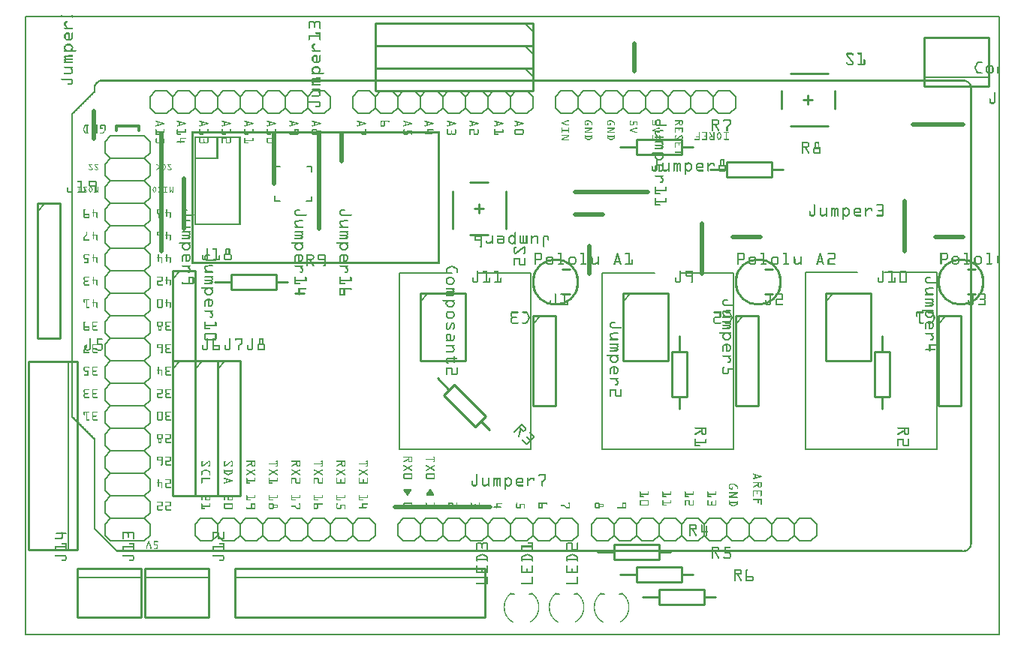
<source format=gto>
G04 MADE WITH FRITZING*
G04 WWW.FRITZING.ORG*
G04 SINGLE SIDED*
G04 HOLES NOT PLATED*
G04 CONTOUR ON CENTER OF CONTOUR VECTOR*
%ASAXBY*%
%FSLAX23Y23*%
%MOIN*%
%OFA0B0*%
%SFA1.0B1.0*%
%ADD10C,0.210000X0.19*%
%ADD11R,4.330720X2.755910X4.314720X2.739910*%
%ADD12C,0.008000*%
%ADD13C,0.006000*%
%ADD14C,0.012000*%
%ADD15C,0.010000*%
%ADD16C,0.005000*%
%ADD17C,0.021000*%
%ADD18C,0.005556*%
%ADD19C,0.005120*%
%ADD20R,0.001000X0.001000*%
%LNSILK1*%
G90*
G70*
G54D10*
X4158Y1570D03*
X3258Y1570D03*
X2358Y1570D03*
G54D12*
X4Y2752D02*
X4327Y2752D01*
X4327Y4D01*
X4Y4D01*
X4Y2752D01*
D02*
G54D13*
X733Y2320D02*
X683Y2320D01*
D02*
X683Y2320D02*
X658Y2345D01*
D02*
X658Y2345D02*
X658Y2395D01*
D02*
X658Y2395D02*
X683Y2420D01*
D02*
X858Y2345D02*
X833Y2320D01*
D02*
X833Y2320D02*
X783Y2320D01*
D02*
X783Y2320D02*
X758Y2345D01*
D02*
X758Y2345D02*
X758Y2395D01*
D02*
X758Y2395D02*
X783Y2420D01*
D02*
X783Y2420D02*
X833Y2420D01*
D02*
X833Y2420D02*
X858Y2395D01*
D02*
X733Y2320D02*
X758Y2345D01*
D02*
X758Y2395D02*
X733Y2420D01*
D02*
X683Y2420D02*
X733Y2420D01*
D02*
X1033Y2320D02*
X983Y2320D01*
D02*
X983Y2320D02*
X958Y2345D01*
D02*
X958Y2345D02*
X958Y2395D01*
D02*
X958Y2395D02*
X983Y2420D01*
D02*
X958Y2345D02*
X933Y2320D01*
D02*
X933Y2320D02*
X883Y2320D01*
D02*
X883Y2320D02*
X858Y2345D01*
D02*
X858Y2345D02*
X858Y2395D01*
D02*
X858Y2395D02*
X883Y2420D01*
D02*
X883Y2420D02*
X933Y2420D01*
D02*
X933Y2420D02*
X958Y2395D01*
D02*
X1158Y2345D02*
X1133Y2320D01*
D02*
X1133Y2320D02*
X1083Y2320D01*
D02*
X1083Y2320D02*
X1058Y2345D01*
D02*
X1058Y2345D02*
X1058Y2395D01*
D02*
X1058Y2395D02*
X1083Y2420D01*
D02*
X1083Y2420D02*
X1133Y2420D01*
D02*
X1133Y2420D02*
X1158Y2395D01*
D02*
X1033Y2320D02*
X1058Y2345D01*
D02*
X1058Y2395D02*
X1033Y2420D01*
D02*
X983Y2420D02*
X1033Y2420D01*
D02*
X1333Y2320D02*
X1283Y2320D01*
D02*
X1283Y2320D02*
X1258Y2345D01*
D02*
X1258Y2345D02*
X1258Y2395D01*
D02*
X1258Y2395D02*
X1283Y2420D01*
D02*
X1258Y2345D02*
X1233Y2320D01*
D02*
X1233Y2320D02*
X1183Y2320D01*
D02*
X1183Y2320D02*
X1158Y2345D01*
D02*
X1158Y2345D02*
X1158Y2395D01*
D02*
X1158Y2395D02*
X1183Y2420D01*
D02*
X1183Y2420D02*
X1233Y2420D01*
D02*
X1233Y2420D02*
X1258Y2395D01*
D02*
X1358Y2345D02*
X1358Y2395D01*
D02*
X1333Y2320D02*
X1358Y2345D01*
D02*
X1358Y2395D02*
X1333Y2420D01*
D02*
X1283Y2420D02*
X1333Y2420D01*
D02*
X633Y2320D02*
X583Y2320D01*
D02*
X583Y2320D02*
X558Y2345D01*
D02*
X558Y2345D02*
X558Y2395D01*
D02*
X558Y2395D02*
X583Y2420D01*
D02*
X633Y2320D02*
X658Y2345D01*
D02*
X658Y2395D02*
X633Y2420D01*
D02*
X583Y2420D02*
X633Y2420D01*
D02*
X1633Y2320D02*
X1583Y2320D01*
D02*
X1583Y2320D02*
X1558Y2345D01*
D02*
X1558Y2345D02*
X1558Y2395D01*
D02*
X1558Y2395D02*
X1583Y2420D01*
D02*
X1758Y2345D02*
X1733Y2320D01*
D02*
X1733Y2320D02*
X1683Y2320D01*
D02*
X1683Y2320D02*
X1658Y2345D01*
D02*
X1658Y2345D02*
X1658Y2395D01*
D02*
X1658Y2395D02*
X1683Y2420D01*
D02*
X1683Y2420D02*
X1733Y2420D01*
D02*
X1733Y2420D02*
X1758Y2395D01*
D02*
X1633Y2320D02*
X1658Y2345D01*
D02*
X1658Y2395D02*
X1633Y2420D01*
D02*
X1583Y2420D02*
X1633Y2420D01*
D02*
X1933Y2320D02*
X1883Y2320D01*
D02*
X1883Y2320D02*
X1858Y2345D01*
D02*
X1858Y2345D02*
X1858Y2395D01*
D02*
X1858Y2395D02*
X1883Y2420D01*
D02*
X1858Y2345D02*
X1833Y2320D01*
D02*
X1833Y2320D02*
X1783Y2320D01*
D02*
X1783Y2320D02*
X1758Y2345D01*
D02*
X1758Y2345D02*
X1758Y2395D01*
D02*
X1758Y2395D02*
X1783Y2420D01*
D02*
X1783Y2420D02*
X1833Y2420D01*
D02*
X1833Y2420D02*
X1858Y2395D01*
D02*
X2058Y2345D02*
X2033Y2320D01*
D02*
X2033Y2320D02*
X1983Y2320D01*
D02*
X1983Y2320D02*
X1958Y2345D01*
D02*
X1958Y2345D02*
X1958Y2395D01*
D02*
X1958Y2395D02*
X1983Y2420D01*
D02*
X1983Y2420D02*
X2033Y2420D01*
D02*
X2033Y2420D02*
X2058Y2395D01*
D02*
X1933Y2320D02*
X1958Y2345D01*
D02*
X1958Y2395D02*
X1933Y2420D01*
D02*
X1883Y2420D02*
X1933Y2420D01*
D02*
X2233Y2320D02*
X2183Y2320D01*
D02*
X2183Y2320D02*
X2158Y2345D01*
D02*
X2158Y2345D02*
X2158Y2395D01*
D02*
X2158Y2395D02*
X2183Y2420D01*
D02*
X2158Y2345D02*
X2133Y2320D01*
D02*
X2133Y2320D02*
X2083Y2320D01*
D02*
X2083Y2320D02*
X2058Y2345D01*
D02*
X2058Y2345D02*
X2058Y2395D01*
D02*
X2058Y2395D02*
X2083Y2420D01*
D02*
X2083Y2420D02*
X2133Y2420D01*
D02*
X2133Y2420D02*
X2158Y2395D01*
D02*
X2258Y2345D02*
X2258Y2395D01*
D02*
X2233Y2320D02*
X2258Y2345D01*
D02*
X2258Y2395D02*
X2233Y2420D01*
D02*
X2183Y2420D02*
X2233Y2420D01*
D02*
X1533Y2320D02*
X1483Y2320D01*
D02*
X1483Y2320D02*
X1458Y2345D01*
D02*
X1458Y2345D02*
X1458Y2395D01*
D02*
X1458Y2395D02*
X1483Y2420D01*
D02*
X1533Y2320D02*
X1558Y2345D01*
D02*
X1558Y2395D02*
X1533Y2420D01*
D02*
X1483Y2420D02*
X1533Y2420D01*
D02*
X1383Y520D02*
X1433Y520D01*
D02*
X1433Y520D02*
X1458Y495D01*
D02*
X1458Y495D02*
X1458Y445D01*
D02*
X1458Y445D02*
X1433Y420D01*
D02*
X1258Y495D02*
X1283Y520D01*
D02*
X1283Y520D02*
X1333Y520D01*
D02*
X1333Y520D02*
X1358Y495D01*
D02*
X1358Y495D02*
X1358Y445D01*
D02*
X1358Y445D02*
X1333Y420D01*
D02*
X1333Y420D02*
X1283Y420D01*
D02*
X1283Y420D02*
X1258Y445D01*
D02*
X1383Y520D02*
X1358Y495D01*
D02*
X1358Y445D02*
X1383Y420D01*
D02*
X1433Y420D02*
X1383Y420D01*
D02*
X1083Y520D02*
X1133Y520D01*
D02*
X1133Y520D02*
X1158Y495D01*
D02*
X1158Y495D02*
X1158Y445D01*
D02*
X1158Y445D02*
X1133Y420D01*
D02*
X1158Y495D02*
X1183Y520D01*
D02*
X1183Y520D02*
X1233Y520D01*
D02*
X1233Y520D02*
X1258Y495D01*
D02*
X1258Y495D02*
X1258Y445D01*
D02*
X1258Y445D02*
X1233Y420D01*
D02*
X1233Y420D02*
X1183Y420D01*
D02*
X1183Y420D02*
X1158Y445D01*
D02*
X958Y495D02*
X983Y520D01*
D02*
X983Y520D02*
X1033Y520D01*
D02*
X1033Y520D02*
X1058Y495D01*
D02*
X1058Y495D02*
X1058Y445D01*
D02*
X1058Y445D02*
X1033Y420D01*
D02*
X1033Y420D02*
X983Y420D01*
D02*
X983Y420D02*
X958Y445D01*
D02*
X1083Y520D02*
X1058Y495D01*
D02*
X1058Y445D02*
X1083Y420D01*
D02*
X1133Y420D02*
X1083Y420D01*
D02*
X783Y520D02*
X833Y520D01*
D02*
X833Y520D02*
X858Y495D01*
D02*
X858Y495D02*
X858Y445D01*
D02*
X858Y445D02*
X833Y420D01*
D02*
X858Y495D02*
X883Y520D01*
D02*
X883Y520D02*
X933Y520D01*
D02*
X933Y520D02*
X958Y495D01*
D02*
X958Y495D02*
X958Y445D01*
D02*
X958Y445D02*
X933Y420D01*
D02*
X933Y420D02*
X883Y420D01*
D02*
X883Y420D02*
X858Y445D01*
D02*
X758Y495D02*
X758Y445D01*
D02*
X783Y520D02*
X758Y495D01*
D02*
X758Y445D02*
X783Y420D01*
D02*
X833Y420D02*
X783Y420D01*
D02*
X1483Y520D02*
X1533Y520D01*
D02*
X1533Y520D02*
X1558Y495D01*
D02*
X1558Y495D02*
X1558Y445D01*
D02*
X1558Y445D02*
X1533Y420D01*
D02*
X1483Y520D02*
X1458Y495D01*
D02*
X1458Y445D02*
X1483Y420D01*
D02*
X1533Y420D02*
X1483Y420D01*
D02*
X2718Y445D02*
X2693Y420D01*
D02*
X2693Y420D02*
X2643Y420D01*
D02*
X2643Y420D02*
X2618Y445D01*
D02*
X2618Y445D02*
X2618Y495D01*
D02*
X2618Y495D02*
X2643Y520D01*
D02*
X2643Y520D02*
X2693Y520D01*
D02*
X2693Y520D02*
X2718Y495D01*
D02*
X2893Y420D02*
X2843Y420D01*
D02*
X2843Y420D02*
X2818Y445D01*
D02*
X2818Y445D02*
X2818Y495D01*
D02*
X2818Y495D02*
X2843Y520D01*
D02*
X2818Y445D02*
X2793Y420D01*
D02*
X2793Y420D02*
X2743Y420D01*
D02*
X2743Y420D02*
X2718Y445D01*
D02*
X2718Y445D02*
X2718Y495D01*
D02*
X2718Y495D02*
X2743Y520D01*
D02*
X2743Y520D02*
X2793Y520D01*
D02*
X2793Y520D02*
X2818Y495D01*
D02*
X3018Y445D02*
X2993Y420D01*
D02*
X2993Y420D02*
X2943Y420D01*
D02*
X2943Y420D02*
X2918Y445D01*
D02*
X2918Y445D02*
X2918Y495D01*
D02*
X2918Y495D02*
X2943Y520D01*
D02*
X2943Y520D02*
X2993Y520D01*
D02*
X2993Y520D02*
X3018Y495D01*
D02*
X2893Y420D02*
X2918Y445D01*
D02*
X2918Y495D02*
X2893Y520D01*
D02*
X2843Y520D02*
X2893Y520D01*
D02*
X3193Y420D02*
X3143Y420D01*
D02*
X3143Y420D02*
X3118Y445D01*
D02*
X3118Y445D02*
X3118Y495D01*
D02*
X3118Y495D02*
X3143Y520D01*
D02*
X3118Y445D02*
X3093Y420D01*
D02*
X3093Y420D02*
X3043Y420D01*
D02*
X3043Y420D02*
X3018Y445D01*
D02*
X3018Y445D02*
X3018Y495D01*
D02*
X3018Y495D02*
X3043Y520D01*
D02*
X3043Y520D02*
X3093Y520D01*
D02*
X3093Y520D02*
X3118Y495D01*
D02*
X3318Y445D02*
X3293Y420D01*
D02*
X3293Y420D02*
X3243Y420D01*
D02*
X3243Y420D02*
X3218Y445D01*
D02*
X3218Y445D02*
X3218Y495D01*
D02*
X3218Y495D02*
X3243Y520D01*
D02*
X3243Y520D02*
X3293Y520D01*
D02*
X3293Y520D02*
X3318Y495D01*
D02*
X3193Y420D02*
X3218Y445D01*
D02*
X3218Y495D02*
X3193Y520D01*
D02*
X3143Y520D02*
X3193Y520D01*
D02*
X3493Y420D02*
X3443Y420D01*
D02*
X3443Y420D02*
X3418Y445D01*
D02*
X3418Y445D02*
X3418Y495D01*
D02*
X3418Y495D02*
X3443Y520D01*
D02*
X3418Y445D02*
X3393Y420D01*
D02*
X3393Y420D02*
X3343Y420D01*
D02*
X3343Y420D02*
X3318Y445D01*
D02*
X3318Y445D02*
X3318Y495D01*
D02*
X3318Y495D02*
X3343Y520D01*
D02*
X3343Y520D02*
X3393Y520D01*
D02*
X3393Y520D02*
X3418Y495D01*
D02*
X3518Y445D02*
X3518Y495D01*
D02*
X3493Y420D02*
X3518Y445D01*
D02*
X3518Y495D02*
X3493Y520D01*
D02*
X3443Y520D02*
X3493Y520D01*
D02*
X2593Y420D02*
X2543Y420D01*
D02*
X2543Y420D02*
X2518Y445D01*
D02*
X2518Y445D02*
X2518Y495D01*
D02*
X2518Y495D02*
X2543Y520D01*
D02*
X2593Y420D02*
X2618Y445D01*
D02*
X2618Y495D02*
X2593Y520D01*
D02*
X2543Y520D02*
X2593Y520D01*
D02*
X2533Y2320D02*
X2483Y2320D01*
D02*
X2483Y2320D02*
X2458Y2345D01*
D02*
X2458Y2345D02*
X2458Y2395D01*
D02*
X2458Y2395D02*
X2483Y2420D01*
D02*
X2658Y2345D02*
X2633Y2320D01*
D02*
X2633Y2320D02*
X2583Y2320D01*
D02*
X2583Y2320D02*
X2558Y2345D01*
D02*
X2558Y2345D02*
X2558Y2395D01*
D02*
X2558Y2395D02*
X2583Y2420D01*
D02*
X2583Y2420D02*
X2633Y2420D01*
D02*
X2633Y2420D02*
X2658Y2395D01*
D02*
X2533Y2320D02*
X2558Y2345D01*
D02*
X2558Y2395D02*
X2533Y2420D01*
D02*
X2483Y2420D02*
X2533Y2420D01*
D02*
X2833Y2320D02*
X2783Y2320D01*
D02*
X2783Y2320D02*
X2758Y2345D01*
D02*
X2758Y2345D02*
X2758Y2395D01*
D02*
X2758Y2395D02*
X2783Y2420D01*
D02*
X2758Y2345D02*
X2733Y2320D01*
D02*
X2733Y2320D02*
X2683Y2320D01*
D02*
X2683Y2320D02*
X2658Y2345D01*
D02*
X2658Y2345D02*
X2658Y2395D01*
D02*
X2658Y2395D02*
X2683Y2420D01*
D02*
X2683Y2420D02*
X2733Y2420D01*
D02*
X2733Y2420D02*
X2758Y2395D01*
D02*
X2958Y2345D02*
X2933Y2320D01*
D02*
X2933Y2320D02*
X2883Y2320D01*
D02*
X2883Y2320D02*
X2858Y2345D01*
D02*
X2858Y2345D02*
X2858Y2395D01*
D02*
X2858Y2395D02*
X2883Y2420D01*
D02*
X2883Y2420D02*
X2933Y2420D01*
D02*
X2933Y2420D02*
X2958Y2395D01*
D02*
X2833Y2320D02*
X2858Y2345D01*
D02*
X2858Y2395D02*
X2833Y2420D01*
D02*
X2783Y2420D02*
X2833Y2420D01*
D02*
X3133Y2320D02*
X3083Y2320D01*
D02*
X3083Y2320D02*
X3058Y2345D01*
D02*
X3058Y2345D02*
X3058Y2395D01*
D02*
X3058Y2395D02*
X3083Y2420D01*
D02*
X3058Y2345D02*
X3033Y2320D01*
D02*
X3033Y2320D02*
X2983Y2320D01*
D02*
X2983Y2320D02*
X2958Y2345D01*
D02*
X2958Y2345D02*
X2958Y2395D01*
D02*
X2958Y2395D02*
X2983Y2420D01*
D02*
X2983Y2420D02*
X3033Y2420D01*
D02*
X3033Y2420D02*
X3058Y2395D01*
D02*
X3158Y2345D02*
X3158Y2395D01*
D02*
X3133Y2320D02*
X3158Y2345D01*
D02*
X3158Y2395D02*
X3133Y2420D01*
D02*
X3083Y2420D02*
X3133Y2420D01*
D02*
X2433Y2320D02*
X2383Y2320D01*
D02*
X2383Y2320D02*
X2358Y2345D01*
D02*
X2358Y2345D02*
X2358Y2395D01*
D02*
X2358Y2395D02*
X2383Y2420D01*
D02*
X2433Y2320D02*
X2458Y2345D01*
D02*
X2458Y2395D02*
X2433Y2420D01*
D02*
X2383Y2420D02*
X2433Y2420D01*
D02*
X2283Y520D02*
X2333Y520D01*
D02*
X2333Y520D02*
X2358Y495D01*
D02*
X2358Y495D02*
X2358Y445D01*
D02*
X2358Y445D02*
X2333Y420D01*
D02*
X2158Y495D02*
X2183Y520D01*
D02*
X2183Y520D02*
X2233Y520D01*
D02*
X2233Y520D02*
X2258Y495D01*
D02*
X2258Y495D02*
X2258Y445D01*
D02*
X2258Y445D02*
X2233Y420D01*
D02*
X2233Y420D02*
X2183Y420D01*
D02*
X2183Y420D02*
X2158Y445D01*
D02*
X2283Y520D02*
X2258Y495D01*
D02*
X2258Y445D02*
X2283Y420D01*
D02*
X2333Y420D02*
X2283Y420D01*
D02*
X1983Y520D02*
X2033Y520D01*
D02*
X2033Y520D02*
X2058Y495D01*
D02*
X2058Y495D02*
X2058Y445D01*
D02*
X2058Y445D02*
X2033Y420D01*
D02*
X2058Y495D02*
X2083Y520D01*
D02*
X2083Y520D02*
X2133Y520D01*
D02*
X2133Y520D02*
X2158Y495D01*
D02*
X2158Y495D02*
X2158Y445D01*
D02*
X2158Y445D02*
X2133Y420D01*
D02*
X2133Y420D02*
X2083Y420D01*
D02*
X2083Y420D02*
X2058Y445D01*
D02*
X1858Y495D02*
X1883Y520D01*
D02*
X1883Y520D02*
X1933Y520D01*
D02*
X1933Y520D02*
X1958Y495D01*
D02*
X1958Y495D02*
X1958Y445D01*
D02*
X1958Y445D02*
X1933Y420D01*
D02*
X1933Y420D02*
X1883Y420D01*
D02*
X1883Y420D02*
X1858Y445D01*
D02*
X1983Y520D02*
X1958Y495D01*
D02*
X1958Y445D02*
X1983Y420D01*
D02*
X2033Y420D02*
X1983Y420D01*
D02*
X1683Y520D02*
X1733Y520D01*
D02*
X1733Y520D02*
X1758Y495D01*
D02*
X1758Y495D02*
X1758Y445D01*
D02*
X1758Y445D02*
X1733Y420D01*
D02*
X1758Y495D02*
X1783Y520D01*
D02*
X1783Y520D02*
X1833Y520D01*
D02*
X1833Y520D02*
X1858Y495D01*
D02*
X1858Y495D02*
X1858Y445D01*
D02*
X1858Y445D02*
X1833Y420D01*
D02*
X1833Y420D02*
X1783Y420D01*
D02*
X1783Y420D02*
X1758Y445D01*
D02*
X1658Y495D02*
X1658Y445D01*
D02*
X1683Y520D02*
X1658Y495D01*
D02*
X1658Y445D02*
X1683Y420D01*
D02*
X1733Y420D02*
X1683Y420D01*
D02*
X2383Y520D02*
X2433Y520D01*
D02*
X2433Y520D02*
X2458Y495D01*
D02*
X2458Y495D02*
X2458Y445D01*
D02*
X2458Y445D02*
X2433Y420D01*
D02*
X2383Y520D02*
X2358Y495D01*
D02*
X2358Y445D02*
X2383Y420D01*
D02*
X2433Y420D02*
X2383Y420D01*
D02*
X533Y420D02*
X558Y445D01*
D02*
X558Y445D02*
X558Y495D01*
D02*
X558Y495D02*
X533Y520D01*
D02*
X533Y520D02*
X558Y545D01*
D02*
X558Y545D02*
X558Y595D01*
D02*
X558Y595D02*
X533Y620D01*
D02*
X533Y620D02*
X558Y645D01*
D02*
X558Y645D02*
X558Y695D01*
D02*
X558Y695D02*
X533Y720D01*
D02*
X533Y720D02*
X558Y745D01*
D02*
X558Y745D02*
X558Y795D01*
D02*
X558Y795D02*
X533Y820D01*
D02*
X533Y820D02*
X558Y845D01*
D02*
X558Y845D02*
X558Y895D01*
D02*
X558Y895D02*
X533Y920D01*
D02*
X533Y920D02*
X558Y945D01*
D02*
X558Y945D02*
X558Y995D01*
D02*
X558Y995D02*
X533Y1020D01*
D02*
X533Y420D02*
X383Y420D01*
D02*
X383Y420D02*
X358Y445D01*
D02*
X358Y445D02*
X358Y495D01*
D02*
X358Y495D02*
X383Y520D01*
D02*
X383Y520D02*
X358Y545D01*
D02*
X358Y545D02*
X358Y595D01*
D02*
X358Y595D02*
X383Y620D01*
D02*
X383Y620D02*
X358Y645D01*
D02*
X358Y645D02*
X358Y695D01*
D02*
X358Y695D02*
X383Y720D01*
D02*
X383Y720D02*
X358Y745D01*
D02*
X358Y745D02*
X358Y795D01*
D02*
X358Y795D02*
X383Y820D01*
D02*
X383Y820D02*
X358Y845D01*
D02*
X358Y845D02*
X358Y895D01*
D02*
X358Y895D02*
X383Y920D01*
D02*
X383Y920D02*
X358Y945D01*
D02*
X358Y945D02*
X358Y995D01*
D02*
X358Y995D02*
X383Y1020D01*
D02*
X383Y1020D02*
X358Y1045D01*
D02*
X358Y1045D02*
X358Y1095D01*
D02*
X358Y1095D02*
X383Y1120D01*
D02*
X383Y1120D02*
X358Y1145D01*
D02*
X358Y1145D02*
X358Y1195D01*
D02*
X358Y1195D02*
X383Y1220D01*
D02*
X383Y1220D02*
X358Y1245D01*
D02*
X358Y1245D02*
X358Y1295D01*
D02*
X358Y1295D02*
X383Y1320D01*
D02*
X383Y1320D02*
X358Y1345D01*
D02*
X358Y1345D02*
X358Y1395D01*
D02*
X358Y1395D02*
X383Y1420D01*
D02*
X383Y1420D02*
X358Y1445D01*
D02*
X358Y1445D02*
X358Y1495D01*
D02*
X358Y1495D02*
X383Y1520D01*
D02*
X383Y1520D02*
X358Y1545D01*
D02*
X358Y1545D02*
X358Y1595D01*
D02*
X383Y1620D02*
X358Y1595D01*
D02*
X383Y1620D02*
X358Y1645D01*
D02*
X358Y1695D02*
X358Y1645D01*
D02*
X358Y1695D02*
X383Y1720D01*
D02*
X383Y1720D02*
X358Y1745D01*
D02*
X358Y1795D02*
X358Y1745D01*
D02*
X358Y1795D02*
X383Y1820D01*
D02*
X383Y1820D02*
X358Y1845D01*
D02*
X358Y1895D02*
X358Y1845D01*
D02*
X358Y1895D02*
X383Y1920D01*
D02*
X383Y1920D02*
X358Y1945D01*
D02*
X358Y1995D02*
X358Y1945D01*
D02*
X358Y1995D02*
X383Y2020D01*
D02*
X383Y2020D02*
X358Y2045D01*
D02*
X358Y2095D02*
X358Y2045D01*
D02*
X358Y2095D02*
X383Y2120D01*
D02*
X383Y2120D02*
X358Y2145D01*
D02*
X358Y2195D02*
X358Y2145D01*
D02*
X358Y2195D02*
X383Y2220D01*
D02*
X533Y2220D02*
X558Y2195D01*
D02*
X558Y2195D02*
X558Y2145D01*
D02*
X533Y2120D02*
X558Y2145D01*
D02*
X533Y2120D02*
X558Y2095D01*
D02*
X558Y2095D02*
X558Y2045D01*
D02*
X533Y2020D02*
X558Y2045D01*
D02*
X533Y2020D02*
X558Y1995D01*
D02*
X558Y1945D02*
X558Y1995D01*
D02*
X558Y1945D02*
X533Y1920D01*
D02*
X533Y1920D02*
X558Y1895D01*
D02*
X558Y1845D02*
X558Y1895D01*
D02*
X558Y1845D02*
X533Y1820D01*
D02*
X533Y1820D02*
X558Y1795D01*
D02*
X558Y1795D02*
X558Y1745D01*
D02*
X533Y1720D02*
X558Y1745D01*
D02*
X533Y1720D02*
X558Y1695D01*
D02*
X558Y1695D02*
X558Y1645D01*
D02*
X533Y1620D02*
X558Y1645D01*
D02*
X533Y1620D02*
X558Y1595D01*
D02*
X558Y1595D02*
X558Y1545D01*
D02*
X533Y1520D02*
X558Y1545D01*
D02*
X533Y1520D02*
X558Y1495D01*
D02*
X558Y1495D02*
X558Y1445D01*
D02*
X533Y1420D02*
X558Y1445D01*
D02*
X533Y1420D02*
X558Y1395D01*
D02*
X558Y1395D02*
X558Y1345D01*
D02*
X533Y1320D02*
X558Y1345D01*
D02*
X533Y1320D02*
X558Y1295D01*
D02*
X558Y1295D02*
X558Y1245D01*
D02*
X533Y1220D02*
X558Y1245D01*
D02*
X533Y1220D02*
X558Y1195D01*
D02*
X558Y1195D02*
X558Y1145D01*
D02*
X533Y1120D02*
X558Y1145D01*
D02*
X533Y1120D02*
X558Y1095D01*
D02*
X558Y1095D02*
X558Y1045D01*
D02*
X533Y1020D02*
X558Y1045D01*
D02*
X383Y520D02*
X533Y520D01*
D02*
X383Y620D02*
X533Y620D01*
D02*
X383Y720D02*
X533Y720D01*
D02*
X383Y820D02*
X533Y820D01*
D02*
X383Y920D02*
X533Y920D01*
D02*
X383Y1020D02*
X533Y1020D01*
D02*
X383Y1120D02*
X533Y1120D01*
D02*
X383Y1220D02*
X533Y1220D01*
D02*
X383Y1320D02*
X533Y1320D01*
D02*
X383Y1420D02*
X533Y1420D01*
D02*
X383Y1520D02*
X533Y1520D01*
D02*
X383Y1620D02*
X533Y1620D01*
D02*
X383Y1720D02*
X533Y1720D01*
D02*
X383Y1820D02*
X533Y1820D01*
D02*
X383Y1920D02*
X533Y1920D01*
D02*
X383Y2020D02*
X533Y2020D01*
D02*
X383Y2120D02*
X533Y2120D01*
D02*
X383Y2220D02*
X533Y2220D01*
G54D14*
D02*
X508Y2245D02*
X508Y2265D01*
D02*
X508Y2265D02*
X408Y2265D01*
D02*
X408Y2265D02*
X408Y2245D01*
G54D12*
D02*
X1666Y1612D02*
X1666Y828D01*
D02*
X1666Y828D02*
X2250Y828D01*
D02*
X2250Y828D02*
X2250Y1612D01*
D02*
X1666Y1612D02*
X1898Y1612D01*
D02*
X2016Y1612D02*
X2250Y1612D01*
D02*
X2566Y1612D02*
X2566Y828D01*
D02*
X2566Y828D02*
X3150Y828D01*
D02*
X3150Y828D02*
X3150Y1612D01*
D02*
X2566Y1612D02*
X2798Y1612D01*
D02*
X2916Y1612D02*
X3150Y1612D01*
D02*
X3467Y1613D02*
X3467Y829D01*
D02*
X3467Y829D02*
X4051Y829D01*
D02*
X4051Y829D02*
X4051Y1613D01*
D02*
X3467Y1613D02*
X3699Y1613D01*
D02*
X3817Y1613D02*
X4051Y1613D01*
G54D15*
D02*
X4058Y1420D02*
X4058Y1020D01*
D02*
X4058Y1020D02*
X4158Y1020D01*
D02*
X4158Y1020D02*
X4158Y1420D01*
D02*
X4158Y1420D02*
X4058Y1420D01*
G54D16*
D02*
X4058Y1385D02*
X4093Y1420D01*
G54D15*
D02*
X3158Y1420D02*
X3158Y1020D01*
D02*
X3158Y1020D02*
X3258Y1020D01*
D02*
X3258Y1020D02*
X3258Y1420D01*
D02*
X3258Y1420D02*
X3158Y1420D01*
G54D16*
D02*
X3158Y1385D02*
X3193Y1420D01*
G54D15*
D02*
X2258Y1420D02*
X2258Y1020D01*
D02*
X2258Y1020D02*
X2358Y1020D01*
D02*
X2358Y1020D02*
X2358Y1420D01*
D02*
X2358Y1420D02*
X2258Y1420D01*
G54D16*
D02*
X2258Y1385D02*
X2293Y1420D01*
G54D15*
D02*
X4282Y2658D02*
X3996Y2658D01*
D02*
X3996Y2658D02*
X3996Y2442D01*
D02*
X3996Y2442D02*
X4282Y2442D01*
D02*
X4282Y2442D02*
X4282Y2658D01*
G54D16*
D02*
X3996Y2482D02*
X4282Y2482D01*
G54D17*
D02*
X4045Y1770D02*
X4170Y1770D01*
D02*
X2508Y1732D02*
X2508Y1607D01*
D02*
X3145Y1770D02*
X3270Y1770D01*
D02*
X3908Y1932D02*
X3908Y1707D01*
D02*
X3008Y1832D02*
X3008Y1607D01*
D02*
X2570Y1870D02*
X2445Y1870D01*
G54D15*
D02*
X20Y1219D02*
X20Y382D01*
D02*
X20Y382D02*
X236Y382D01*
D02*
X236Y382D02*
X236Y1219D01*
D02*
X236Y1219D02*
X20Y1219D01*
G54D16*
D02*
X196Y382D02*
X196Y1219D01*
G54D15*
D02*
X858Y1220D02*
X858Y620D01*
D02*
X858Y620D02*
X958Y620D01*
D02*
X958Y620D02*
X958Y1220D01*
D02*
X958Y1220D02*
X858Y1220D01*
G54D16*
D02*
X858Y1185D02*
X893Y1220D01*
G54D15*
D02*
X758Y1220D02*
X758Y620D01*
D02*
X758Y620D02*
X858Y620D01*
D02*
X858Y620D02*
X858Y1220D01*
D02*
X858Y1220D02*
X758Y1220D01*
G54D16*
D02*
X758Y1185D02*
X793Y1220D01*
G54D15*
D02*
X658Y1220D02*
X658Y620D01*
D02*
X658Y620D02*
X758Y620D01*
D02*
X758Y620D02*
X758Y1220D01*
D02*
X758Y1220D02*
X658Y1220D01*
G54D16*
D02*
X658Y1185D02*
X693Y1220D01*
G54D17*
D02*
X1645Y570D02*
X2070Y570D01*
G54D15*
D02*
X3808Y1332D02*
X3808Y1260D01*
D02*
X3808Y1060D02*
X3808Y1007D01*
D02*
X3841Y1260D02*
X3841Y1060D01*
D02*
X3841Y1060D02*
X3775Y1060D01*
D02*
X3775Y1060D02*
X3775Y1260D01*
D02*
X3775Y1260D02*
X3841Y1260D01*
D02*
X2908Y1332D02*
X2908Y1260D01*
D02*
X2908Y1060D02*
X2908Y1007D01*
D02*
X2941Y1260D02*
X2941Y1060D01*
D02*
X2941Y1060D02*
X2875Y1060D01*
D02*
X2875Y1060D02*
X2875Y1260D01*
D02*
X2875Y1260D02*
X2941Y1260D01*
D02*
X1758Y1520D02*
X1758Y1220D01*
D02*
X1758Y1220D02*
X1958Y1220D01*
D02*
X1958Y1220D02*
X1958Y1520D01*
D02*
X1958Y1520D02*
X1758Y1520D01*
G54D16*
D02*
X1758Y1485D02*
X1793Y1520D01*
G54D15*
D02*
X3558Y1520D02*
X3558Y1220D01*
D02*
X3558Y1220D02*
X3758Y1220D01*
D02*
X3758Y1220D02*
X3758Y1520D01*
D02*
X3758Y1520D02*
X3558Y1520D01*
G54D16*
D02*
X3558Y1485D02*
X3593Y1520D01*
G54D15*
D02*
X2658Y1520D02*
X2658Y1220D01*
D02*
X2658Y1220D02*
X2858Y1220D01*
D02*
X2858Y1220D02*
X2858Y1520D01*
D02*
X2858Y1520D02*
X2658Y1520D01*
G54D16*
D02*
X2658Y1485D02*
X2693Y1520D01*
G54D15*
D02*
X1834Y1143D02*
X1885Y1092D01*
D02*
X2027Y951D02*
X2064Y913D01*
D02*
X1909Y1116D02*
X2050Y974D01*
D02*
X2050Y974D02*
X2003Y927D01*
D02*
X2003Y927D02*
X1862Y1069D01*
D02*
X1862Y1069D02*
X1909Y1116D01*
D02*
X934Y82D02*
X2046Y82D01*
D02*
X2046Y82D02*
X2046Y298D01*
D02*
X2046Y298D02*
X934Y298D01*
D02*
X934Y298D02*
X934Y82D01*
G54D16*
D02*
X2046Y258D02*
X934Y258D01*
G54D15*
D02*
X234Y82D02*
X520Y82D01*
D02*
X520Y82D02*
X520Y298D01*
D02*
X520Y298D02*
X234Y298D01*
D02*
X234Y298D02*
X234Y82D01*
G54D16*
D02*
X520Y258D02*
X234Y258D01*
G54D15*
D02*
X534Y82D02*
X820Y82D01*
D02*
X820Y82D02*
X820Y298D01*
D02*
X820Y298D02*
X534Y298D01*
D02*
X534Y298D02*
X534Y82D01*
G54D16*
D02*
X820Y258D02*
X534Y258D01*
G54D15*
D02*
X2545Y370D02*
X2617Y370D01*
D02*
X2817Y370D02*
X2870Y370D01*
D02*
X2617Y403D02*
X2817Y403D01*
D02*
X2817Y403D02*
X2817Y337D01*
D02*
X2817Y337D02*
X2617Y337D01*
D02*
X2617Y337D02*
X2617Y403D01*
D02*
X2745Y170D02*
X2817Y170D01*
D02*
X3017Y170D02*
X3070Y170D01*
D02*
X2817Y203D02*
X3017Y203D01*
D02*
X3017Y203D02*
X3017Y137D01*
D02*
X3017Y137D02*
X2817Y137D01*
D02*
X2817Y137D02*
X2817Y203D01*
D02*
X2645Y270D02*
X2717Y270D01*
D02*
X2917Y270D02*
X2970Y270D01*
D02*
X2717Y303D02*
X2917Y303D01*
D02*
X2917Y303D02*
X2917Y237D01*
D02*
X2917Y237D02*
X2717Y237D01*
D02*
X2717Y237D02*
X2717Y303D01*
G54D17*
D02*
X2445Y1970D02*
X2770Y1970D01*
D02*
X608Y2232D02*
X608Y1707D01*
D02*
X708Y2032D02*
X708Y1807D01*
D02*
X2708Y2632D02*
X2708Y2507D01*
D02*
X1408Y2107D02*
X1408Y2232D01*
D02*
X308Y2207D02*
X308Y2332D01*
D02*
X1108Y2232D02*
X1108Y2007D01*
G54D15*
D02*
X658Y1620D02*
X658Y1220D01*
D02*
X658Y1220D02*
X758Y1220D01*
D02*
X758Y1220D02*
X758Y1620D01*
D02*
X758Y1620D02*
X658Y1620D01*
G54D16*
D02*
X658Y1585D02*
X693Y1620D01*
G54D15*
D02*
X2258Y2720D02*
X1558Y2720D01*
D02*
X1558Y2720D02*
X1558Y2620D01*
D02*
X1558Y2620D02*
X2258Y2620D01*
D02*
X2258Y2620D02*
X2258Y2720D01*
G54D16*
D02*
X2223Y2720D02*
X2258Y2685D01*
G54D15*
D02*
X2258Y2520D02*
X1558Y2520D01*
D02*
X1558Y2520D02*
X1558Y2420D01*
D02*
X1558Y2420D02*
X2258Y2420D01*
D02*
X2258Y2420D02*
X2258Y2520D01*
G54D16*
D02*
X2223Y2520D02*
X2258Y2485D01*
G54D15*
D02*
X2258Y2620D02*
X1558Y2620D01*
D02*
X1558Y2620D02*
X1558Y2520D01*
D02*
X1558Y2520D02*
X2258Y2520D01*
D02*
X2258Y2520D02*
X2258Y2620D01*
G54D16*
D02*
X2223Y2620D02*
X2258Y2585D01*
G54D15*
D02*
X58Y1920D02*
X58Y1320D01*
D02*
X58Y1320D02*
X158Y1320D01*
D02*
X158Y1320D02*
X158Y1920D01*
D02*
X158Y1920D02*
X58Y1920D01*
G54D16*
D02*
X58Y1885D02*
X93Y1920D01*
G54D15*
D02*
X2645Y2170D02*
X2717Y2170D01*
D02*
X2917Y2170D02*
X2970Y2170D01*
D02*
X2717Y2203D02*
X2917Y2203D01*
D02*
X2917Y2203D02*
X2917Y2137D01*
D02*
X2917Y2137D02*
X2717Y2137D01*
D02*
X2717Y2137D02*
X2717Y2203D01*
D02*
X3045Y2070D02*
X3117Y2070D01*
D02*
X3317Y2070D02*
X3370Y2070D01*
D02*
X3117Y2103D02*
X3317Y2103D01*
D02*
X3317Y2103D02*
X3317Y2037D01*
D02*
X3317Y2037D02*
X3117Y2037D01*
D02*
X3117Y2037D02*
X3117Y2103D01*
D02*
X3598Y2420D02*
X3598Y2342D01*
D02*
X3401Y2499D02*
X3569Y2499D01*
D02*
X3401Y2263D02*
X3569Y2263D01*
D02*
X3362Y2420D02*
X3362Y2342D01*
D02*
X3480Y2401D02*
X3480Y2361D01*
D02*
X3500Y2381D02*
X3460Y2381D01*
G54D17*
D02*
X3945Y2270D02*
X4170Y2270D01*
G54D15*
D02*
X2059Y1780D02*
X1980Y1780D01*
D02*
X2137Y1976D02*
X2137Y1809D01*
D02*
X1901Y1976D02*
X1901Y1809D01*
D02*
X2059Y2016D02*
X1980Y2016D01*
D02*
X2039Y1898D02*
X2000Y1898D01*
D02*
X2019Y1878D02*
X2019Y1917D01*
D02*
X845Y1570D02*
X917Y1570D01*
D02*
X1117Y1570D02*
X1170Y1570D01*
D02*
X917Y1603D02*
X1117Y1603D01*
D02*
X1117Y1603D02*
X1117Y1537D01*
D02*
X1117Y1537D02*
X917Y1537D01*
D02*
X917Y1537D02*
X917Y1603D01*
G54D17*
D02*
X1308Y2232D02*
X1308Y1807D01*
G54D18*
X1113Y2063D02*
X1113Y2084D01*
X1135Y2084D01*
D02*
X1275Y1952D02*
X1275Y1931D01*
X1253Y1931D01*
D02*
X1134Y1931D02*
X1113Y1931D01*
X1113Y1953D01*
D02*
X1254Y2084D02*
X1275Y2084D01*
X1275Y2062D01*
D02*
G54D19*
X2174Y186D02*
X2161Y186D01*
D02*
X2254Y186D02*
X2242Y186D01*
D02*
X2574Y186D02*
X2561Y186D01*
D02*
X2654Y186D02*
X2642Y186D01*
D02*
X2374Y186D02*
X2361Y186D01*
D02*
X2454Y186D02*
X2442Y186D01*
D02*
G54D20*
X162Y2756D02*
X168Y2756D01*
X209Y2756D02*
X215Y2756D01*
X162Y2755D02*
X168Y2755D01*
X209Y2755D02*
X215Y2755D01*
X162Y2754D02*
X168Y2754D01*
X209Y2754D02*
X215Y2754D01*
X162Y2753D02*
X168Y2753D01*
X209Y2753D02*
X215Y2753D01*
X162Y2752D02*
X168Y2752D01*
X209Y2752D02*
X215Y2752D01*
X162Y2751D02*
X168Y2751D01*
X209Y2751D02*
X215Y2751D01*
X162Y2750D02*
X168Y2750D01*
X209Y2750D02*
X215Y2750D01*
X162Y2749D02*
X168Y2749D01*
X209Y2749D02*
X215Y2749D01*
X162Y2748D02*
X168Y2748D01*
X209Y2748D02*
X215Y2748D01*
X163Y2747D02*
X167Y2747D01*
X210Y2747D02*
X215Y2747D01*
X164Y2746D02*
X166Y2746D01*
X211Y2746D02*
X214Y2746D01*
X1268Y2730D02*
X1283Y2730D01*
X1294Y2730D02*
X1309Y2730D01*
X183Y2729D02*
X190Y2729D01*
X1265Y2729D02*
X1286Y2729D01*
X1291Y2729D02*
X1312Y2729D01*
X182Y2728D02*
X191Y2728D01*
X1264Y2728D02*
X1287Y2728D01*
X1290Y2728D02*
X1313Y2728D01*
X180Y2727D02*
X191Y2727D01*
X1263Y2727D02*
X1314Y2727D01*
X179Y2726D02*
X192Y2726D01*
X1263Y2726D02*
X1314Y2726D01*
X179Y2725D02*
X191Y2725D01*
X1262Y2725D02*
X1315Y2725D01*
X178Y2724D02*
X191Y2724D01*
X1262Y2724D02*
X1315Y2724D01*
X177Y2723D02*
X189Y2723D01*
X1262Y2723D02*
X1268Y2723D01*
X1283Y2723D02*
X1294Y2723D01*
X1309Y2723D02*
X1315Y2723D01*
X177Y2722D02*
X184Y2722D01*
X1262Y2722D02*
X1268Y2722D01*
X1284Y2722D02*
X1293Y2722D01*
X1309Y2722D02*
X1315Y2722D01*
X177Y2721D02*
X183Y2721D01*
X1262Y2721D02*
X1268Y2721D01*
X1285Y2721D02*
X1292Y2721D01*
X1309Y2721D02*
X1315Y2721D01*
X177Y2720D02*
X183Y2720D01*
X1262Y2720D02*
X1268Y2720D01*
X1285Y2720D02*
X1292Y2720D01*
X1309Y2720D02*
X1315Y2720D01*
X177Y2719D02*
X183Y2719D01*
X1262Y2719D02*
X1268Y2719D01*
X1285Y2719D02*
X1291Y2719D01*
X1309Y2719D02*
X1315Y2719D01*
X177Y2718D02*
X183Y2718D01*
X1262Y2718D02*
X1268Y2718D01*
X1285Y2718D02*
X1291Y2718D01*
X1309Y2718D02*
X1315Y2718D01*
X177Y2717D02*
X183Y2717D01*
X1262Y2717D02*
X1268Y2717D01*
X1285Y2717D02*
X1291Y2717D01*
X1309Y2717D02*
X1315Y2717D01*
X177Y2716D02*
X183Y2716D01*
X1262Y2716D02*
X1268Y2716D01*
X1285Y2716D02*
X1291Y2716D01*
X1309Y2716D02*
X1315Y2716D01*
X177Y2715D02*
X183Y2715D01*
X1262Y2715D02*
X1268Y2715D01*
X1285Y2715D02*
X1291Y2715D01*
X1309Y2715D02*
X1315Y2715D01*
X177Y2714D02*
X183Y2714D01*
X1262Y2714D02*
X1268Y2714D01*
X1285Y2714D02*
X1291Y2714D01*
X1309Y2714D02*
X1315Y2714D01*
X177Y2713D02*
X183Y2713D01*
X1262Y2713D02*
X1268Y2713D01*
X1285Y2713D02*
X1291Y2713D01*
X1309Y2713D02*
X1315Y2713D01*
X177Y2712D02*
X184Y2712D01*
X1262Y2712D02*
X1268Y2712D01*
X1285Y2712D02*
X1291Y2712D01*
X1309Y2712D02*
X1315Y2712D01*
X177Y2711D02*
X185Y2711D01*
X1262Y2711D02*
X1268Y2711D01*
X1285Y2711D02*
X1291Y2711D01*
X1309Y2711D02*
X1315Y2711D01*
X178Y2710D02*
X186Y2710D01*
X1262Y2710D02*
X1268Y2710D01*
X1285Y2710D02*
X1291Y2710D01*
X1309Y2710D02*
X1315Y2710D01*
X179Y2709D02*
X187Y2709D01*
X1262Y2709D02*
X1268Y2709D01*
X1285Y2709D02*
X1291Y2709D01*
X1309Y2709D02*
X1315Y2709D01*
X179Y2708D02*
X188Y2708D01*
X1262Y2708D02*
X1268Y2708D01*
X1285Y2708D02*
X1291Y2708D01*
X1309Y2708D02*
X1315Y2708D01*
X180Y2707D02*
X189Y2707D01*
X1262Y2707D02*
X1268Y2707D01*
X1285Y2707D02*
X1291Y2707D01*
X1309Y2707D02*
X1315Y2707D01*
X181Y2706D02*
X189Y2706D01*
X1262Y2706D02*
X1268Y2706D01*
X1285Y2706D02*
X1291Y2706D01*
X1309Y2706D02*
X1315Y2706D01*
X182Y2705D02*
X190Y2705D01*
X1262Y2705D02*
X1268Y2705D01*
X1286Y2705D02*
X1291Y2705D01*
X1309Y2705D02*
X1315Y2705D01*
X183Y2704D02*
X191Y2704D01*
X1262Y2704D02*
X1268Y2704D01*
X1286Y2704D02*
X1291Y2704D01*
X1309Y2704D02*
X1315Y2704D01*
X184Y2703D02*
X192Y2703D01*
X1262Y2703D02*
X1268Y2703D01*
X1287Y2703D02*
X1290Y2703D01*
X1309Y2703D02*
X1315Y2703D01*
X179Y2702D02*
X213Y2702D01*
X1262Y2702D02*
X1268Y2702D01*
X1309Y2702D02*
X1315Y2702D01*
X178Y2701D02*
X214Y2701D01*
X1262Y2701D02*
X1268Y2701D01*
X1309Y2701D02*
X1315Y2701D01*
X177Y2700D02*
X215Y2700D01*
X1262Y2700D02*
X1268Y2700D01*
X1309Y2700D02*
X1315Y2700D01*
X177Y2699D02*
X215Y2699D01*
X1262Y2699D02*
X1268Y2699D01*
X1309Y2699D02*
X1315Y2699D01*
X177Y2698D02*
X215Y2698D01*
X1262Y2698D02*
X1268Y2698D01*
X1309Y2698D02*
X1315Y2698D01*
X177Y2697D02*
X215Y2697D01*
X1263Y2697D02*
X1267Y2697D01*
X1310Y2697D02*
X1314Y2697D01*
X178Y2696D02*
X214Y2696D01*
X1264Y2696D02*
X1266Y2696D01*
X1311Y2696D02*
X1313Y2696D01*
X186Y2679D02*
X199Y2679D01*
X211Y2679D02*
X213Y2679D01*
X1293Y2679D02*
X1314Y2679D01*
X184Y2678D02*
X200Y2678D01*
X210Y2678D02*
X214Y2678D01*
X1292Y2678D02*
X1315Y2678D01*
X183Y2677D02*
X200Y2677D01*
X209Y2677D02*
X215Y2677D01*
X1291Y2677D02*
X1315Y2677D01*
X182Y2676D02*
X200Y2676D01*
X209Y2676D02*
X215Y2676D01*
X1291Y2676D02*
X1315Y2676D01*
X181Y2675D02*
X200Y2675D01*
X209Y2675D02*
X215Y2675D01*
X1292Y2675D02*
X1315Y2675D01*
X180Y2674D02*
X200Y2674D01*
X209Y2674D02*
X215Y2674D01*
X1292Y2674D02*
X1315Y2674D01*
X179Y2673D02*
X200Y2673D01*
X209Y2673D02*
X215Y2673D01*
X1295Y2673D02*
X1315Y2673D01*
X178Y2672D02*
X187Y2672D01*
X194Y2672D02*
X200Y2672D01*
X209Y2672D02*
X215Y2672D01*
X1309Y2672D02*
X1315Y2672D01*
X178Y2671D02*
X185Y2671D01*
X194Y2671D02*
X200Y2671D01*
X209Y2671D02*
X215Y2671D01*
X1309Y2671D02*
X1315Y2671D01*
X177Y2670D02*
X184Y2670D01*
X194Y2670D02*
X200Y2670D01*
X209Y2670D02*
X215Y2670D01*
X1309Y2670D02*
X1315Y2670D01*
X177Y2669D02*
X184Y2669D01*
X194Y2669D02*
X200Y2669D01*
X209Y2669D02*
X215Y2669D01*
X1309Y2669D02*
X1315Y2669D01*
X177Y2668D02*
X183Y2668D01*
X194Y2668D02*
X200Y2668D01*
X209Y2668D02*
X215Y2668D01*
X1309Y2668D02*
X1315Y2668D01*
X177Y2667D02*
X183Y2667D01*
X194Y2667D02*
X200Y2667D01*
X209Y2667D02*
X215Y2667D01*
X1309Y2667D02*
X1315Y2667D01*
X177Y2666D02*
X183Y2666D01*
X194Y2666D02*
X200Y2666D01*
X209Y2666D02*
X215Y2666D01*
X1262Y2666D02*
X1315Y2666D01*
X177Y2665D02*
X183Y2665D01*
X194Y2665D02*
X200Y2665D01*
X209Y2665D02*
X215Y2665D01*
X1262Y2665D02*
X1315Y2665D01*
X177Y2664D02*
X183Y2664D01*
X194Y2664D02*
X200Y2664D01*
X209Y2664D02*
X215Y2664D01*
X1262Y2664D02*
X1315Y2664D01*
X177Y2663D02*
X183Y2663D01*
X194Y2663D02*
X200Y2663D01*
X209Y2663D02*
X215Y2663D01*
X1262Y2663D02*
X1315Y2663D01*
X177Y2662D02*
X183Y2662D01*
X194Y2662D02*
X200Y2662D01*
X209Y2662D02*
X215Y2662D01*
X1262Y2662D02*
X1315Y2662D01*
X177Y2661D02*
X183Y2661D01*
X194Y2661D02*
X200Y2661D01*
X209Y2661D02*
X215Y2661D01*
X1262Y2661D02*
X1315Y2661D01*
X177Y2660D02*
X183Y2660D01*
X194Y2660D02*
X200Y2660D01*
X209Y2660D02*
X215Y2660D01*
X1262Y2660D02*
X1315Y2660D01*
X177Y2659D02*
X183Y2659D01*
X194Y2659D02*
X200Y2659D01*
X209Y2659D02*
X215Y2659D01*
X1262Y2659D02*
X1268Y2659D01*
X1309Y2659D02*
X1315Y2659D01*
X177Y2658D02*
X183Y2658D01*
X194Y2658D02*
X200Y2658D01*
X209Y2658D02*
X215Y2658D01*
X1262Y2658D02*
X1268Y2658D01*
X1309Y2658D02*
X1315Y2658D01*
X177Y2657D02*
X183Y2657D01*
X194Y2657D02*
X200Y2657D01*
X209Y2657D02*
X215Y2657D01*
X1262Y2657D02*
X1268Y2657D01*
X1309Y2657D02*
X1315Y2657D01*
X177Y2656D02*
X183Y2656D01*
X194Y2656D02*
X200Y2656D01*
X209Y2656D02*
X215Y2656D01*
X1262Y2656D02*
X1268Y2656D01*
X1309Y2656D02*
X1315Y2656D01*
X177Y2655D02*
X184Y2655D01*
X194Y2655D02*
X200Y2655D01*
X208Y2655D02*
X215Y2655D01*
X1262Y2655D02*
X1268Y2655D01*
X1309Y2655D02*
X1315Y2655D01*
X178Y2654D02*
X185Y2654D01*
X194Y2654D02*
X200Y2654D01*
X207Y2654D02*
X214Y2654D01*
X1262Y2654D02*
X1268Y2654D01*
X1309Y2654D02*
X1315Y2654D01*
X178Y2653D02*
X186Y2653D01*
X194Y2653D02*
X200Y2653D01*
X206Y2653D02*
X214Y2653D01*
X1262Y2653D02*
X1268Y2653D01*
X1309Y2653D02*
X1315Y2653D01*
X179Y2652D02*
X188Y2652D01*
X194Y2652D02*
X201Y2652D01*
X203Y2652D02*
X213Y2652D01*
X1262Y2652D02*
X1268Y2652D01*
X1309Y2652D02*
X1315Y2652D01*
X179Y2651D02*
X213Y2651D01*
X1262Y2651D02*
X1268Y2651D01*
X1309Y2651D02*
X1315Y2651D01*
X180Y2650D02*
X212Y2650D01*
X1262Y2650D02*
X1268Y2650D01*
X1309Y2650D02*
X1315Y2650D01*
X181Y2649D02*
X211Y2649D01*
X1262Y2649D02*
X1268Y2649D01*
X1309Y2649D02*
X1315Y2649D01*
X182Y2648D02*
X210Y2648D01*
X1262Y2648D02*
X1268Y2648D01*
X1309Y2648D02*
X1315Y2648D01*
X183Y2647D02*
X209Y2647D01*
X1262Y2647D02*
X1267Y2647D01*
X1310Y2647D02*
X1314Y2647D01*
X185Y2646D02*
X207Y2646D01*
X1263Y2646D02*
X1266Y2646D01*
X1311Y2646D02*
X1313Y2646D01*
X189Y2645D02*
X203Y2645D01*
X188Y2629D02*
X204Y2629D01*
X1283Y2629D02*
X1290Y2629D01*
X186Y2628D02*
X206Y2628D01*
X1281Y2628D02*
X1291Y2628D01*
X185Y2627D02*
X208Y2627D01*
X1280Y2627D02*
X1291Y2627D01*
X183Y2626D02*
X209Y2626D01*
X1279Y2626D02*
X1291Y2626D01*
X182Y2625D02*
X210Y2625D01*
X1278Y2625D02*
X1291Y2625D01*
X181Y2624D02*
X210Y2624D01*
X1278Y2624D02*
X1291Y2624D01*
X181Y2623D02*
X211Y2623D01*
X1277Y2623D02*
X1289Y2623D01*
X180Y2622D02*
X189Y2622D01*
X204Y2622D02*
X212Y2622D01*
X1277Y2622D02*
X1284Y2622D01*
X179Y2621D02*
X187Y2621D01*
X205Y2621D02*
X213Y2621D01*
X1277Y2621D02*
X1283Y2621D01*
X178Y2620D02*
X186Y2620D01*
X206Y2620D02*
X214Y2620D01*
X1277Y2620D02*
X1283Y2620D01*
X177Y2619D02*
X186Y2619D01*
X207Y2619D02*
X215Y2619D01*
X1277Y2619D02*
X1283Y2619D01*
X177Y2618D02*
X185Y2618D01*
X207Y2618D02*
X215Y2618D01*
X1277Y2618D02*
X1283Y2618D01*
X176Y2617D02*
X184Y2617D01*
X208Y2617D02*
X216Y2617D01*
X1277Y2617D02*
X1283Y2617D01*
X176Y2616D02*
X183Y2616D01*
X209Y2616D02*
X216Y2616D01*
X1277Y2616D02*
X1283Y2616D01*
X176Y2615D02*
X182Y2615D01*
X210Y2615D02*
X216Y2615D01*
X1277Y2615D02*
X1283Y2615D01*
X175Y2614D02*
X182Y2614D01*
X210Y2614D02*
X217Y2614D01*
X1277Y2614D02*
X1283Y2614D01*
X175Y2613D02*
X181Y2613D01*
X211Y2613D02*
X217Y2613D01*
X1277Y2613D02*
X1283Y2613D01*
X175Y2612D02*
X181Y2612D01*
X211Y2612D02*
X217Y2612D01*
X1277Y2612D02*
X1284Y2612D01*
X175Y2611D02*
X181Y2611D01*
X211Y2611D02*
X217Y2611D01*
X1277Y2611D02*
X1285Y2611D01*
X175Y2610D02*
X182Y2610D01*
X210Y2610D02*
X217Y2610D01*
X1278Y2610D02*
X1286Y2610D01*
X176Y2609D02*
X182Y2609D01*
X210Y2609D02*
X216Y2609D01*
X1278Y2609D02*
X1287Y2609D01*
X176Y2608D02*
X183Y2608D01*
X209Y2608D02*
X216Y2608D01*
X1279Y2608D02*
X1288Y2608D01*
X176Y2607D02*
X184Y2607D01*
X208Y2607D02*
X216Y2607D01*
X1280Y2607D02*
X1288Y2607D01*
X177Y2606D02*
X185Y2606D01*
X207Y2606D02*
X215Y2606D01*
X1281Y2606D02*
X1289Y2606D01*
X178Y2605D02*
X186Y2605D01*
X206Y2605D02*
X214Y2605D01*
X1282Y2605D02*
X1290Y2605D01*
X178Y2604D02*
X187Y2604D01*
X205Y2604D02*
X214Y2604D01*
X1283Y2604D02*
X1291Y2604D01*
X179Y2603D02*
X188Y2603D01*
X204Y2603D02*
X213Y2603D01*
X1284Y2603D02*
X1292Y2603D01*
X180Y2602D02*
X190Y2602D01*
X202Y2602D02*
X212Y2602D01*
X1279Y2602D02*
X1313Y2602D01*
X177Y2601D02*
X229Y2601D01*
X1278Y2601D02*
X1314Y2601D01*
X176Y2600D02*
X229Y2600D01*
X1277Y2600D02*
X1315Y2600D01*
X175Y2599D02*
X230Y2599D01*
X1277Y2599D02*
X1315Y2599D01*
X175Y2598D02*
X230Y2598D01*
X1277Y2598D02*
X1315Y2598D01*
X176Y2597D02*
X230Y2597D01*
X1277Y2597D02*
X1315Y2597D01*
X176Y2596D02*
X229Y2596D01*
X1278Y2596D02*
X1314Y2596D01*
X178Y2595D02*
X228Y2595D01*
X3653Y2589D02*
X3676Y2589D01*
X3700Y2589D02*
X3719Y2589D01*
X3652Y2588D02*
X3678Y2588D01*
X3700Y2588D02*
X3719Y2588D01*
X3651Y2587D02*
X3679Y2587D01*
X3699Y2587D02*
X3719Y2587D01*
X3650Y2586D02*
X3680Y2586D01*
X3699Y2586D02*
X3719Y2586D01*
X3649Y2585D02*
X3681Y2585D01*
X3699Y2585D02*
X3719Y2585D01*
X3649Y2584D02*
X3682Y2584D01*
X3700Y2584D02*
X3719Y2584D01*
X3649Y2583D02*
X3682Y2583D01*
X3701Y2583D02*
X3719Y2583D01*
X3649Y2582D02*
X3655Y2582D01*
X3676Y2582D02*
X3682Y2582D01*
X3713Y2582D02*
X3719Y2582D01*
X3649Y2581D02*
X3655Y2581D01*
X3676Y2581D02*
X3682Y2581D01*
X3713Y2581D02*
X3719Y2581D01*
X3649Y2580D02*
X3656Y2580D01*
X3676Y2580D02*
X3682Y2580D01*
X3713Y2580D02*
X3719Y2580D01*
X195Y2579D02*
X214Y2579D01*
X1286Y2579D02*
X1299Y2579D01*
X1311Y2579D02*
X1313Y2579D01*
X3649Y2579D02*
X3657Y2579D01*
X3677Y2579D02*
X3682Y2579D01*
X3713Y2579D02*
X3719Y2579D01*
X182Y2578D02*
X215Y2578D01*
X1284Y2578D02*
X1300Y2578D01*
X1310Y2578D02*
X1314Y2578D01*
X3650Y2578D02*
X3658Y2578D01*
X3677Y2578D02*
X3681Y2578D01*
X3713Y2578D02*
X3719Y2578D01*
X180Y2577D02*
X215Y2577D01*
X1282Y2577D02*
X1300Y2577D01*
X1309Y2577D02*
X1315Y2577D01*
X3650Y2577D02*
X3658Y2577D01*
X3679Y2577D02*
X3680Y2577D01*
X3713Y2577D02*
X3719Y2577D01*
X179Y2576D02*
X215Y2576D01*
X1281Y2576D02*
X1300Y2576D01*
X1309Y2576D02*
X1315Y2576D01*
X3651Y2576D02*
X3659Y2576D01*
X3713Y2576D02*
X3719Y2576D01*
X178Y2575D02*
X215Y2575D01*
X1280Y2575D02*
X1300Y2575D01*
X1309Y2575D02*
X1315Y2575D01*
X3652Y2575D02*
X3660Y2575D01*
X3713Y2575D02*
X3719Y2575D01*
X178Y2574D02*
X214Y2574D01*
X1280Y2574D02*
X1300Y2574D01*
X1309Y2574D02*
X1315Y2574D01*
X3653Y2574D02*
X3661Y2574D01*
X3713Y2574D02*
X3719Y2574D01*
X177Y2573D02*
X213Y2573D01*
X1279Y2573D02*
X1300Y2573D01*
X1309Y2573D02*
X1315Y2573D01*
X3653Y2573D02*
X3661Y2573D01*
X3713Y2573D02*
X3719Y2573D01*
X177Y2572D02*
X194Y2572D01*
X1278Y2572D02*
X1286Y2572D01*
X1294Y2572D02*
X1300Y2572D01*
X1309Y2572D02*
X1315Y2572D01*
X3654Y2572D02*
X3662Y2572D01*
X3713Y2572D02*
X3719Y2572D01*
X177Y2571D02*
X183Y2571D01*
X1278Y2571D02*
X1285Y2571D01*
X1294Y2571D02*
X1300Y2571D01*
X1309Y2571D02*
X1315Y2571D01*
X3655Y2571D02*
X3663Y2571D01*
X3713Y2571D02*
X3719Y2571D01*
X177Y2570D02*
X183Y2570D01*
X1277Y2570D02*
X1284Y2570D01*
X1294Y2570D02*
X1300Y2570D01*
X1309Y2570D02*
X1315Y2570D01*
X3656Y2570D02*
X3664Y2570D01*
X3713Y2570D02*
X3719Y2570D01*
X177Y2569D02*
X184Y2569D01*
X1277Y2569D02*
X1283Y2569D01*
X1294Y2569D02*
X1300Y2569D01*
X1309Y2569D02*
X1315Y2569D01*
X3657Y2569D02*
X3665Y2569D01*
X3713Y2569D02*
X3719Y2569D01*
X177Y2568D02*
X185Y2568D01*
X1277Y2568D02*
X1283Y2568D01*
X1294Y2568D02*
X1300Y2568D01*
X1309Y2568D02*
X1315Y2568D01*
X3657Y2568D02*
X3665Y2568D01*
X3713Y2568D02*
X3719Y2568D01*
X178Y2567D02*
X185Y2567D01*
X1277Y2567D02*
X1283Y2567D01*
X1294Y2567D02*
X1300Y2567D01*
X1309Y2567D02*
X1315Y2567D01*
X3658Y2567D02*
X3666Y2567D01*
X3713Y2567D02*
X3719Y2567D01*
X178Y2566D02*
X186Y2566D01*
X1277Y2566D02*
X1283Y2566D01*
X1294Y2566D02*
X1300Y2566D01*
X1309Y2566D02*
X1315Y2566D01*
X3659Y2566D02*
X3667Y2566D01*
X3713Y2566D02*
X3719Y2566D01*
X179Y2565D02*
X213Y2565D01*
X1277Y2565D02*
X1283Y2565D01*
X1294Y2565D02*
X1300Y2565D01*
X1309Y2565D02*
X1315Y2565D01*
X3660Y2565D02*
X3668Y2565D01*
X3713Y2565D02*
X3719Y2565D01*
X180Y2564D02*
X214Y2564D01*
X1277Y2564D02*
X1283Y2564D01*
X1294Y2564D02*
X1300Y2564D01*
X1309Y2564D02*
X1315Y2564D01*
X3660Y2564D02*
X3668Y2564D01*
X3713Y2564D02*
X3719Y2564D01*
X180Y2563D02*
X215Y2563D01*
X1277Y2563D02*
X1283Y2563D01*
X1294Y2563D02*
X1300Y2563D01*
X1309Y2563D02*
X1315Y2563D01*
X3661Y2563D02*
X3669Y2563D01*
X3713Y2563D02*
X3719Y2563D01*
X179Y2562D02*
X215Y2562D01*
X1277Y2562D02*
X1283Y2562D01*
X1294Y2562D02*
X1300Y2562D01*
X1309Y2562D02*
X1315Y2562D01*
X3662Y2562D02*
X3670Y2562D01*
X3713Y2562D02*
X3719Y2562D01*
X178Y2561D02*
X215Y2561D01*
X1277Y2561D02*
X1283Y2561D01*
X1294Y2561D02*
X1300Y2561D01*
X1309Y2561D02*
X1315Y2561D01*
X3663Y2561D02*
X3671Y2561D01*
X3713Y2561D02*
X3719Y2561D01*
X177Y2560D02*
X215Y2560D01*
X1277Y2560D02*
X1283Y2560D01*
X1294Y2560D02*
X1300Y2560D01*
X1309Y2560D02*
X1315Y2560D01*
X3664Y2560D02*
X3672Y2560D01*
X3713Y2560D02*
X3719Y2560D01*
X3729Y2560D02*
X3730Y2560D01*
X177Y2559D02*
X214Y2559D01*
X1277Y2559D02*
X1283Y2559D01*
X1294Y2559D02*
X1300Y2559D01*
X1309Y2559D02*
X1315Y2559D01*
X3664Y2559D02*
X3672Y2559D01*
X3713Y2559D02*
X3719Y2559D01*
X3727Y2559D02*
X3732Y2559D01*
X177Y2558D02*
X183Y2558D01*
X1277Y2558D02*
X1283Y2558D01*
X1294Y2558D02*
X1300Y2558D01*
X1309Y2558D02*
X1315Y2558D01*
X3665Y2558D02*
X3673Y2558D01*
X3713Y2558D02*
X3719Y2558D01*
X3727Y2558D02*
X3732Y2558D01*
X177Y2557D02*
X183Y2557D01*
X1277Y2557D02*
X1283Y2557D01*
X1294Y2557D02*
X1300Y2557D01*
X1309Y2557D02*
X1315Y2557D01*
X3666Y2557D02*
X3674Y2557D01*
X3713Y2557D02*
X3719Y2557D01*
X3727Y2557D02*
X3733Y2557D01*
X177Y2556D02*
X183Y2556D01*
X1277Y2556D02*
X1283Y2556D01*
X1294Y2556D02*
X1300Y2556D01*
X1308Y2556D02*
X1315Y2556D01*
X3667Y2556D02*
X3675Y2556D01*
X3713Y2556D02*
X3719Y2556D01*
X3727Y2556D02*
X3733Y2556D01*
X177Y2555D02*
X184Y2555D01*
X1277Y2555D02*
X1284Y2555D01*
X1294Y2555D02*
X1300Y2555D01*
X1308Y2555D02*
X1315Y2555D01*
X3667Y2555D02*
X3675Y2555D01*
X3713Y2555D02*
X3719Y2555D01*
X3727Y2555D02*
X3733Y2555D01*
X177Y2554D02*
X185Y2554D01*
X1277Y2554D02*
X1285Y2554D01*
X1294Y2554D02*
X1300Y2554D01*
X1307Y2554D02*
X1314Y2554D01*
X3668Y2554D02*
X3676Y2554D01*
X3713Y2554D02*
X3719Y2554D01*
X3727Y2554D02*
X3733Y2554D01*
X178Y2553D02*
X186Y2553D01*
X1278Y2553D02*
X1286Y2553D01*
X1294Y2553D02*
X1300Y2553D01*
X1306Y2553D02*
X1314Y2553D01*
X3669Y2553D02*
X3677Y2553D01*
X3713Y2553D02*
X3719Y2553D01*
X3727Y2553D02*
X3733Y2553D01*
X178Y2552D02*
X186Y2552D01*
X1278Y2552D02*
X1313Y2552D01*
X3670Y2552D02*
X3678Y2552D01*
X3713Y2552D02*
X3719Y2552D01*
X3727Y2552D02*
X3733Y2552D01*
X179Y2551D02*
X212Y2551D01*
X1279Y2551D02*
X1312Y2551D01*
X3671Y2551D02*
X3679Y2551D01*
X3713Y2551D02*
X3719Y2551D01*
X3727Y2551D02*
X3733Y2551D01*
X178Y2550D02*
X214Y2550D01*
X1280Y2550D02*
X1312Y2550D01*
X3671Y2550D02*
X3679Y2550D01*
X3713Y2550D02*
X3719Y2550D01*
X3727Y2550D02*
X3733Y2550D01*
X4236Y2550D02*
X4250Y2550D01*
X177Y2549D02*
X215Y2549D01*
X1281Y2549D02*
X1311Y2549D01*
X3672Y2549D02*
X3680Y2549D01*
X3713Y2549D02*
X3719Y2549D01*
X3727Y2549D02*
X3733Y2549D01*
X4233Y2549D02*
X4252Y2549D01*
X177Y2548D02*
X215Y2548D01*
X1282Y2548D02*
X1310Y2548D01*
X3651Y2548D02*
X3653Y2548D01*
X3673Y2548D02*
X3681Y2548D01*
X3713Y2548D02*
X3719Y2548D01*
X3727Y2548D02*
X3733Y2548D01*
X4231Y2548D02*
X4252Y2548D01*
X177Y2547D02*
X215Y2547D01*
X1283Y2547D02*
X1309Y2547D01*
X3650Y2547D02*
X3654Y2547D01*
X3674Y2547D02*
X3681Y2547D01*
X3713Y2547D02*
X3719Y2547D01*
X3727Y2547D02*
X3733Y2547D01*
X4230Y2547D02*
X4253Y2547D01*
X177Y2546D02*
X215Y2546D01*
X1285Y2546D02*
X1307Y2546D01*
X3649Y2546D02*
X3655Y2546D01*
X3674Y2546D02*
X3682Y2546D01*
X3713Y2546D02*
X3719Y2546D01*
X3727Y2546D02*
X3733Y2546D01*
X4229Y2546D02*
X4253Y2546D01*
X178Y2545D02*
X214Y2545D01*
X1289Y2545D02*
X1302Y2545D01*
X3649Y2545D02*
X3655Y2545D01*
X3675Y2545D02*
X3682Y2545D01*
X3713Y2545D02*
X3719Y2545D01*
X3727Y2545D02*
X3733Y2545D01*
X4228Y2545D02*
X4252Y2545D01*
X3649Y2544D02*
X3655Y2544D01*
X3676Y2544D02*
X3682Y2544D01*
X3713Y2544D02*
X3719Y2544D01*
X3727Y2544D02*
X3733Y2544D01*
X4228Y2544D02*
X4251Y2544D01*
X3649Y2543D02*
X3656Y2543D01*
X3676Y2543D02*
X3682Y2543D01*
X3713Y2543D02*
X3719Y2543D01*
X3727Y2543D02*
X3733Y2543D01*
X4227Y2543D02*
X4235Y2543D01*
X3649Y2542D02*
X3682Y2542D01*
X3701Y2542D02*
X3733Y2542D01*
X4227Y2542D02*
X4234Y2542D01*
X3650Y2541D02*
X3682Y2541D01*
X3700Y2541D02*
X3733Y2541D01*
X4226Y2541D02*
X4233Y2541D01*
X3650Y2540D02*
X3681Y2540D01*
X3699Y2540D02*
X3733Y2540D01*
X4226Y2540D02*
X4233Y2540D01*
X3651Y2539D02*
X3681Y2539D01*
X3699Y2539D02*
X3733Y2539D01*
X4225Y2539D02*
X4232Y2539D01*
X3652Y2538D02*
X3680Y2538D01*
X3699Y2538D02*
X3732Y2538D01*
X4225Y2538D02*
X4232Y2538D01*
X3653Y2537D02*
X3679Y2537D01*
X3700Y2537D02*
X3732Y2537D01*
X4224Y2537D02*
X4231Y2537D01*
X3655Y2536D02*
X3677Y2536D01*
X3701Y2536D02*
X3731Y2536D01*
X4224Y2536D02*
X4231Y2536D01*
X4223Y2535D02*
X4230Y2535D01*
X4279Y2535D02*
X4293Y2535D01*
X4321Y2535D02*
X4323Y2535D01*
X4223Y2534D02*
X4230Y2534D01*
X4277Y2534D02*
X4295Y2534D01*
X4320Y2534D02*
X4324Y2534D01*
X4222Y2533D02*
X4229Y2533D01*
X4276Y2533D02*
X4297Y2533D01*
X4222Y2532D02*
X4229Y2532D01*
X4274Y2532D02*
X4298Y2532D01*
X4221Y2531D02*
X4228Y2531D01*
X4273Y2531D02*
X4299Y2531D01*
X4221Y2530D02*
X4228Y2530D01*
X4272Y2530D02*
X4300Y2530D01*
X1288Y2529D02*
X1304Y2529D01*
X4220Y2529D02*
X4227Y2529D01*
X4271Y2529D02*
X4301Y2529D01*
X178Y2528D02*
X214Y2528D01*
X1286Y2528D02*
X1306Y2528D01*
X4220Y2528D02*
X4227Y2528D01*
X4271Y2528D02*
X4280Y2528D01*
X4293Y2528D02*
X4302Y2528D01*
X4319Y2528D02*
X4330Y2528D01*
X177Y2527D02*
X215Y2527D01*
X1284Y2527D02*
X1307Y2527D01*
X4220Y2527D02*
X4226Y2527D01*
X4270Y2527D02*
X4278Y2527D01*
X4294Y2527D02*
X4302Y2527D01*
X4319Y2527D02*
X4329Y2527D01*
X177Y2526D02*
X215Y2526D01*
X1283Y2526D02*
X1309Y2526D01*
X4219Y2526D02*
X4226Y2526D01*
X4270Y2526D02*
X4277Y2526D01*
X4295Y2526D02*
X4302Y2526D01*
X4319Y2526D02*
X4327Y2526D01*
X177Y2525D02*
X215Y2525D01*
X1282Y2525D02*
X1309Y2525D01*
X4219Y2525D02*
X4225Y2525D01*
X4270Y2525D02*
X4276Y2525D01*
X4296Y2525D02*
X4303Y2525D01*
X4319Y2525D02*
X4326Y2525D01*
X177Y2524D02*
X215Y2524D01*
X1281Y2524D02*
X1310Y2524D01*
X4219Y2524D02*
X4225Y2524D01*
X4269Y2524D02*
X4276Y2524D01*
X4297Y2524D02*
X4303Y2524D01*
X4319Y2524D02*
X4325Y2524D01*
X178Y2523D02*
X214Y2523D01*
X1280Y2523D02*
X1311Y2523D01*
X4219Y2523D02*
X4225Y2523D01*
X4269Y2523D02*
X4275Y2523D01*
X4297Y2523D02*
X4303Y2523D01*
X4319Y2523D02*
X4325Y2523D01*
X180Y2522D02*
X212Y2522D01*
X1280Y2522D02*
X1288Y2522D01*
X1303Y2522D02*
X1312Y2522D01*
X4219Y2522D02*
X4225Y2522D01*
X4269Y2522D02*
X4275Y2522D01*
X4297Y2522D02*
X4303Y2522D01*
X4319Y2522D02*
X4325Y2522D01*
X203Y2521D02*
X210Y2521D01*
X1279Y2521D02*
X1287Y2521D01*
X1305Y2521D02*
X1313Y2521D01*
X4219Y2521D02*
X4225Y2521D01*
X4269Y2521D02*
X4275Y2521D01*
X4297Y2521D02*
X4303Y2521D01*
X4319Y2521D02*
X4325Y2521D01*
X203Y2520D02*
X210Y2520D01*
X1278Y2520D02*
X1286Y2520D01*
X1306Y2520D02*
X1314Y2520D01*
X4219Y2520D02*
X4226Y2520D01*
X4269Y2520D02*
X4275Y2520D01*
X4297Y2520D02*
X4303Y2520D01*
X4319Y2520D02*
X4325Y2520D01*
X204Y2519D02*
X211Y2519D01*
X1277Y2519D02*
X1285Y2519D01*
X1306Y2519D02*
X1315Y2519D01*
X4220Y2519D02*
X4226Y2519D01*
X4269Y2519D02*
X4275Y2519D01*
X4297Y2519D02*
X4303Y2519D01*
X4319Y2519D02*
X4325Y2519D01*
X204Y2518D02*
X212Y2518D01*
X1277Y2518D02*
X1284Y2518D01*
X1307Y2518D02*
X1315Y2518D01*
X4220Y2518D02*
X4227Y2518D01*
X4269Y2518D02*
X4275Y2518D01*
X4297Y2518D02*
X4303Y2518D01*
X4319Y2518D02*
X4325Y2518D01*
X205Y2517D02*
X212Y2517D01*
X1276Y2517D02*
X1284Y2517D01*
X1308Y2517D02*
X1316Y2517D01*
X4220Y2517D02*
X4227Y2517D01*
X4269Y2517D02*
X4275Y2517D01*
X4297Y2517D02*
X4303Y2517D01*
X4319Y2517D02*
X4325Y2517D01*
X206Y2516D02*
X213Y2516D01*
X1276Y2516D02*
X1283Y2516D01*
X1309Y2516D02*
X1316Y2516D01*
X4221Y2516D02*
X4228Y2516D01*
X4269Y2516D02*
X4275Y2516D01*
X4297Y2516D02*
X4303Y2516D01*
X4319Y2516D02*
X4325Y2516D01*
X206Y2515D02*
X214Y2515D01*
X1275Y2515D02*
X1282Y2515D01*
X1310Y2515D02*
X1316Y2515D01*
X4221Y2515D02*
X4228Y2515D01*
X4269Y2515D02*
X4275Y2515D01*
X4297Y2515D02*
X4303Y2515D01*
X4319Y2515D02*
X4325Y2515D01*
X207Y2514D02*
X214Y2514D01*
X1275Y2514D02*
X1281Y2514D01*
X1310Y2514D02*
X1316Y2514D01*
X4222Y2514D02*
X4229Y2514D01*
X4269Y2514D02*
X4275Y2514D01*
X4297Y2514D02*
X4303Y2514D01*
X4319Y2514D02*
X4325Y2514D01*
X208Y2513D02*
X215Y2513D01*
X1275Y2513D02*
X1281Y2513D01*
X1310Y2513D02*
X1316Y2513D01*
X4222Y2513D02*
X4229Y2513D01*
X4269Y2513D02*
X4275Y2513D01*
X4297Y2513D02*
X4303Y2513D01*
X4319Y2513D02*
X4325Y2513D01*
X208Y2512D02*
X215Y2512D01*
X1275Y2512D02*
X1281Y2512D01*
X1310Y2512D02*
X1316Y2512D01*
X4223Y2512D02*
X4230Y2512D01*
X4269Y2512D02*
X4275Y2512D01*
X4297Y2512D02*
X4303Y2512D01*
X4319Y2512D02*
X4325Y2512D01*
X209Y2511D02*
X215Y2511D01*
X1275Y2511D02*
X1281Y2511D01*
X1310Y2511D02*
X1316Y2511D01*
X4223Y2511D02*
X4230Y2511D01*
X4269Y2511D02*
X4275Y2511D01*
X4297Y2511D02*
X4303Y2511D01*
X4319Y2511D02*
X4325Y2511D01*
X209Y2510D02*
X215Y2510D01*
X1275Y2510D02*
X1282Y2510D01*
X1310Y2510D02*
X1316Y2510D01*
X4224Y2510D02*
X4231Y2510D01*
X4269Y2510D02*
X4275Y2510D01*
X4297Y2510D02*
X4303Y2510D01*
X4319Y2510D02*
X4325Y2510D01*
X209Y2509D02*
X215Y2509D01*
X1275Y2509D02*
X1282Y2509D01*
X1309Y2509D02*
X1316Y2509D01*
X4224Y2509D02*
X4231Y2509D01*
X4269Y2509D02*
X4275Y2509D01*
X4297Y2509D02*
X4303Y2509D01*
X4319Y2509D02*
X4325Y2509D01*
X209Y2508D02*
X215Y2508D01*
X1276Y2508D02*
X1283Y2508D01*
X1309Y2508D02*
X1316Y2508D01*
X4225Y2508D02*
X4232Y2508D01*
X4269Y2508D02*
X4276Y2508D01*
X4297Y2508D02*
X4303Y2508D01*
X4319Y2508D02*
X4325Y2508D01*
X209Y2507D02*
X215Y2507D01*
X1276Y2507D02*
X1284Y2507D01*
X1308Y2507D02*
X1315Y2507D01*
X4225Y2507D02*
X4232Y2507D01*
X4270Y2507D02*
X4276Y2507D01*
X4296Y2507D02*
X4303Y2507D01*
X4319Y2507D02*
X4325Y2507D01*
X209Y2506D02*
X215Y2506D01*
X1277Y2506D02*
X1285Y2506D01*
X1306Y2506D02*
X1315Y2506D01*
X4226Y2506D02*
X4233Y2506D01*
X4270Y2506D02*
X4277Y2506D01*
X4296Y2506D02*
X4303Y2506D01*
X4319Y2506D02*
X4325Y2506D01*
X209Y2505D02*
X215Y2505D01*
X1277Y2505D02*
X1286Y2505D01*
X1305Y2505D02*
X1314Y2505D01*
X4226Y2505D02*
X4233Y2505D01*
X4270Y2505D02*
X4278Y2505D01*
X4295Y2505D02*
X4302Y2505D01*
X4319Y2505D02*
X4325Y2505D01*
X209Y2504D02*
X215Y2504D01*
X1278Y2504D02*
X1287Y2504D01*
X1305Y2504D02*
X1313Y2504D01*
X4227Y2504D02*
X4234Y2504D01*
X4270Y2504D02*
X4279Y2504D01*
X4293Y2504D02*
X4302Y2504D01*
X4319Y2504D02*
X4325Y2504D01*
X208Y2503D02*
X215Y2503D01*
X1279Y2503D02*
X1288Y2503D01*
X1304Y2503D02*
X1312Y2503D01*
X4227Y2503D02*
X4249Y2503D01*
X4271Y2503D02*
X4301Y2503D01*
X4319Y2503D02*
X4325Y2503D01*
X199Y2502D02*
X215Y2502D01*
X1280Y2502D02*
X1290Y2502D01*
X1302Y2502D02*
X1312Y2502D01*
X4228Y2502D02*
X4252Y2502D01*
X4272Y2502D02*
X4300Y2502D01*
X4319Y2502D02*
X4325Y2502D01*
X179Y2501D02*
X214Y2501D01*
X1276Y2501D02*
X1328Y2501D01*
X4228Y2501D02*
X4252Y2501D01*
X4273Y2501D02*
X4299Y2501D01*
X4319Y2501D02*
X4325Y2501D01*
X178Y2500D02*
X214Y2500D01*
X1276Y2500D02*
X1329Y2500D01*
X4229Y2500D02*
X4253Y2500D01*
X4274Y2500D02*
X4298Y2500D01*
X4319Y2500D02*
X4325Y2500D01*
X177Y2499D02*
X213Y2499D01*
X1275Y2499D02*
X1330Y2499D01*
X4230Y2499D02*
X4253Y2499D01*
X4275Y2499D02*
X4297Y2499D01*
X4319Y2499D02*
X4325Y2499D01*
X177Y2498D02*
X212Y2498D01*
X1275Y2498D02*
X1330Y2498D01*
X4231Y2498D02*
X4252Y2498D01*
X4276Y2498D02*
X4296Y2498D01*
X4319Y2498D02*
X4325Y2498D01*
X177Y2497D02*
X211Y2497D01*
X1275Y2497D02*
X1329Y2497D01*
X4233Y2497D02*
X4252Y2497D01*
X4278Y2497D02*
X4294Y2497D01*
X4320Y2497D02*
X4324Y2497D01*
X177Y2496D02*
X209Y2496D01*
X1276Y2496D02*
X1329Y2496D01*
X178Y2495D02*
X198Y2495D01*
X1278Y2495D02*
X1327Y2495D01*
X1294Y2479D02*
X1313Y2479D01*
X1282Y2478D02*
X1314Y2478D01*
X1280Y2477D02*
X1315Y2477D01*
X1279Y2476D02*
X1315Y2476D01*
X164Y2475D02*
X207Y2475D01*
X1278Y2475D02*
X1315Y2475D01*
X163Y2474D02*
X210Y2474D01*
X1278Y2474D02*
X1314Y2474D01*
X162Y2473D02*
X211Y2473D01*
X1277Y2473D02*
X1313Y2473D01*
X162Y2472D02*
X212Y2472D01*
X1277Y2472D02*
X1293Y2472D01*
X162Y2471D02*
X213Y2471D01*
X1277Y2471D02*
X1283Y2471D01*
X163Y2470D02*
X214Y2470D01*
X340Y2470D02*
X4174Y2470D01*
X164Y2469D02*
X214Y2469D01*
X336Y2469D02*
X4178Y2469D01*
X207Y2468D02*
X215Y2468D01*
X333Y2468D02*
X4181Y2468D01*
X208Y2467D02*
X215Y2467D01*
X331Y2467D02*
X4184Y2467D01*
X209Y2466D02*
X215Y2466D01*
X329Y2466D02*
X4186Y2466D01*
X209Y2465D02*
X215Y2465D01*
X327Y2465D02*
X4188Y2465D01*
X209Y2464D02*
X215Y2464D01*
X325Y2464D02*
X4189Y2464D01*
X209Y2463D02*
X215Y2463D01*
X324Y2463D02*
X4191Y2463D01*
X209Y2462D02*
X215Y2462D01*
X322Y2462D02*
X340Y2462D01*
X1278Y2462D02*
X1315Y2462D01*
X4175Y2462D02*
X4192Y2462D01*
X209Y2461D02*
X215Y2461D01*
X321Y2461D02*
X336Y2461D01*
X1278Y2461D02*
X1315Y2461D01*
X4179Y2461D02*
X4193Y2461D01*
X209Y2460D02*
X215Y2460D01*
X320Y2460D02*
X333Y2460D01*
X1277Y2460D02*
X1314Y2460D01*
X4181Y2460D02*
X4194Y2460D01*
X209Y2459D02*
X215Y2459D01*
X319Y2459D02*
X331Y2459D01*
X1277Y2459D02*
X1313Y2459D01*
X4183Y2459D02*
X4195Y2459D01*
X209Y2458D02*
X215Y2458D01*
X318Y2458D02*
X329Y2458D01*
X1277Y2458D02*
X1283Y2458D01*
X4185Y2458D02*
X4196Y2458D01*
X209Y2457D02*
X215Y2457D01*
X317Y2457D02*
X328Y2457D01*
X1277Y2457D02*
X1283Y2457D01*
X4186Y2457D02*
X4197Y2457D01*
X208Y2456D02*
X215Y2456D01*
X316Y2456D02*
X327Y2456D01*
X1277Y2456D02*
X1283Y2456D01*
X4188Y2456D02*
X4198Y2456D01*
X207Y2455D02*
X215Y2455D01*
X315Y2455D02*
X325Y2455D01*
X1277Y2455D02*
X1284Y2455D01*
X4189Y2455D02*
X4199Y2455D01*
X193Y2454D02*
X214Y2454D01*
X315Y2454D02*
X324Y2454D01*
X1277Y2454D02*
X1285Y2454D01*
X4190Y2454D02*
X4200Y2454D01*
X192Y2453D02*
X214Y2453D01*
X314Y2453D02*
X323Y2453D01*
X1278Y2453D02*
X1285Y2453D01*
X4191Y2453D02*
X4200Y2453D01*
X192Y2452D02*
X213Y2452D01*
X313Y2452D02*
X322Y2452D01*
X1278Y2452D02*
X1286Y2452D01*
X4192Y2452D02*
X4201Y2452D01*
X192Y2451D02*
X212Y2451D01*
X313Y2451D02*
X321Y2451D01*
X1279Y2451D02*
X1312Y2451D01*
X4193Y2451D02*
X4202Y2451D01*
X192Y2450D02*
X211Y2450D01*
X312Y2450D02*
X321Y2450D01*
X1278Y2450D02*
X1314Y2450D01*
X4194Y2450D02*
X4202Y2450D01*
X192Y2449D02*
X210Y2449D01*
X312Y2449D02*
X320Y2449D01*
X1277Y2449D02*
X1315Y2449D01*
X4195Y2449D02*
X4203Y2449D01*
X194Y2448D02*
X207Y2448D01*
X311Y2448D02*
X319Y2448D01*
X1277Y2448D02*
X1315Y2448D01*
X4195Y2448D02*
X4203Y2448D01*
X311Y2447D02*
X319Y2447D01*
X1277Y2447D02*
X1315Y2447D01*
X4196Y2447D02*
X4204Y2447D01*
X310Y2446D02*
X318Y2446D01*
X1277Y2446D02*
X1315Y2446D01*
X4196Y2446D02*
X4204Y2446D01*
X310Y2445D02*
X318Y2445D01*
X1278Y2445D02*
X1314Y2445D01*
X4197Y2445D02*
X4204Y2445D01*
X310Y2444D02*
X317Y2444D01*
X4197Y2444D02*
X4205Y2444D01*
X309Y2443D02*
X317Y2443D01*
X4198Y2443D02*
X4205Y2443D01*
X309Y2442D02*
X316Y2442D01*
X4198Y2442D02*
X4205Y2442D01*
X309Y2441D02*
X316Y2441D01*
X4198Y2441D02*
X4206Y2441D01*
X309Y2440D02*
X316Y2440D01*
X4199Y2440D02*
X4206Y2440D01*
X308Y2439D02*
X315Y2439D01*
X4199Y2439D02*
X4206Y2439D01*
X308Y2438D02*
X315Y2438D01*
X4199Y2438D02*
X4206Y2438D01*
X308Y2437D02*
X315Y2437D01*
X4199Y2437D02*
X4207Y2437D01*
X308Y2436D02*
X315Y2436D01*
X4200Y2436D02*
X4207Y2436D01*
X308Y2435D02*
X315Y2435D01*
X4200Y2435D02*
X4207Y2435D01*
X308Y2434D02*
X315Y2434D01*
X4200Y2434D02*
X4207Y2434D01*
X308Y2433D02*
X315Y2433D01*
X4200Y2433D02*
X4207Y2433D01*
X308Y2432D02*
X314Y2432D01*
X4200Y2432D02*
X4207Y2432D01*
X307Y2431D02*
X314Y2431D01*
X4200Y2431D02*
X4207Y2431D01*
X308Y2430D02*
X314Y2430D01*
X4200Y2430D02*
X4207Y2430D01*
X308Y2429D02*
X315Y2429D01*
X1280Y2429D02*
X1311Y2429D01*
X4200Y2429D02*
X4207Y2429D01*
X308Y2428D02*
X315Y2428D01*
X1278Y2428D02*
X1314Y2428D01*
X4200Y2428D02*
X4207Y2428D01*
X308Y2427D02*
X315Y2427D01*
X1277Y2427D02*
X1315Y2427D01*
X4200Y2427D02*
X4207Y2427D01*
X308Y2426D02*
X315Y2426D01*
X1277Y2426D02*
X1315Y2426D01*
X4200Y2426D02*
X4207Y2426D01*
X308Y2425D02*
X315Y2425D01*
X1277Y2425D02*
X1315Y2425D01*
X4200Y2425D02*
X4207Y2425D01*
X308Y2424D02*
X315Y2424D01*
X1277Y2424D02*
X1315Y2424D01*
X4200Y2424D02*
X4207Y2424D01*
X308Y2423D02*
X315Y2423D01*
X1278Y2423D02*
X1314Y2423D01*
X4200Y2423D02*
X4207Y2423D01*
X308Y2422D02*
X315Y2422D01*
X1280Y2422D02*
X1311Y2422D01*
X4200Y2422D02*
X4207Y2422D01*
X308Y2421D02*
X315Y2421D01*
X1302Y2421D02*
X1310Y2421D01*
X4200Y2421D02*
X4207Y2421D01*
X308Y2420D02*
X315Y2420D01*
X1303Y2420D02*
X1310Y2420D01*
X4200Y2420D02*
X4207Y2420D01*
X308Y2419D02*
X315Y2419D01*
X1304Y2419D02*
X1311Y2419D01*
X4200Y2419D02*
X4207Y2419D01*
X307Y2418D02*
X315Y2418D01*
X1304Y2418D02*
X1312Y2418D01*
X4200Y2418D02*
X4207Y2418D01*
X306Y2417D02*
X315Y2417D01*
X1305Y2417D02*
X1312Y2417D01*
X4200Y2417D02*
X4207Y2417D01*
X305Y2416D02*
X315Y2416D01*
X1306Y2416D02*
X1313Y2416D01*
X4200Y2416D02*
X4207Y2416D01*
X4308Y2416D02*
X4309Y2416D01*
X304Y2415D02*
X315Y2415D01*
X1306Y2415D02*
X1313Y2415D01*
X4200Y2415D02*
X4207Y2415D01*
X4306Y2415D02*
X4310Y2415D01*
X303Y2414D02*
X314Y2414D01*
X1307Y2414D02*
X1314Y2414D01*
X4200Y2414D02*
X4207Y2414D01*
X4305Y2414D02*
X4311Y2414D01*
X302Y2413D02*
X313Y2413D01*
X1307Y2413D02*
X1314Y2413D01*
X4200Y2413D02*
X4207Y2413D01*
X4305Y2413D02*
X4311Y2413D01*
X301Y2412D02*
X312Y2412D01*
X1308Y2412D02*
X1315Y2412D01*
X4200Y2412D02*
X4207Y2412D01*
X4305Y2412D02*
X4311Y2412D01*
X300Y2411D02*
X311Y2411D01*
X1309Y2411D02*
X1315Y2411D01*
X4200Y2411D02*
X4207Y2411D01*
X4305Y2411D02*
X4311Y2411D01*
X299Y2410D02*
X310Y2410D01*
X1309Y2410D02*
X1315Y2410D01*
X4200Y2410D02*
X4207Y2410D01*
X4305Y2410D02*
X4311Y2410D01*
X298Y2409D02*
X309Y2409D01*
X1309Y2409D02*
X1315Y2409D01*
X4200Y2409D02*
X4207Y2409D01*
X4305Y2409D02*
X4311Y2409D01*
X297Y2408D02*
X308Y2408D01*
X1309Y2408D02*
X1315Y2408D01*
X4200Y2408D02*
X4207Y2408D01*
X4305Y2408D02*
X4311Y2408D01*
X296Y2407D02*
X307Y2407D01*
X1309Y2407D02*
X1315Y2407D01*
X4200Y2407D02*
X4207Y2407D01*
X4305Y2407D02*
X4311Y2407D01*
X295Y2406D02*
X306Y2406D01*
X1309Y2406D02*
X1315Y2406D01*
X4200Y2406D02*
X4207Y2406D01*
X4305Y2406D02*
X4311Y2406D01*
X294Y2405D02*
X305Y2405D01*
X1309Y2405D02*
X1315Y2405D01*
X4200Y2405D02*
X4207Y2405D01*
X4305Y2405D02*
X4311Y2405D01*
X293Y2404D02*
X304Y2404D01*
X1309Y2404D02*
X1315Y2404D01*
X4200Y2404D02*
X4207Y2404D01*
X4305Y2404D02*
X4311Y2404D01*
X292Y2403D02*
X303Y2403D01*
X1308Y2403D02*
X1315Y2403D01*
X4200Y2403D02*
X4207Y2403D01*
X4305Y2403D02*
X4311Y2403D01*
X291Y2402D02*
X302Y2402D01*
X1298Y2402D02*
X1314Y2402D01*
X4200Y2402D02*
X4207Y2402D01*
X4305Y2402D02*
X4311Y2402D01*
X290Y2401D02*
X301Y2401D01*
X1279Y2401D02*
X1314Y2401D01*
X4200Y2401D02*
X4207Y2401D01*
X4305Y2401D02*
X4311Y2401D01*
X289Y2400D02*
X300Y2400D01*
X1277Y2400D02*
X1313Y2400D01*
X4200Y2400D02*
X4207Y2400D01*
X4305Y2400D02*
X4311Y2400D01*
X288Y2399D02*
X299Y2399D01*
X1277Y2399D02*
X1313Y2399D01*
X4200Y2399D02*
X4207Y2399D01*
X4305Y2399D02*
X4311Y2399D01*
X287Y2398D02*
X298Y2398D01*
X1277Y2398D02*
X1312Y2398D01*
X4200Y2398D02*
X4207Y2398D01*
X4305Y2398D02*
X4311Y2398D01*
X286Y2397D02*
X297Y2397D01*
X1277Y2397D02*
X1310Y2397D01*
X4200Y2397D02*
X4207Y2397D01*
X4305Y2397D02*
X4311Y2397D01*
X285Y2396D02*
X296Y2396D01*
X1277Y2396D02*
X1308Y2396D01*
X4200Y2396D02*
X4207Y2396D01*
X4305Y2396D02*
X4311Y2396D01*
X284Y2395D02*
X295Y2395D01*
X1278Y2395D02*
X1297Y2395D01*
X4200Y2395D02*
X4207Y2395D01*
X4305Y2395D02*
X4311Y2395D01*
X283Y2394D02*
X294Y2394D01*
X4200Y2394D02*
X4207Y2394D01*
X4305Y2394D02*
X4311Y2394D01*
X282Y2393D02*
X293Y2393D01*
X4200Y2393D02*
X4207Y2393D01*
X4305Y2393D02*
X4311Y2393D01*
X281Y2392D02*
X292Y2392D01*
X4200Y2392D02*
X4207Y2392D01*
X4305Y2392D02*
X4311Y2392D01*
X280Y2391D02*
X291Y2391D01*
X4200Y2391D02*
X4207Y2391D01*
X4305Y2391D02*
X4311Y2391D01*
X279Y2390D02*
X290Y2390D01*
X4200Y2390D02*
X4207Y2390D01*
X4305Y2390D02*
X4311Y2390D01*
X278Y2389D02*
X289Y2389D01*
X4200Y2389D02*
X4207Y2389D01*
X4305Y2389D02*
X4311Y2389D01*
X277Y2388D02*
X288Y2388D01*
X4200Y2388D02*
X4207Y2388D01*
X4305Y2388D02*
X4311Y2388D01*
X276Y2387D02*
X287Y2387D01*
X4200Y2387D02*
X4207Y2387D01*
X4305Y2387D02*
X4311Y2387D01*
X275Y2386D02*
X286Y2386D01*
X4200Y2386D02*
X4207Y2386D01*
X4286Y2386D02*
X4289Y2386D01*
X4305Y2386D02*
X4311Y2386D01*
X274Y2385D02*
X285Y2385D01*
X4200Y2385D02*
X4207Y2385D01*
X4285Y2385D02*
X4290Y2385D01*
X4305Y2385D02*
X4311Y2385D01*
X273Y2384D02*
X284Y2384D01*
X4200Y2384D02*
X4207Y2384D01*
X4285Y2384D02*
X4290Y2384D01*
X4305Y2384D02*
X4311Y2384D01*
X272Y2383D02*
X283Y2383D01*
X4200Y2383D02*
X4207Y2383D01*
X4284Y2383D02*
X4290Y2383D01*
X4305Y2383D02*
X4311Y2383D01*
X271Y2382D02*
X282Y2382D01*
X4200Y2382D02*
X4207Y2382D01*
X4284Y2382D02*
X4290Y2382D01*
X4305Y2382D02*
X4311Y2382D01*
X270Y2381D02*
X281Y2381D01*
X4200Y2381D02*
X4207Y2381D01*
X4284Y2381D02*
X4290Y2381D01*
X4305Y2381D02*
X4311Y2381D01*
X269Y2380D02*
X280Y2380D01*
X4200Y2380D02*
X4207Y2380D01*
X4284Y2380D02*
X4290Y2380D01*
X4305Y2380D02*
X4311Y2380D01*
X268Y2379D02*
X279Y2379D01*
X4200Y2379D02*
X4207Y2379D01*
X4284Y2379D02*
X4290Y2379D01*
X4305Y2379D02*
X4311Y2379D01*
X267Y2378D02*
X278Y2378D01*
X4200Y2378D02*
X4207Y2378D01*
X4284Y2378D02*
X4290Y2378D01*
X4305Y2378D02*
X4311Y2378D01*
X266Y2377D02*
X277Y2377D01*
X4200Y2377D02*
X4207Y2377D01*
X4284Y2377D02*
X4290Y2377D01*
X4305Y2377D02*
X4311Y2377D01*
X265Y2376D02*
X276Y2376D01*
X4200Y2376D02*
X4207Y2376D01*
X4284Y2376D02*
X4290Y2376D01*
X4305Y2376D02*
X4311Y2376D01*
X264Y2375D02*
X275Y2375D01*
X1264Y2375D02*
X1307Y2375D01*
X4200Y2375D02*
X4207Y2375D01*
X4284Y2375D02*
X4290Y2375D01*
X4305Y2375D02*
X4311Y2375D01*
X263Y2374D02*
X274Y2374D01*
X1263Y2374D02*
X1310Y2374D01*
X4200Y2374D02*
X4207Y2374D01*
X4284Y2374D02*
X4290Y2374D01*
X4305Y2374D02*
X4311Y2374D01*
X262Y2373D02*
X273Y2373D01*
X1262Y2373D02*
X1311Y2373D01*
X4200Y2373D02*
X4207Y2373D01*
X4284Y2373D02*
X4290Y2373D01*
X4305Y2373D02*
X4311Y2373D01*
X261Y2372D02*
X272Y2372D01*
X1262Y2372D02*
X1312Y2372D01*
X4200Y2372D02*
X4207Y2372D01*
X4285Y2372D02*
X4291Y2372D01*
X4305Y2372D02*
X4311Y2372D01*
X260Y2371D02*
X271Y2371D01*
X1262Y2371D02*
X1313Y2371D01*
X4200Y2371D02*
X4207Y2371D01*
X4285Y2371D02*
X4291Y2371D01*
X4305Y2371D02*
X4311Y2371D01*
X259Y2370D02*
X270Y2370D01*
X1262Y2370D02*
X1314Y2370D01*
X4200Y2370D02*
X4207Y2370D01*
X4285Y2370D02*
X4292Y2370D01*
X4304Y2370D02*
X4311Y2370D01*
X258Y2369D02*
X269Y2369D01*
X1263Y2369D02*
X1314Y2369D01*
X4200Y2369D02*
X4207Y2369D01*
X4285Y2369D02*
X4311Y2369D01*
X257Y2368D02*
X268Y2368D01*
X1307Y2368D02*
X1314Y2368D01*
X4200Y2368D02*
X4207Y2368D01*
X4286Y2368D02*
X4310Y2368D01*
X256Y2367D02*
X267Y2367D01*
X1308Y2367D02*
X1315Y2367D01*
X4200Y2367D02*
X4207Y2367D01*
X4286Y2367D02*
X4310Y2367D01*
X255Y2366D02*
X266Y2366D01*
X1309Y2366D02*
X1315Y2366D01*
X4200Y2366D02*
X4207Y2366D01*
X4287Y2366D02*
X4309Y2366D01*
X254Y2365D02*
X265Y2365D01*
X1309Y2365D02*
X1315Y2365D01*
X4200Y2365D02*
X4207Y2365D01*
X4288Y2365D02*
X4308Y2365D01*
X253Y2364D02*
X264Y2364D01*
X1309Y2364D02*
X1315Y2364D01*
X4200Y2364D02*
X4207Y2364D01*
X4289Y2364D02*
X4307Y2364D01*
X252Y2363D02*
X263Y2363D01*
X1309Y2363D02*
X1315Y2363D01*
X4200Y2363D02*
X4207Y2363D01*
X4291Y2363D02*
X4305Y2363D01*
X251Y2362D02*
X262Y2362D01*
X1309Y2362D02*
X1315Y2362D01*
X4200Y2362D02*
X4207Y2362D01*
X250Y2361D02*
X261Y2361D01*
X1309Y2361D02*
X1315Y2361D01*
X4200Y2361D02*
X4207Y2361D01*
X249Y2360D02*
X260Y2360D01*
X1309Y2360D02*
X1315Y2360D01*
X4200Y2360D02*
X4207Y2360D01*
X248Y2359D02*
X259Y2359D01*
X1309Y2359D02*
X1315Y2359D01*
X4200Y2359D02*
X4207Y2359D01*
X247Y2358D02*
X258Y2358D01*
X1309Y2358D02*
X1315Y2358D01*
X4200Y2358D02*
X4207Y2358D01*
X246Y2357D02*
X257Y2357D01*
X1309Y2357D02*
X1315Y2357D01*
X4200Y2357D02*
X4207Y2357D01*
X245Y2356D02*
X256Y2356D01*
X1308Y2356D02*
X1315Y2356D01*
X4200Y2356D02*
X4207Y2356D01*
X244Y2355D02*
X255Y2355D01*
X1307Y2355D02*
X1314Y2355D01*
X4200Y2355D02*
X4207Y2355D01*
X243Y2354D02*
X254Y2354D01*
X1293Y2354D02*
X1314Y2354D01*
X4200Y2354D02*
X4207Y2354D01*
X242Y2353D02*
X253Y2353D01*
X1292Y2353D02*
X1314Y2353D01*
X4200Y2353D02*
X4207Y2353D01*
X241Y2352D02*
X252Y2352D01*
X1291Y2352D02*
X1313Y2352D01*
X4200Y2352D02*
X4207Y2352D01*
X240Y2351D02*
X251Y2351D01*
X1291Y2351D02*
X1312Y2351D01*
X4200Y2351D02*
X4207Y2351D01*
X239Y2350D02*
X250Y2350D01*
X1292Y2350D02*
X1311Y2350D01*
X4200Y2350D02*
X4207Y2350D01*
X238Y2349D02*
X249Y2349D01*
X1292Y2349D02*
X1310Y2349D01*
X4200Y2349D02*
X4207Y2349D01*
X237Y2348D02*
X248Y2348D01*
X1293Y2348D02*
X1307Y2348D01*
X4200Y2348D02*
X4207Y2348D01*
X236Y2347D02*
X247Y2347D01*
X4200Y2347D02*
X4207Y2347D01*
X235Y2346D02*
X246Y2346D01*
X4200Y2346D02*
X4207Y2346D01*
X234Y2345D02*
X245Y2345D01*
X4200Y2345D02*
X4207Y2345D01*
X233Y2344D02*
X244Y2344D01*
X4200Y2344D02*
X4207Y2344D01*
X232Y2343D02*
X243Y2343D01*
X4200Y2343D02*
X4207Y2343D01*
X231Y2342D02*
X242Y2342D01*
X4200Y2342D02*
X4207Y2342D01*
X230Y2341D02*
X241Y2341D01*
X4200Y2341D02*
X4207Y2341D01*
X229Y2340D02*
X240Y2340D01*
X4200Y2340D02*
X4207Y2340D01*
X228Y2339D02*
X239Y2339D01*
X4200Y2339D02*
X4207Y2339D01*
X227Y2338D02*
X238Y2338D01*
X4200Y2338D02*
X4207Y2338D01*
X226Y2337D02*
X237Y2337D01*
X4200Y2337D02*
X4207Y2337D01*
X225Y2336D02*
X236Y2336D01*
X4200Y2336D02*
X4207Y2336D01*
X224Y2335D02*
X235Y2335D01*
X4200Y2335D02*
X4207Y2335D01*
X223Y2334D02*
X234Y2334D01*
X4200Y2334D02*
X4207Y2334D01*
X222Y2333D02*
X233Y2333D01*
X4200Y2333D02*
X4207Y2333D01*
X221Y2332D02*
X232Y2332D01*
X4200Y2332D02*
X4207Y2332D01*
X220Y2331D02*
X231Y2331D01*
X4200Y2331D02*
X4207Y2331D01*
X219Y2330D02*
X230Y2330D01*
X4200Y2330D02*
X4207Y2330D01*
X218Y2329D02*
X229Y2329D01*
X4200Y2329D02*
X4207Y2329D01*
X217Y2328D02*
X228Y2328D01*
X4200Y2328D02*
X4207Y2328D01*
X216Y2327D02*
X227Y2327D01*
X4200Y2327D02*
X4207Y2327D01*
X215Y2326D02*
X226Y2326D01*
X4200Y2326D02*
X4207Y2326D01*
X214Y2325D02*
X225Y2325D01*
X4200Y2325D02*
X4207Y2325D01*
X213Y2324D02*
X224Y2324D01*
X4200Y2324D02*
X4207Y2324D01*
X212Y2323D02*
X223Y2323D01*
X4200Y2323D02*
X4207Y2323D01*
X211Y2322D02*
X222Y2322D01*
X4200Y2322D02*
X4207Y2322D01*
X210Y2321D02*
X221Y2321D01*
X4200Y2321D02*
X4207Y2321D01*
X209Y2320D02*
X220Y2320D01*
X4200Y2320D02*
X4207Y2320D01*
X208Y2319D02*
X219Y2319D01*
X4200Y2319D02*
X4207Y2319D01*
X208Y2318D02*
X218Y2318D01*
X4200Y2318D02*
X4207Y2318D01*
X208Y2317D02*
X217Y2317D01*
X4200Y2317D02*
X4207Y2317D01*
X208Y2316D02*
X216Y2316D01*
X4200Y2316D02*
X4207Y2316D01*
X208Y2315D02*
X215Y2315D01*
X4200Y2315D02*
X4207Y2315D01*
X208Y2314D02*
X215Y2314D01*
X4200Y2314D02*
X4207Y2314D01*
X208Y2313D02*
X215Y2313D01*
X4200Y2313D02*
X4207Y2313D01*
X208Y2312D02*
X215Y2312D01*
X4200Y2312D02*
X4207Y2312D01*
X208Y2311D02*
X215Y2311D01*
X4200Y2311D02*
X4207Y2311D01*
X208Y2310D02*
X215Y2310D01*
X4200Y2310D02*
X4207Y2310D01*
X208Y2309D02*
X215Y2309D01*
X4200Y2309D02*
X4207Y2309D01*
X208Y2308D02*
X215Y2308D01*
X4200Y2308D02*
X4207Y2308D01*
X208Y2307D02*
X215Y2307D01*
X4200Y2307D02*
X4207Y2307D01*
X208Y2306D02*
X215Y2306D01*
X4200Y2306D02*
X4207Y2306D01*
X208Y2305D02*
X215Y2305D01*
X4200Y2305D02*
X4207Y2305D01*
X208Y2304D02*
X215Y2304D01*
X4200Y2304D02*
X4207Y2304D01*
X208Y2303D02*
X215Y2303D01*
X4200Y2303D02*
X4207Y2303D01*
X208Y2302D02*
X215Y2302D01*
X4200Y2302D02*
X4207Y2302D01*
X208Y2301D02*
X215Y2301D01*
X4200Y2301D02*
X4207Y2301D01*
X208Y2300D02*
X215Y2300D01*
X4200Y2300D02*
X4207Y2300D01*
X208Y2299D02*
X215Y2299D01*
X4200Y2299D02*
X4207Y2299D01*
X208Y2298D02*
X215Y2298D01*
X4200Y2298D02*
X4207Y2298D01*
X208Y2297D02*
X215Y2297D01*
X4200Y2297D02*
X4207Y2297D01*
X208Y2296D02*
X215Y2296D01*
X4200Y2296D02*
X4207Y2296D01*
X208Y2295D02*
X215Y2295D01*
X4200Y2295D02*
X4207Y2295D01*
X208Y2294D02*
X215Y2294D01*
X4200Y2294D02*
X4207Y2294D01*
X208Y2293D02*
X215Y2293D01*
X2808Y2293D02*
X2820Y2293D01*
X3053Y2293D02*
X3078Y2293D01*
X3105Y2293D02*
X3136Y2293D01*
X4200Y2293D02*
X4207Y2293D01*
X208Y2292D02*
X215Y2292D01*
X2805Y2292D02*
X2822Y2292D01*
X3053Y2292D02*
X3081Y2292D01*
X3104Y2292D02*
X3137Y2292D01*
X4200Y2292D02*
X4207Y2292D01*
X208Y2291D02*
X215Y2291D01*
X2803Y2291D02*
X2823Y2291D01*
X3053Y2291D02*
X3082Y2291D01*
X3103Y2291D02*
X3137Y2291D01*
X4200Y2291D02*
X4207Y2291D01*
X208Y2290D02*
X215Y2290D01*
X2802Y2290D02*
X2823Y2290D01*
X3053Y2290D02*
X3083Y2290D01*
X3103Y2290D02*
X3137Y2290D01*
X4200Y2290D02*
X4207Y2290D01*
X208Y2289D02*
X215Y2289D01*
X2409Y2289D02*
X2417Y2289D01*
X2494Y2289D02*
X2507Y2289D01*
X2594Y2289D02*
X2607Y2289D01*
X2691Y2289D02*
X2692Y2289D01*
X2790Y2289D02*
X2790Y2289D01*
X2801Y2289D02*
X2823Y2289D01*
X2890Y2289D02*
X2922Y2289D01*
X3053Y2289D02*
X3084Y2289D01*
X3103Y2289D02*
X3137Y2289D01*
X4200Y2289D02*
X4207Y2289D01*
X208Y2288D02*
X215Y2288D01*
X584Y2288D02*
X585Y2288D01*
X679Y2288D02*
X680Y2288D01*
X779Y2288D02*
X780Y2288D01*
X879Y2288D02*
X880Y2288D01*
X979Y2288D02*
X980Y2288D01*
X1079Y2288D02*
X1080Y2288D01*
X1179Y2288D02*
X1180Y2288D01*
X1278Y2288D02*
X1280Y2288D01*
X1478Y2288D02*
X1480Y2288D01*
X1584Y2288D02*
X1620Y2288D01*
X1683Y2288D02*
X1685Y2288D01*
X1778Y2288D02*
X1780Y2288D01*
X1878Y2288D02*
X1880Y2288D01*
X1978Y2288D02*
X1980Y2288D01*
X2088Y2288D02*
X2090Y2288D01*
X2178Y2288D02*
X2180Y2288D01*
X2407Y2288D02*
X2418Y2288D01*
X2491Y2288D02*
X2510Y2288D01*
X2591Y2288D02*
X2610Y2288D01*
X2690Y2288D02*
X2693Y2288D01*
X2789Y2288D02*
X2792Y2288D01*
X2801Y2288D02*
X2822Y2288D01*
X2889Y2288D02*
X2923Y2288D01*
X3053Y2288D02*
X3085Y2288D01*
X3103Y2288D02*
X3137Y2288D01*
X4200Y2288D02*
X4207Y2288D01*
X208Y2287D02*
X215Y2287D01*
X583Y2287D02*
X589Y2287D01*
X678Y2287D02*
X684Y2287D01*
X778Y2287D02*
X784Y2287D01*
X878Y2287D02*
X884Y2287D01*
X978Y2287D02*
X984Y2287D01*
X1078Y2287D02*
X1084Y2287D01*
X1178Y2287D02*
X1184Y2287D01*
X1278Y2287D02*
X1284Y2287D01*
X1478Y2287D02*
X1484Y2287D01*
X1583Y2287D02*
X1621Y2287D01*
X1682Y2287D02*
X1689Y2287D01*
X1777Y2287D02*
X1784Y2287D01*
X1877Y2287D02*
X1884Y2287D01*
X1977Y2287D02*
X1984Y2287D01*
X2087Y2287D02*
X2094Y2287D01*
X2177Y2287D02*
X2184Y2287D01*
X2404Y2287D02*
X2419Y2287D01*
X2490Y2287D02*
X2512Y2287D01*
X2590Y2287D02*
X2612Y2287D01*
X2689Y2287D02*
X2693Y2287D01*
X2788Y2287D02*
X2792Y2287D01*
X2800Y2287D02*
X2823Y2287D01*
X2888Y2287D02*
X2923Y2287D01*
X3053Y2287D02*
X3085Y2287D01*
X3103Y2287D02*
X3137Y2287D01*
X4200Y2287D02*
X4207Y2287D01*
X208Y2286D02*
X215Y2286D01*
X582Y2286D02*
X592Y2286D01*
X677Y2286D02*
X687Y2286D01*
X777Y2286D02*
X787Y2286D01*
X877Y2286D02*
X887Y2286D01*
X977Y2286D02*
X987Y2286D01*
X1077Y2286D02*
X1087Y2286D01*
X1177Y2286D02*
X1187Y2286D01*
X1277Y2286D02*
X1287Y2286D01*
X1477Y2286D02*
X1487Y2286D01*
X1582Y2286D02*
X1622Y2286D01*
X1682Y2286D02*
X1692Y2286D01*
X1777Y2286D02*
X1787Y2286D01*
X1877Y2286D02*
X1887Y2286D01*
X1977Y2286D02*
X1987Y2286D01*
X2087Y2286D02*
X2097Y2286D01*
X2177Y2286D02*
X2187Y2286D01*
X2402Y2286D02*
X2419Y2286D01*
X2489Y2286D02*
X2513Y2286D01*
X2589Y2286D02*
X2613Y2286D01*
X2689Y2286D02*
X2693Y2286D01*
X2788Y2286D02*
X2792Y2286D01*
X2800Y2286D02*
X2808Y2286D01*
X2819Y2286D02*
X2823Y2286D01*
X2889Y2286D02*
X2923Y2286D01*
X3053Y2286D02*
X3059Y2286D01*
X3078Y2286D02*
X3086Y2286D01*
X3103Y2286D02*
X3109Y2286D01*
X3130Y2286D02*
X3137Y2286D01*
X4200Y2286D02*
X4207Y2286D01*
X208Y2285D02*
X215Y2285D01*
X582Y2285D02*
X596Y2285D01*
X677Y2285D02*
X691Y2285D01*
X777Y2285D02*
X791Y2285D01*
X877Y2285D02*
X891Y2285D01*
X977Y2285D02*
X991Y2285D01*
X1077Y2285D02*
X1091Y2285D01*
X1177Y2285D02*
X1191Y2285D01*
X1277Y2285D02*
X1291Y2285D01*
X1477Y2285D02*
X1491Y2285D01*
X1582Y2285D02*
X1622Y2285D01*
X1682Y2285D02*
X1695Y2285D01*
X1777Y2285D02*
X1790Y2285D01*
X1877Y2285D02*
X1890Y2285D01*
X1977Y2285D02*
X1990Y2285D01*
X2087Y2285D02*
X2100Y2285D01*
X2177Y2285D02*
X2190Y2285D01*
X2399Y2285D02*
X2418Y2285D01*
X2488Y2285D02*
X2514Y2285D01*
X2588Y2285D02*
X2614Y2285D01*
X2689Y2285D02*
X2693Y2285D01*
X2788Y2285D02*
X2792Y2285D01*
X2799Y2285D02*
X2806Y2285D01*
X2819Y2285D02*
X2823Y2285D01*
X2889Y2285D02*
X2923Y2285D01*
X3053Y2285D02*
X3059Y2285D01*
X3079Y2285D02*
X3086Y2285D01*
X3104Y2285D02*
X3108Y2285D01*
X3131Y2285D02*
X3137Y2285D01*
X4200Y2285D02*
X4207Y2285D01*
X208Y2284D02*
X215Y2284D01*
X583Y2284D02*
X599Y2284D01*
X678Y2284D02*
X694Y2284D01*
X778Y2284D02*
X794Y2284D01*
X878Y2284D02*
X894Y2284D01*
X978Y2284D02*
X994Y2284D01*
X1078Y2284D02*
X1094Y2284D01*
X1178Y2284D02*
X1194Y2284D01*
X1278Y2284D02*
X1294Y2284D01*
X1478Y2284D02*
X1494Y2284D01*
X1582Y2284D02*
X1622Y2284D01*
X1683Y2284D02*
X1699Y2284D01*
X1778Y2284D02*
X1794Y2284D01*
X1878Y2284D02*
X1894Y2284D01*
X1978Y2284D02*
X1994Y2284D01*
X2088Y2284D02*
X2104Y2284D01*
X2178Y2284D02*
X2194Y2284D01*
X2396Y2284D02*
X2408Y2284D01*
X2488Y2284D02*
X2492Y2284D01*
X2509Y2284D02*
X2516Y2284D01*
X2588Y2284D02*
X2592Y2284D01*
X2609Y2284D02*
X2616Y2284D01*
X2688Y2284D02*
X2692Y2284D01*
X2703Y2284D02*
X2722Y2284D01*
X2788Y2284D02*
X2792Y2284D01*
X2799Y2284D02*
X2807Y2284D01*
X2819Y2284D02*
X2823Y2284D01*
X2907Y2284D02*
X2911Y2284D01*
X2919Y2284D02*
X2923Y2284D01*
X3053Y2284D02*
X3059Y2284D01*
X3080Y2284D02*
X3086Y2284D01*
X3104Y2284D02*
X3107Y2284D01*
X3131Y2284D02*
X3137Y2284D01*
X4200Y2284D02*
X4207Y2284D01*
X208Y2283D02*
X215Y2283D01*
X585Y2283D02*
X602Y2283D01*
X680Y2283D02*
X697Y2283D01*
X780Y2283D02*
X797Y2283D01*
X880Y2283D02*
X897Y2283D01*
X980Y2283D02*
X997Y2283D01*
X1080Y2283D02*
X1097Y2283D01*
X1180Y2283D02*
X1197Y2283D01*
X1280Y2283D02*
X1297Y2283D01*
X1480Y2283D02*
X1497Y2283D01*
X1582Y2283D02*
X1587Y2283D01*
X1595Y2283D02*
X1600Y2283D01*
X1617Y2283D02*
X1622Y2283D01*
X1685Y2283D02*
X1702Y2283D01*
X1780Y2283D02*
X1797Y2283D01*
X1880Y2283D02*
X1897Y2283D01*
X1979Y2283D02*
X1997Y2283D01*
X2089Y2283D02*
X2107Y2283D01*
X2179Y2283D02*
X2197Y2283D01*
X2394Y2283D02*
X2405Y2283D01*
X2488Y2283D02*
X2492Y2283D01*
X2510Y2283D02*
X2517Y2283D01*
X2588Y2283D02*
X2592Y2283D01*
X2610Y2283D02*
X2617Y2283D01*
X2688Y2283D02*
X2692Y2283D01*
X2703Y2283D02*
X2722Y2283D01*
X2788Y2283D02*
X2792Y2283D01*
X2799Y2283D02*
X2807Y2283D01*
X2819Y2283D02*
X2823Y2283D01*
X2907Y2283D02*
X2911Y2283D01*
X2919Y2283D02*
X2923Y2283D01*
X3053Y2283D02*
X3059Y2283D01*
X3080Y2283D02*
X3086Y2283D01*
X3131Y2283D02*
X3137Y2283D01*
X4200Y2283D02*
X4207Y2283D01*
X208Y2282D02*
X215Y2282D01*
X588Y2282D02*
X606Y2282D01*
X683Y2282D02*
X701Y2282D01*
X783Y2282D02*
X801Y2282D01*
X883Y2282D02*
X901Y2282D01*
X983Y2282D02*
X1001Y2282D01*
X1083Y2282D02*
X1101Y2282D01*
X1183Y2282D02*
X1201Y2282D01*
X1283Y2282D02*
X1301Y2282D01*
X1483Y2282D02*
X1501Y2282D01*
X1582Y2282D02*
X1586Y2282D01*
X1595Y2282D02*
X1600Y2282D01*
X1618Y2282D02*
X1621Y2282D01*
X1688Y2282D02*
X1706Y2282D01*
X1783Y2282D02*
X1801Y2282D01*
X1883Y2282D02*
X1901Y2282D01*
X1983Y2282D02*
X2001Y2282D01*
X2093Y2282D02*
X2111Y2282D01*
X2183Y2282D02*
X2201Y2282D01*
X2391Y2282D02*
X2403Y2282D01*
X2488Y2282D02*
X2491Y2282D01*
X2512Y2282D02*
X2518Y2282D01*
X2588Y2282D02*
X2591Y2282D01*
X2612Y2282D02*
X2618Y2282D01*
X2688Y2282D02*
X2691Y2282D01*
X2703Y2282D02*
X2722Y2282D01*
X2788Y2282D02*
X2792Y2282D01*
X2799Y2282D02*
X2807Y2282D01*
X2819Y2282D02*
X2823Y2282D01*
X2907Y2282D02*
X2911Y2282D01*
X2919Y2282D02*
X2923Y2282D01*
X3053Y2282D02*
X3059Y2282D01*
X3080Y2282D02*
X3086Y2282D01*
X3131Y2282D02*
X3137Y2282D01*
X4200Y2282D02*
X4207Y2282D01*
X208Y2281D02*
X215Y2281D01*
X591Y2281D02*
X609Y2281D01*
X686Y2281D02*
X704Y2281D01*
X786Y2281D02*
X804Y2281D01*
X886Y2281D02*
X904Y2281D01*
X986Y2281D02*
X1004Y2281D01*
X1086Y2281D02*
X1104Y2281D01*
X1186Y2281D02*
X1204Y2281D01*
X1286Y2281D02*
X1304Y2281D01*
X1486Y2281D02*
X1504Y2281D01*
X1582Y2281D02*
X1586Y2281D01*
X1595Y2281D02*
X1600Y2281D01*
X1619Y2281D02*
X1621Y2281D01*
X1691Y2281D02*
X1709Y2281D01*
X1786Y2281D02*
X1804Y2281D01*
X1886Y2281D02*
X1904Y2281D01*
X1986Y2281D02*
X2004Y2281D01*
X2096Y2281D02*
X2114Y2281D01*
X2186Y2281D02*
X2204Y2281D01*
X2389Y2281D02*
X2400Y2281D01*
X2488Y2281D02*
X2491Y2281D01*
X2513Y2281D02*
X2519Y2281D01*
X2588Y2281D02*
X2591Y2281D01*
X2613Y2281D02*
X2619Y2281D01*
X2688Y2281D02*
X2691Y2281D01*
X2703Y2281D02*
X2722Y2281D01*
X2788Y2281D02*
X2792Y2281D01*
X2799Y2281D02*
X2807Y2281D01*
X2819Y2281D02*
X2823Y2281D01*
X2907Y2281D02*
X2911Y2281D01*
X2919Y2281D02*
X2923Y2281D01*
X3053Y2281D02*
X3059Y2281D01*
X3080Y2281D02*
X3086Y2281D01*
X3131Y2281D02*
X3137Y2281D01*
X4200Y2281D02*
X4207Y2281D01*
X208Y2280D02*
X215Y2280D01*
X591Y2280D02*
X613Y2280D01*
X686Y2280D02*
X708Y2280D01*
X786Y2280D02*
X808Y2280D01*
X886Y2280D02*
X908Y2280D01*
X986Y2280D02*
X1008Y2280D01*
X1086Y2280D02*
X1108Y2280D01*
X1186Y2280D02*
X1208Y2280D01*
X1286Y2280D02*
X1308Y2280D01*
X1486Y2280D02*
X1508Y2280D01*
X1582Y2280D02*
X1586Y2280D01*
X1595Y2280D02*
X1600Y2280D01*
X1691Y2280D02*
X1713Y2280D01*
X1786Y2280D02*
X1808Y2280D01*
X1886Y2280D02*
X1908Y2280D01*
X1986Y2280D02*
X2007Y2280D01*
X2096Y2280D02*
X2117Y2280D01*
X2186Y2280D02*
X2207Y2280D01*
X2386Y2280D02*
X2398Y2280D01*
X2488Y2280D02*
X2491Y2280D01*
X2514Y2280D02*
X2520Y2280D01*
X2588Y2280D02*
X2591Y2280D01*
X2614Y2280D02*
X2620Y2280D01*
X2688Y2280D02*
X2691Y2280D01*
X2703Y2280D02*
X2707Y2280D01*
X2718Y2280D02*
X2722Y2280D01*
X2788Y2280D02*
X2792Y2280D01*
X2799Y2280D02*
X2807Y2280D01*
X2819Y2280D02*
X2823Y2280D01*
X2905Y2280D02*
X2911Y2280D01*
X2919Y2280D02*
X2923Y2280D01*
X3053Y2280D02*
X3059Y2280D01*
X3080Y2280D02*
X3086Y2280D01*
X3131Y2280D02*
X3137Y2280D01*
X4200Y2280D02*
X4207Y2280D01*
X208Y2279D02*
X215Y2279D01*
X591Y2279D02*
X595Y2279D01*
X598Y2279D02*
X616Y2279D01*
X686Y2279D02*
X690Y2279D01*
X693Y2279D02*
X711Y2279D01*
X786Y2279D02*
X790Y2279D01*
X793Y2279D02*
X811Y2279D01*
X886Y2279D02*
X890Y2279D01*
X893Y2279D02*
X911Y2279D01*
X986Y2279D02*
X990Y2279D01*
X993Y2279D02*
X1011Y2279D01*
X1086Y2279D02*
X1090Y2279D01*
X1093Y2279D02*
X1111Y2279D01*
X1186Y2279D02*
X1190Y2279D01*
X1193Y2279D02*
X1211Y2279D01*
X1286Y2279D02*
X1290Y2279D01*
X1293Y2279D02*
X1311Y2279D01*
X1486Y2279D02*
X1490Y2279D01*
X1493Y2279D02*
X1511Y2279D01*
X1582Y2279D02*
X1586Y2279D01*
X1595Y2279D02*
X1600Y2279D01*
X1691Y2279D02*
X1695Y2279D01*
X1698Y2279D02*
X1716Y2279D01*
X1786Y2279D02*
X1790Y2279D01*
X1793Y2279D02*
X1811Y2279D01*
X1886Y2279D02*
X1890Y2279D01*
X1893Y2279D02*
X1911Y2279D01*
X1986Y2279D02*
X1990Y2279D01*
X1993Y2279D02*
X2011Y2279D01*
X2096Y2279D02*
X2100Y2279D01*
X2103Y2279D02*
X2121Y2279D01*
X2186Y2279D02*
X2190Y2279D01*
X2193Y2279D02*
X2211Y2279D01*
X2385Y2279D02*
X2395Y2279D01*
X2488Y2279D02*
X2491Y2279D01*
X2516Y2279D02*
X2521Y2279D01*
X2588Y2279D02*
X2591Y2279D01*
X2616Y2279D02*
X2621Y2279D01*
X2688Y2279D02*
X2691Y2279D01*
X2703Y2279D02*
X2707Y2279D01*
X2718Y2279D02*
X2722Y2279D01*
X2788Y2279D02*
X2792Y2279D01*
X2799Y2279D02*
X2807Y2279D01*
X2819Y2279D02*
X2823Y2279D01*
X2903Y2279D02*
X2911Y2279D01*
X2919Y2279D02*
X2923Y2279D01*
X3053Y2279D02*
X3059Y2279D01*
X3080Y2279D02*
X3086Y2279D01*
X3131Y2279D02*
X3137Y2279D01*
X4200Y2279D02*
X4207Y2279D01*
X208Y2278D02*
X215Y2278D01*
X591Y2278D02*
X595Y2278D01*
X602Y2278D02*
X620Y2278D01*
X686Y2278D02*
X690Y2278D01*
X697Y2278D02*
X715Y2278D01*
X786Y2278D02*
X790Y2278D01*
X797Y2278D02*
X815Y2278D01*
X886Y2278D02*
X890Y2278D01*
X897Y2278D02*
X915Y2278D01*
X986Y2278D02*
X990Y2278D01*
X997Y2278D02*
X1015Y2278D01*
X1086Y2278D02*
X1090Y2278D01*
X1097Y2278D02*
X1114Y2278D01*
X1186Y2278D02*
X1190Y2278D01*
X1197Y2278D02*
X1214Y2278D01*
X1286Y2278D02*
X1290Y2278D01*
X1297Y2278D02*
X1314Y2278D01*
X1486Y2278D02*
X1490Y2278D01*
X1497Y2278D02*
X1514Y2278D01*
X1582Y2278D02*
X1586Y2278D01*
X1595Y2278D02*
X1600Y2278D01*
X1691Y2278D02*
X1695Y2278D01*
X1702Y2278D02*
X1719Y2278D01*
X1786Y2278D02*
X1790Y2278D01*
X1797Y2278D02*
X1814Y2278D01*
X1886Y2278D02*
X1890Y2278D01*
X1897Y2278D02*
X1914Y2278D01*
X1986Y2278D02*
X1990Y2278D01*
X1997Y2278D02*
X2014Y2278D01*
X2096Y2278D02*
X2100Y2278D01*
X2107Y2278D02*
X2124Y2278D01*
X2186Y2278D02*
X2190Y2278D01*
X2197Y2278D02*
X2214Y2278D01*
X2385Y2278D02*
X2393Y2278D01*
X2488Y2278D02*
X2491Y2278D01*
X2517Y2278D02*
X2522Y2278D01*
X2588Y2278D02*
X2591Y2278D01*
X2617Y2278D02*
X2622Y2278D01*
X2688Y2278D02*
X2691Y2278D01*
X2703Y2278D02*
X2707Y2278D01*
X2718Y2278D02*
X2722Y2278D01*
X2788Y2278D02*
X2792Y2278D01*
X2799Y2278D02*
X2807Y2278D01*
X2819Y2278D02*
X2823Y2278D01*
X2901Y2278D02*
X2911Y2278D01*
X2919Y2278D02*
X2923Y2278D01*
X3053Y2278D02*
X3059Y2278D01*
X3080Y2278D02*
X3086Y2278D01*
X3131Y2278D02*
X3137Y2278D01*
X4200Y2278D02*
X4207Y2278D01*
X208Y2277D02*
X215Y2277D01*
X591Y2277D02*
X595Y2277D01*
X605Y2277D02*
X621Y2277D01*
X686Y2277D02*
X690Y2277D01*
X700Y2277D02*
X716Y2277D01*
X786Y2277D02*
X790Y2277D01*
X800Y2277D02*
X816Y2277D01*
X886Y2277D02*
X890Y2277D01*
X900Y2277D02*
X916Y2277D01*
X986Y2277D02*
X990Y2277D01*
X1000Y2277D02*
X1016Y2277D01*
X1086Y2277D02*
X1090Y2277D01*
X1100Y2277D02*
X1116Y2277D01*
X1186Y2277D02*
X1190Y2277D01*
X1200Y2277D02*
X1216Y2277D01*
X1286Y2277D02*
X1290Y2277D01*
X1300Y2277D02*
X1316Y2277D01*
X1486Y2277D02*
X1490Y2277D01*
X1500Y2277D02*
X1516Y2277D01*
X1582Y2277D02*
X1586Y2277D01*
X1595Y2277D02*
X1600Y2277D01*
X1691Y2277D02*
X1695Y2277D01*
X1705Y2277D02*
X1721Y2277D01*
X1786Y2277D02*
X1790Y2277D01*
X1800Y2277D02*
X1816Y2277D01*
X1886Y2277D02*
X1890Y2277D01*
X1900Y2277D02*
X1916Y2277D01*
X1986Y2277D02*
X1990Y2277D01*
X2000Y2277D02*
X2016Y2277D01*
X2096Y2277D02*
X2100Y2277D01*
X2110Y2277D02*
X2126Y2277D01*
X2186Y2277D02*
X2190Y2277D01*
X2200Y2277D02*
X2216Y2277D01*
X2385Y2277D02*
X2394Y2277D01*
X2488Y2277D02*
X2491Y2277D01*
X2500Y2277D02*
X2502Y2277D01*
X2518Y2277D02*
X2522Y2277D01*
X2588Y2277D02*
X2591Y2277D01*
X2600Y2277D02*
X2602Y2277D01*
X2618Y2277D02*
X2622Y2277D01*
X2688Y2277D02*
X2691Y2277D01*
X2703Y2277D02*
X2707Y2277D01*
X2718Y2277D02*
X2722Y2277D01*
X2788Y2277D02*
X2792Y2277D01*
X2799Y2277D02*
X2807Y2277D01*
X2819Y2277D02*
X2823Y2277D01*
X2900Y2277D02*
X2911Y2277D01*
X2919Y2277D02*
X2923Y2277D01*
X3053Y2277D02*
X3059Y2277D01*
X3080Y2277D02*
X3086Y2277D01*
X3131Y2277D02*
X3137Y2277D01*
X4200Y2277D02*
X4207Y2277D01*
X208Y2276D02*
X215Y2276D01*
X591Y2276D02*
X595Y2276D01*
X609Y2276D02*
X622Y2276D01*
X686Y2276D02*
X690Y2276D01*
X704Y2276D02*
X717Y2276D01*
X786Y2276D02*
X790Y2276D01*
X804Y2276D02*
X817Y2276D01*
X886Y2276D02*
X890Y2276D01*
X904Y2276D02*
X917Y2276D01*
X986Y2276D02*
X990Y2276D01*
X1004Y2276D02*
X1017Y2276D01*
X1086Y2276D02*
X1090Y2276D01*
X1104Y2276D02*
X1117Y2276D01*
X1186Y2276D02*
X1190Y2276D01*
X1204Y2276D02*
X1217Y2276D01*
X1286Y2276D02*
X1290Y2276D01*
X1304Y2276D02*
X1317Y2276D01*
X1486Y2276D02*
X1490Y2276D01*
X1504Y2276D02*
X1517Y2276D01*
X1582Y2276D02*
X1586Y2276D01*
X1595Y2276D02*
X1600Y2276D01*
X1691Y2276D02*
X1695Y2276D01*
X1708Y2276D02*
X1722Y2276D01*
X1786Y2276D02*
X1790Y2276D01*
X1803Y2276D02*
X1817Y2276D01*
X1886Y2276D02*
X1890Y2276D01*
X1903Y2276D02*
X1917Y2276D01*
X1986Y2276D02*
X1990Y2276D01*
X2003Y2276D02*
X2017Y2276D01*
X2096Y2276D02*
X2100Y2276D01*
X2113Y2276D02*
X2127Y2276D01*
X2186Y2276D02*
X2190Y2276D01*
X2203Y2276D02*
X2217Y2276D01*
X2386Y2276D02*
X2397Y2276D01*
X2488Y2276D02*
X2491Y2276D01*
X2499Y2276D02*
X2503Y2276D01*
X2518Y2276D02*
X2522Y2276D01*
X2588Y2276D02*
X2591Y2276D01*
X2599Y2276D02*
X2603Y2276D01*
X2618Y2276D02*
X2622Y2276D01*
X2688Y2276D02*
X2691Y2276D01*
X2703Y2276D02*
X2707Y2276D01*
X2718Y2276D02*
X2722Y2276D01*
X2788Y2276D02*
X2792Y2276D01*
X2799Y2276D02*
X2807Y2276D01*
X2819Y2276D02*
X2823Y2276D01*
X2898Y2276D02*
X2911Y2276D01*
X2919Y2276D02*
X2923Y2276D01*
X3053Y2276D02*
X3059Y2276D01*
X3078Y2276D02*
X3086Y2276D01*
X3131Y2276D02*
X3137Y2276D01*
X4200Y2276D02*
X4207Y2276D01*
X208Y2275D02*
X215Y2275D01*
X591Y2275D02*
X595Y2275D01*
X610Y2275D02*
X622Y2275D01*
X686Y2275D02*
X690Y2275D01*
X705Y2275D02*
X717Y2275D01*
X786Y2275D02*
X790Y2275D01*
X805Y2275D02*
X817Y2275D01*
X886Y2275D02*
X890Y2275D01*
X905Y2275D02*
X917Y2275D01*
X986Y2275D02*
X990Y2275D01*
X1005Y2275D02*
X1017Y2275D01*
X1086Y2275D02*
X1090Y2275D01*
X1105Y2275D02*
X1117Y2275D01*
X1186Y2275D02*
X1190Y2275D01*
X1205Y2275D02*
X1217Y2275D01*
X1286Y2275D02*
X1290Y2275D01*
X1304Y2275D02*
X1317Y2275D01*
X1486Y2275D02*
X1490Y2275D01*
X1504Y2275D02*
X1517Y2275D01*
X1582Y2275D02*
X1586Y2275D01*
X1595Y2275D02*
X1600Y2275D01*
X1691Y2275D02*
X1695Y2275D01*
X1709Y2275D02*
X1722Y2275D01*
X1786Y2275D02*
X1790Y2275D01*
X1804Y2275D02*
X1817Y2275D01*
X1886Y2275D02*
X1890Y2275D01*
X1904Y2275D02*
X1917Y2275D01*
X1986Y2275D02*
X1990Y2275D01*
X2004Y2275D02*
X2017Y2275D01*
X2096Y2275D02*
X2100Y2275D01*
X2114Y2275D02*
X2127Y2275D01*
X2186Y2275D02*
X2190Y2275D01*
X2204Y2275D02*
X2217Y2275D01*
X2388Y2275D02*
X2399Y2275D01*
X2488Y2275D02*
X2491Y2275D01*
X2499Y2275D02*
X2503Y2275D01*
X2518Y2275D02*
X2522Y2275D01*
X2588Y2275D02*
X2591Y2275D01*
X2599Y2275D02*
X2603Y2275D01*
X2618Y2275D02*
X2622Y2275D01*
X2688Y2275D02*
X2691Y2275D01*
X2703Y2275D02*
X2707Y2275D01*
X2718Y2275D02*
X2722Y2275D01*
X2788Y2275D02*
X2792Y2275D01*
X2799Y2275D02*
X2807Y2275D01*
X2819Y2275D02*
X2823Y2275D01*
X2896Y2275D02*
X2904Y2275D01*
X2907Y2275D02*
X2911Y2275D01*
X2919Y2275D02*
X2923Y2275D01*
X3053Y2275D02*
X3085Y2275D01*
X3131Y2275D02*
X3137Y2275D01*
X4200Y2275D02*
X4207Y2275D01*
X208Y2274D02*
X215Y2274D01*
X591Y2274D02*
X595Y2274D01*
X606Y2274D02*
X622Y2274D01*
X686Y2274D02*
X690Y2274D01*
X701Y2274D02*
X716Y2274D01*
X786Y2274D02*
X790Y2274D01*
X801Y2274D02*
X816Y2274D01*
X886Y2274D02*
X890Y2274D01*
X901Y2274D02*
X916Y2274D01*
X986Y2274D02*
X990Y2274D01*
X1001Y2274D02*
X1016Y2274D01*
X1086Y2274D02*
X1090Y2274D01*
X1101Y2274D02*
X1116Y2274D01*
X1186Y2274D02*
X1190Y2274D01*
X1201Y2274D02*
X1216Y2274D01*
X1286Y2274D02*
X1290Y2274D01*
X1301Y2274D02*
X1316Y2274D01*
X1486Y2274D02*
X1490Y2274D01*
X1501Y2274D02*
X1516Y2274D01*
X1582Y2274D02*
X1586Y2274D01*
X1595Y2274D02*
X1600Y2274D01*
X1691Y2274D02*
X1695Y2274D01*
X1706Y2274D02*
X1721Y2274D01*
X1786Y2274D02*
X1790Y2274D01*
X1801Y2274D02*
X1816Y2274D01*
X1886Y2274D02*
X1890Y2274D01*
X1901Y2274D02*
X1916Y2274D01*
X1986Y2274D02*
X1990Y2274D01*
X2001Y2274D02*
X2016Y2274D01*
X2096Y2274D02*
X2100Y2274D01*
X2111Y2274D02*
X2126Y2274D01*
X2186Y2274D02*
X2190Y2274D01*
X2201Y2274D02*
X2216Y2274D01*
X2390Y2274D02*
X2402Y2274D01*
X2488Y2274D02*
X2491Y2274D01*
X2499Y2274D02*
X2503Y2274D01*
X2518Y2274D02*
X2522Y2274D01*
X2588Y2274D02*
X2591Y2274D01*
X2599Y2274D02*
X2603Y2274D01*
X2618Y2274D02*
X2622Y2274D01*
X2688Y2274D02*
X2691Y2274D01*
X2703Y2274D02*
X2707Y2274D01*
X2718Y2274D02*
X2722Y2274D01*
X2788Y2274D02*
X2792Y2274D01*
X2799Y2274D02*
X2807Y2274D01*
X2819Y2274D02*
X2823Y2274D01*
X2895Y2274D02*
X2903Y2274D01*
X2907Y2274D02*
X2911Y2274D01*
X2919Y2274D02*
X2923Y2274D01*
X3053Y2274D02*
X3085Y2274D01*
X3131Y2274D02*
X3137Y2274D01*
X4200Y2274D02*
X4207Y2274D01*
X208Y2273D02*
X215Y2273D01*
X591Y2273D02*
X595Y2273D01*
X603Y2273D02*
X620Y2273D01*
X686Y2273D02*
X690Y2273D01*
X698Y2273D02*
X715Y2273D01*
X786Y2273D02*
X790Y2273D01*
X798Y2273D02*
X815Y2273D01*
X886Y2273D02*
X890Y2273D01*
X898Y2273D02*
X915Y2273D01*
X986Y2273D02*
X990Y2273D01*
X998Y2273D02*
X1015Y2273D01*
X1086Y2273D02*
X1090Y2273D01*
X1098Y2273D02*
X1115Y2273D01*
X1186Y2273D02*
X1190Y2273D01*
X1198Y2273D02*
X1215Y2273D01*
X1286Y2273D02*
X1290Y2273D01*
X1298Y2273D02*
X1315Y2273D01*
X1486Y2273D02*
X1490Y2273D01*
X1498Y2273D02*
X1515Y2273D01*
X1582Y2273D02*
X1586Y2273D01*
X1595Y2273D02*
X1600Y2273D01*
X1691Y2273D02*
X1695Y2273D01*
X1703Y2273D02*
X1720Y2273D01*
X1786Y2273D02*
X1790Y2273D01*
X1798Y2273D02*
X1815Y2273D01*
X1886Y2273D02*
X1890Y2273D01*
X1898Y2273D02*
X1915Y2273D01*
X1986Y2273D02*
X1990Y2273D01*
X1998Y2273D02*
X2015Y2273D01*
X2096Y2273D02*
X2100Y2273D01*
X2108Y2273D02*
X2125Y2273D01*
X2186Y2273D02*
X2190Y2273D01*
X2198Y2273D02*
X2215Y2273D01*
X2393Y2273D02*
X2405Y2273D01*
X2488Y2273D02*
X2491Y2273D01*
X2499Y2273D02*
X2503Y2273D01*
X2518Y2273D02*
X2522Y2273D01*
X2588Y2273D02*
X2591Y2273D01*
X2599Y2273D02*
X2603Y2273D01*
X2618Y2273D02*
X2622Y2273D01*
X2688Y2273D02*
X2691Y2273D01*
X2703Y2273D02*
X2707Y2273D01*
X2718Y2273D02*
X2722Y2273D01*
X2788Y2273D02*
X2792Y2273D01*
X2800Y2273D02*
X2807Y2273D01*
X2819Y2273D02*
X2823Y2273D01*
X2893Y2273D02*
X2901Y2273D01*
X2908Y2273D02*
X2911Y2273D01*
X2919Y2273D02*
X2922Y2273D01*
X3053Y2273D02*
X3084Y2273D01*
X3130Y2273D02*
X3137Y2273D01*
X4200Y2273D02*
X4207Y2273D01*
X208Y2272D02*
X215Y2272D01*
X591Y2272D02*
X595Y2272D01*
X599Y2272D02*
X617Y2272D01*
X686Y2272D02*
X690Y2272D01*
X694Y2272D02*
X712Y2272D01*
X786Y2272D02*
X790Y2272D01*
X794Y2272D02*
X812Y2272D01*
X886Y2272D02*
X890Y2272D01*
X894Y2272D02*
X912Y2272D01*
X986Y2272D02*
X990Y2272D01*
X994Y2272D02*
X1012Y2272D01*
X1086Y2272D02*
X1090Y2272D01*
X1094Y2272D02*
X1112Y2272D01*
X1186Y2272D02*
X1190Y2272D01*
X1194Y2272D02*
X1212Y2272D01*
X1286Y2272D02*
X1290Y2272D01*
X1294Y2272D02*
X1312Y2272D01*
X1486Y2272D02*
X1490Y2272D01*
X1494Y2272D02*
X1512Y2272D01*
X1582Y2272D02*
X1586Y2272D01*
X1595Y2272D02*
X1600Y2272D01*
X1691Y2272D02*
X1695Y2272D01*
X1699Y2272D02*
X1717Y2272D01*
X1786Y2272D02*
X1790Y2272D01*
X1794Y2272D02*
X1812Y2272D01*
X1886Y2272D02*
X1890Y2272D01*
X1894Y2272D02*
X1912Y2272D01*
X1986Y2272D02*
X1990Y2272D01*
X1994Y2272D02*
X2012Y2272D01*
X2096Y2272D02*
X2100Y2272D01*
X2104Y2272D02*
X2122Y2272D01*
X2186Y2272D02*
X2190Y2272D01*
X2194Y2272D02*
X2212Y2272D01*
X2396Y2272D02*
X2407Y2272D01*
X2488Y2272D02*
X2492Y2272D01*
X2499Y2272D02*
X2503Y2272D01*
X2518Y2272D02*
X2522Y2272D01*
X2588Y2272D02*
X2592Y2272D01*
X2599Y2272D02*
X2603Y2272D01*
X2618Y2272D02*
X2622Y2272D01*
X2688Y2272D02*
X2691Y2272D01*
X2703Y2272D02*
X2707Y2272D01*
X2718Y2272D02*
X2722Y2272D01*
X2788Y2272D02*
X2792Y2272D01*
X2800Y2272D02*
X2850Y2272D01*
X2891Y2272D02*
X2899Y2272D01*
X2908Y2272D02*
X2912Y2272D01*
X2918Y2272D02*
X2922Y2272D01*
X3053Y2272D02*
X3083Y2272D01*
X3129Y2272D02*
X3137Y2272D01*
X4200Y2272D02*
X4207Y2272D01*
X208Y2271D02*
X215Y2271D01*
X591Y2271D02*
X614Y2271D01*
X686Y2271D02*
X709Y2271D01*
X786Y2271D02*
X809Y2271D01*
X886Y2271D02*
X909Y2271D01*
X986Y2271D02*
X1009Y2271D01*
X1086Y2271D02*
X1109Y2271D01*
X1186Y2271D02*
X1209Y2271D01*
X1286Y2271D02*
X1309Y2271D01*
X1486Y2271D02*
X1509Y2271D01*
X1582Y2271D02*
X1586Y2271D01*
X1595Y2271D02*
X1600Y2271D01*
X1691Y2271D02*
X1714Y2271D01*
X1786Y2271D02*
X1809Y2271D01*
X1886Y2271D02*
X1909Y2271D01*
X1986Y2271D02*
X2009Y2271D01*
X2096Y2271D02*
X2119Y2271D01*
X2186Y2271D02*
X2209Y2271D01*
X2398Y2271D02*
X2417Y2271D01*
X2488Y2271D02*
X2503Y2271D01*
X2518Y2271D02*
X2522Y2271D01*
X2588Y2271D02*
X2603Y2271D01*
X2618Y2271D02*
X2622Y2271D01*
X2688Y2271D02*
X2707Y2271D01*
X2718Y2271D02*
X2722Y2271D01*
X2788Y2271D02*
X2852Y2271D01*
X2890Y2271D02*
X2898Y2271D01*
X2908Y2271D02*
X2922Y2271D01*
X3053Y2271D02*
X3082Y2271D01*
X3127Y2271D02*
X3136Y2271D01*
X4200Y2271D02*
X4207Y2271D01*
X208Y2270D02*
X215Y2270D01*
X272Y2270D02*
X284Y2270D01*
X298Y2270D02*
X305Y2270D01*
X320Y2270D02*
X322Y2270D01*
X342Y2270D02*
X356Y2270D01*
X591Y2270D02*
X610Y2270D01*
X686Y2270D02*
X705Y2270D01*
X786Y2270D02*
X805Y2270D01*
X886Y2270D02*
X905Y2270D01*
X986Y2270D02*
X1005Y2270D01*
X1086Y2270D02*
X1105Y2270D01*
X1186Y2270D02*
X1205Y2270D01*
X1286Y2270D02*
X1305Y2270D01*
X1486Y2270D02*
X1505Y2270D01*
X1582Y2270D02*
X1586Y2270D01*
X1595Y2270D02*
X1600Y2270D01*
X1691Y2270D02*
X1710Y2270D01*
X1786Y2270D02*
X1805Y2270D01*
X1886Y2270D02*
X1905Y2270D01*
X1986Y2270D02*
X2005Y2270D01*
X2096Y2270D02*
X2115Y2270D01*
X2186Y2270D02*
X2205Y2270D01*
X2401Y2270D02*
X2418Y2270D01*
X2489Y2270D02*
X2503Y2270D01*
X2518Y2270D02*
X2522Y2270D01*
X2589Y2270D02*
X2603Y2270D01*
X2618Y2270D02*
X2622Y2270D01*
X2688Y2270D02*
X2706Y2270D01*
X2718Y2270D02*
X2722Y2270D01*
X2789Y2270D02*
X2852Y2270D01*
X2889Y2270D02*
X2896Y2270D01*
X2909Y2270D02*
X2921Y2270D01*
X3053Y2270D02*
X3081Y2270D01*
X3126Y2270D02*
X3136Y2270D01*
X4200Y2270D02*
X4207Y2270D01*
X208Y2269D02*
X215Y2269D01*
X270Y2269D02*
X285Y2269D01*
X298Y2269D02*
X305Y2269D01*
X319Y2269D02*
X323Y2269D01*
X340Y2269D02*
X358Y2269D01*
X589Y2269D02*
X607Y2269D01*
X684Y2269D02*
X702Y2269D01*
X784Y2269D02*
X802Y2269D01*
X884Y2269D02*
X902Y2269D01*
X984Y2269D02*
X1002Y2269D01*
X1084Y2269D02*
X1102Y2269D01*
X1184Y2269D02*
X1202Y2269D01*
X1284Y2269D02*
X1302Y2269D01*
X1484Y2269D02*
X1502Y2269D01*
X1582Y2269D02*
X1586Y2269D01*
X1595Y2269D02*
X1600Y2269D01*
X1689Y2269D02*
X1707Y2269D01*
X1784Y2269D02*
X1802Y2269D01*
X1884Y2269D02*
X1902Y2269D01*
X1984Y2269D02*
X2002Y2269D01*
X2094Y2269D02*
X2112Y2269D01*
X2184Y2269D02*
X2202Y2269D01*
X2403Y2269D02*
X2419Y2269D01*
X2490Y2269D02*
X2503Y2269D01*
X2518Y2269D02*
X2522Y2269D01*
X2590Y2269D02*
X2603Y2269D01*
X2618Y2269D02*
X2622Y2269D01*
X2688Y2269D02*
X2706Y2269D01*
X2718Y2269D02*
X2722Y2269D01*
X2789Y2269D02*
X2852Y2269D01*
X2888Y2269D02*
X2894Y2269D01*
X2909Y2269D02*
X2921Y2269D01*
X3053Y2269D02*
X3079Y2269D01*
X3125Y2269D02*
X3135Y2269D01*
X4200Y2269D02*
X4207Y2269D01*
X208Y2268D02*
X215Y2268D01*
X269Y2268D02*
X286Y2268D01*
X298Y2268D02*
X305Y2268D01*
X319Y2268D02*
X323Y2268D01*
X338Y2268D02*
X359Y2268D01*
X586Y2268D02*
X604Y2268D01*
X681Y2268D02*
X699Y2268D01*
X781Y2268D02*
X798Y2268D01*
X881Y2268D02*
X899Y2268D01*
X981Y2268D02*
X998Y2268D01*
X1081Y2268D02*
X1098Y2268D01*
X1181Y2268D02*
X1198Y2268D01*
X1281Y2268D02*
X1298Y2268D01*
X1481Y2268D02*
X1498Y2268D01*
X1582Y2268D02*
X1586Y2268D01*
X1595Y2268D02*
X1600Y2268D01*
X1686Y2268D02*
X1703Y2268D01*
X1781Y2268D02*
X1798Y2268D01*
X1881Y2268D02*
X1898Y2268D01*
X1981Y2268D02*
X1998Y2268D01*
X2091Y2268D02*
X2108Y2268D01*
X2181Y2268D02*
X2198Y2268D01*
X2406Y2268D02*
X2419Y2268D01*
X2491Y2268D02*
X2503Y2268D01*
X2519Y2268D02*
X2522Y2268D01*
X2591Y2268D02*
X2603Y2268D01*
X2619Y2268D02*
X2622Y2268D01*
X2689Y2268D02*
X2705Y2268D01*
X2719Y2268D02*
X2722Y2268D01*
X2790Y2268D02*
X2852Y2268D01*
X2889Y2268D02*
X2892Y2268D01*
X2910Y2268D02*
X2920Y2268D01*
X3053Y2268D02*
X3059Y2268D01*
X3065Y2268D02*
X3072Y2268D01*
X3124Y2268D02*
X3134Y2268D01*
X4200Y2268D02*
X4207Y2268D01*
X208Y2267D02*
X215Y2267D01*
X268Y2267D02*
X286Y2267D01*
X298Y2267D02*
X306Y2267D01*
X319Y2267D02*
X323Y2267D01*
X338Y2267D02*
X360Y2267D01*
X583Y2267D02*
X600Y2267D01*
X678Y2267D02*
X695Y2267D01*
X778Y2267D02*
X795Y2267D01*
X878Y2267D02*
X895Y2267D01*
X978Y2267D02*
X995Y2267D01*
X1078Y2267D02*
X1095Y2267D01*
X1178Y2267D02*
X1195Y2267D01*
X1278Y2267D02*
X1295Y2267D01*
X1478Y2267D02*
X1495Y2267D01*
X1582Y2267D02*
X1600Y2267D01*
X1683Y2267D02*
X1700Y2267D01*
X1778Y2267D02*
X1795Y2267D01*
X1878Y2267D02*
X1895Y2267D01*
X1978Y2267D02*
X1995Y2267D01*
X2088Y2267D02*
X2105Y2267D01*
X2178Y2267D02*
X2195Y2267D01*
X2408Y2267D02*
X2418Y2267D01*
X2492Y2267D02*
X2503Y2267D01*
X2520Y2267D02*
X2521Y2267D01*
X2592Y2267D02*
X2603Y2267D01*
X2620Y2267D02*
X2621Y2267D01*
X2691Y2267D02*
X2704Y2267D01*
X2720Y2267D02*
X2721Y2267D01*
X2791Y2267D02*
X2802Y2267D01*
X2804Y2267D02*
X2852Y2267D01*
X2890Y2267D02*
X2891Y2267D01*
X2912Y2267D02*
X2918Y2267D01*
X3053Y2267D02*
X3059Y2267D01*
X3065Y2267D02*
X3073Y2267D01*
X3123Y2267D02*
X3132Y2267D01*
X4200Y2267D02*
X4207Y2267D01*
X208Y2266D02*
X215Y2266D01*
X267Y2266D02*
X285Y2266D01*
X298Y2266D02*
X306Y2266D01*
X319Y2266D02*
X323Y2266D01*
X337Y2266D02*
X360Y2266D01*
X583Y2266D02*
X597Y2266D01*
X678Y2266D02*
X692Y2266D01*
X777Y2266D02*
X792Y2266D01*
X877Y2266D02*
X892Y2266D01*
X977Y2266D02*
X992Y2266D01*
X1077Y2266D02*
X1092Y2266D01*
X1177Y2266D02*
X1192Y2266D01*
X1277Y2266D02*
X1292Y2266D01*
X1477Y2266D02*
X1492Y2266D01*
X1582Y2266D02*
X1600Y2266D01*
X1682Y2266D02*
X1696Y2266D01*
X1777Y2266D02*
X1791Y2266D01*
X1877Y2266D02*
X1891Y2266D01*
X1977Y2266D02*
X1991Y2266D01*
X2087Y2266D02*
X2101Y2266D01*
X2177Y2266D02*
X2191Y2266D01*
X2806Y2266D02*
X2851Y2266D01*
X3053Y2266D02*
X3059Y2266D01*
X3066Y2266D02*
X3073Y2266D01*
X3121Y2266D02*
X3131Y2266D01*
X4200Y2266D02*
X4207Y2266D01*
X208Y2265D02*
X215Y2265D01*
X267Y2265D02*
X273Y2265D01*
X276Y2265D02*
X281Y2265D01*
X298Y2265D02*
X307Y2265D01*
X319Y2265D02*
X323Y2265D01*
X336Y2265D02*
X342Y2265D01*
X355Y2265D02*
X361Y2265D01*
X582Y2265D02*
X593Y2265D01*
X677Y2265D02*
X688Y2265D01*
X777Y2265D02*
X788Y2265D01*
X877Y2265D02*
X888Y2265D01*
X977Y2265D02*
X988Y2265D01*
X1077Y2265D02*
X1088Y2265D01*
X1177Y2265D02*
X1188Y2265D01*
X1277Y2265D02*
X1288Y2265D01*
X1477Y2265D02*
X1488Y2265D01*
X1582Y2265D02*
X1600Y2265D01*
X1682Y2265D02*
X1693Y2265D01*
X1777Y2265D02*
X1788Y2265D01*
X1877Y2265D02*
X1888Y2265D01*
X1977Y2265D02*
X1988Y2265D01*
X2087Y2265D02*
X2098Y2265D01*
X2177Y2265D02*
X2188Y2265D01*
X3053Y2265D02*
X3059Y2265D01*
X3067Y2265D02*
X3074Y2265D01*
X3120Y2265D02*
X3130Y2265D01*
X4200Y2265D02*
X4207Y2265D01*
X208Y2264D02*
X215Y2264D01*
X266Y2264D02*
X271Y2264D01*
X276Y2264D02*
X281Y2264D01*
X298Y2264D02*
X307Y2264D01*
X319Y2264D02*
X323Y2264D01*
X336Y2264D02*
X341Y2264D01*
X356Y2264D02*
X361Y2264D01*
X583Y2264D02*
X590Y2264D01*
X678Y2264D02*
X685Y2264D01*
X777Y2264D02*
X785Y2264D01*
X877Y2264D02*
X885Y2264D01*
X977Y2264D02*
X985Y2264D01*
X1077Y2264D02*
X1085Y2264D01*
X1177Y2264D02*
X1185Y2264D01*
X1277Y2264D02*
X1285Y2264D01*
X1477Y2264D02*
X1485Y2264D01*
X1582Y2264D02*
X1599Y2264D01*
X1682Y2264D02*
X1690Y2264D01*
X1777Y2264D02*
X1785Y2264D01*
X1877Y2264D02*
X1885Y2264D01*
X1977Y2264D02*
X1985Y2264D01*
X2087Y2264D02*
X2095Y2264D01*
X2177Y2264D02*
X2185Y2264D01*
X3053Y2264D02*
X3059Y2264D01*
X3067Y2264D02*
X3074Y2264D01*
X3119Y2264D02*
X3129Y2264D01*
X4200Y2264D02*
X4207Y2264D01*
X208Y2263D02*
X215Y2263D01*
X266Y2263D02*
X271Y2263D01*
X276Y2263D02*
X281Y2263D01*
X298Y2263D02*
X308Y2263D01*
X319Y2263D02*
X323Y2263D01*
X336Y2263D02*
X340Y2263D01*
X357Y2263D02*
X361Y2263D01*
X583Y2263D02*
X586Y2263D01*
X678Y2263D02*
X681Y2263D01*
X778Y2263D02*
X781Y2263D01*
X878Y2263D02*
X881Y2263D01*
X978Y2263D02*
X981Y2263D01*
X1078Y2263D02*
X1081Y2263D01*
X1178Y2263D02*
X1181Y2263D01*
X1278Y2263D02*
X1281Y2263D01*
X1478Y2263D02*
X1481Y2263D01*
X1583Y2263D02*
X1599Y2263D01*
X1683Y2263D02*
X1686Y2263D01*
X1778Y2263D02*
X1781Y2263D01*
X1878Y2263D02*
X1881Y2263D01*
X1978Y2263D02*
X1981Y2263D01*
X2088Y2263D02*
X2091Y2263D01*
X2178Y2263D02*
X2181Y2263D01*
X3053Y2263D02*
X3059Y2263D01*
X3068Y2263D02*
X3075Y2263D01*
X3118Y2263D02*
X3128Y2263D01*
X4200Y2263D02*
X4207Y2263D01*
X208Y2262D02*
X215Y2262D01*
X265Y2262D02*
X270Y2262D01*
X276Y2262D02*
X281Y2262D01*
X298Y2262D02*
X308Y2262D01*
X319Y2262D02*
X323Y2262D01*
X336Y2262D02*
X340Y2262D01*
X357Y2262D02*
X361Y2262D01*
X3053Y2262D02*
X3059Y2262D01*
X3068Y2262D02*
X3076Y2262D01*
X3117Y2262D02*
X3127Y2262D01*
X4200Y2262D02*
X4207Y2262D01*
X208Y2261D02*
X215Y2261D01*
X265Y2261D02*
X270Y2261D01*
X276Y2261D02*
X281Y2261D01*
X298Y2261D02*
X309Y2261D01*
X319Y2261D02*
X323Y2261D01*
X336Y2261D02*
X340Y2261D01*
X357Y2261D02*
X361Y2261D01*
X3053Y2261D02*
X3059Y2261D01*
X3069Y2261D02*
X3076Y2261D01*
X3117Y2261D02*
X3125Y2261D01*
X4200Y2261D02*
X4207Y2261D01*
X208Y2260D02*
X215Y2260D01*
X264Y2260D02*
X269Y2260D01*
X276Y2260D02*
X281Y2260D01*
X298Y2260D02*
X309Y2260D01*
X319Y2260D02*
X323Y2260D01*
X336Y2260D02*
X340Y2260D01*
X357Y2260D02*
X361Y2260D01*
X3053Y2260D02*
X3059Y2260D01*
X3070Y2260D02*
X3077Y2260D01*
X3117Y2260D02*
X3124Y2260D01*
X4200Y2260D02*
X4207Y2260D01*
X208Y2259D02*
X215Y2259D01*
X264Y2259D02*
X269Y2259D01*
X276Y2259D02*
X281Y2259D01*
X298Y2259D02*
X303Y2259D01*
X305Y2259D02*
X309Y2259D01*
X319Y2259D02*
X323Y2259D01*
X336Y2259D02*
X340Y2259D01*
X357Y2259D02*
X361Y2259D01*
X3053Y2259D02*
X3059Y2259D01*
X3070Y2259D02*
X3077Y2259D01*
X3117Y2259D02*
X3123Y2259D01*
X4200Y2259D02*
X4207Y2259D01*
X208Y2258D02*
X215Y2258D01*
X263Y2258D02*
X268Y2258D01*
X276Y2258D02*
X281Y2258D01*
X298Y2258D02*
X303Y2258D01*
X305Y2258D02*
X310Y2258D01*
X319Y2258D02*
X323Y2258D01*
X336Y2258D02*
X340Y2258D01*
X357Y2258D02*
X361Y2258D01*
X3053Y2258D02*
X3059Y2258D01*
X3071Y2258D02*
X3078Y2258D01*
X3117Y2258D02*
X3123Y2258D01*
X4200Y2258D02*
X4207Y2258D01*
X208Y2257D02*
X215Y2257D01*
X263Y2257D02*
X268Y2257D01*
X276Y2257D02*
X281Y2257D01*
X298Y2257D02*
X303Y2257D01*
X305Y2257D02*
X310Y2257D01*
X319Y2257D02*
X323Y2257D01*
X336Y2257D02*
X346Y2257D01*
X357Y2257D02*
X361Y2257D01*
X3053Y2257D02*
X3059Y2257D01*
X3071Y2257D02*
X3079Y2257D01*
X3117Y2257D02*
X3123Y2257D01*
X4200Y2257D02*
X4207Y2257D01*
X208Y2256D02*
X215Y2256D01*
X262Y2256D02*
X267Y2256D01*
X276Y2256D02*
X281Y2256D01*
X298Y2256D02*
X303Y2256D01*
X306Y2256D02*
X311Y2256D01*
X319Y2256D02*
X323Y2256D01*
X336Y2256D02*
X348Y2256D01*
X357Y2256D02*
X361Y2256D01*
X2386Y2256D02*
X2387Y2256D01*
X2416Y2256D02*
X2418Y2256D01*
X2489Y2256D02*
X2522Y2256D01*
X2589Y2256D02*
X2622Y2256D01*
X2711Y2256D02*
X2721Y2256D01*
X2812Y2256D02*
X2822Y2256D01*
X2888Y2256D02*
X2923Y2256D01*
X3053Y2256D02*
X3059Y2256D01*
X3072Y2256D02*
X3079Y2256D01*
X3117Y2256D02*
X3123Y2256D01*
X4200Y2256D02*
X4207Y2256D01*
X208Y2255D02*
X215Y2255D01*
X262Y2255D02*
X267Y2255D01*
X276Y2255D02*
X281Y2255D01*
X298Y2255D02*
X303Y2255D01*
X306Y2255D02*
X311Y2255D01*
X319Y2255D02*
X323Y2255D01*
X336Y2255D02*
X348Y2255D01*
X357Y2255D02*
X361Y2255D01*
X2385Y2255D02*
X2388Y2255D01*
X2415Y2255D02*
X2419Y2255D01*
X2488Y2255D02*
X2522Y2255D01*
X2588Y2255D02*
X2622Y2255D01*
X2709Y2255D02*
X2722Y2255D01*
X2809Y2255D02*
X2822Y2255D01*
X2888Y2255D02*
X2923Y2255D01*
X3053Y2255D02*
X3059Y2255D01*
X3072Y2255D02*
X3080Y2255D01*
X3117Y2255D02*
X3123Y2255D01*
X4200Y2255D02*
X4207Y2255D01*
X208Y2254D02*
X215Y2254D01*
X262Y2254D02*
X266Y2254D01*
X276Y2254D02*
X281Y2254D01*
X298Y2254D02*
X303Y2254D01*
X307Y2254D02*
X312Y2254D01*
X319Y2254D02*
X323Y2254D01*
X336Y2254D02*
X348Y2254D01*
X357Y2254D02*
X361Y2254D01*
X2385Y2254D02*
X2388Y2254D01*
X2415Y2254D02*
X2419Y2254D01*
X2488Y2254D02*
X2522Y2254D01*
X2588Y2254D02*
X2622Y2254D01*
X2706Y2254D02*
X2722Y2254D01*
X2807Y2254D02*
X2822Y2254D01*
X2888Y2254D02*
X2923Y2254D01*
X3053Y2254D02*
X3059Y2254D01*
X3073Y2254D02*
X3080Y2254D01*
X3117Y2254D02*
X3123Y2254D01*
X4200Y2254D02*
X4207Y2254D01*
X208Y2253D02*
X215Y2253D01*
X261Y2253D02*
X266Y2253D01*
X276Y2253D02*
X281Y2253D01*
X298Y2253D02*
X303Y2253D01*
X307Y2253D02*
X312Y2253D01*
X319Y2253D02*
X323Y2253D01*
X336Y2253D02*
X348Y2253D01*
X357Y2253D02*
X361Y2253D01*
X2385Y2253D02*
X2388Y2253D01*
X2415Y2253D02*
X2419Y2253D01*
X2488Y2253D02*
X2522Y2253D01*
X2588Y2253D02*
X2622Y2253D01*
X2703Y2253D02*
X2722Y2253D01*
X2804Y2253D02*
X2822Y2253D01*
X2888Y2253D02*
X2923Y2253D01*
X3053Y2253D02*
X3059Y2253D01*
X3074Y2253D02*
X3081Y2253D01*
X3117Y2253D02*
X3123Y2253D01*
X4200Y2253D02*
X4207Y2253D01*
X208Y2252D02*
X215Y2252D01*
X261Y2252D02*
X265Y2252D01*
X276Y2252D02*
X281Y2252D01*
X298Y2252D02*
X303Y2252D01*
X308Y2252D02*
X312Y2252D01*
X319Y2252D02*
X323Y2252D01*
X336Y2252D02*
X346Y2252D01*
X357Y2252D02*
X361Y2252D01*
X2385Y2252D02*
X2388Y2252D01*
X2415Y2252D02*
X2419Y2252D01*
X2490Y2252D02*
X2522Y2252D01*
X2590Y2252D02*
X2622Y2252D01*
X2701Y2252D02*
X2720Y2252D01*
X2801Y2252D02*
X2820Y2252D01*
X2888Y2252D02*
X2923Y2252D01*
X3053Y2252D02*
X3059Y2252D01*
X3074Y2252D02*
X3081Y2252D01*
X3117Y2252D02*
X3123Y2252D01*
X4200Y2252D02*
X4207Y2252D01*
X208Y2251D02*
X215Y2251D01*
X261Y2251D02*
X265Y2251D01*
X276Y2251D02*
X281Y2251D01*
X298Y2251D02*
X303Y2251D01*
X308Y2251D02*
X313Y2251D01*
X319Y2251D02*
X323Y2251D01*
X357Y2251D02*
X361Y2251D01*
X2385Y2251D02*
X2388Y2251D01*
X2415Y2251D02*
X2419Y2251D01*
X2513Y2251D02*
X2522Y2251D01*
X2613Y2251D02*
X2622Y2251D01*
X2698Y2251D02*
X2710Y2251D01*
X2799Y2251D02*
X2811Y2251D01*
X2888Y2251D02*
X2892Y2251D01*
X2904Y2251D02*
X2907Y2251D01*
X2919Y2251D02*
X2923Y2251D01*
X3053Y2251D02*
X3059Y2251D01*
X3075Y2251D02*
X3082Y2251D01*
X3117Y2251D02*
X3123Y2251D01*
X4200Y2251D02*
X4207Y2251D01*
X208Y2250D02*
X215Y2250D01*
X261Y2250D02*
X265Y2250D01*
X276Y2250D02*
X281Y2250D01*
X298Y2250D02*
X303Y2250D01*
X309Y2250D02*
X313Y2250D01*
X319Y2250D02*
X323Y2250D01*
X357Y2250D02*
X361Y2250D01*
X583Y2250D02*
X586Y2250D01*
X619Y2250D02*
X621Y2250D01*
X678Y2250D02*
X681Y2250D01*
X714Y2250D02*
X716Y2250D01*
X778Y2250D02*
X780Y2250D01*
X814Y2250D02*
X816Y2250D01*
X878Y2250D02*
X881Y2250D01*
X914Y2250D02*
X916Y2250D01*
X978Y2250D02*
X980Y2250D01*
X1014Y2250D02*
X1016Y2250D01*
X1078Y2250D02*
X1080Y2250D01*
X1114Y2250D02*
X1116Y2250D01*
X1200Y2250D02*
X1216Y2250D01*
X1280Y2250D02*
X1296Y2250D01*
X1511Y2250D02*
X1516Y2250D01*
X1685Y2250D02*
X1688Y2250D01*
X1878Y2250D02*
X1880Y2250D01*
X1913Y2250D02*
X1916Y2250D01*
X1977Y2250D02*
X1996Y2250D01*
X2013Y2250D02*
X2016Y2250D01*
X2088Y2250D02*
X2090Y2250D01*
X2123Y2250D02*
X2126Y2250D01*
X2180Y2250D02*
X2214Y2250D01*
X2385Y2250D02*
X2388Y2250D01*
X2415Y2250D02*
X2419Y2250D01*
X2511Y2250D02*
X2521Y2250D01*
X2611Y2250D02*
X2621Y2250D01*
X2696Y2250D02*
X2707Y2250D01*
X2796Y2250D02*
X2808Y2250D01*
X2888Y2250D02*
X2892Y2250D01*
X2904Y2250D02*
X2907Y2250D01*
X2919Y2250D02*
X2923Y2250D01*
X3053Y2250D02*
X3059Y2250D01*
X3075Y2250D02*
X3083Y2250D01*
X3117Y2250D02*
X3123Y2250D01*
X4200Y2250D02*
X4207Y2250D01*
X208Y2249D02*
X215Y2249D01*
X261Y2249D02*
X265Y2249D01*
X276Y2249D02*
X281Y2249D01*
X298Y2249D02*
X303Y2249D01*
X309Y2249D02*
X314Y2249D01*
X319Y2249D02*
X323Y2249D01*
X357Y2249D02*
X361Y2249D01*
X583Y2249D02*
X586Y2249D01*
X618Y2249D02*
X622Y2249D01*
X678Y2249D02*
X681Y2249D01*
X713Y2249D02*
X717Y2249D01*
X777Y2249D02*
X781Y2249D01*
X813Y2249D02*
X817Y2249D01*
X877Y2249D02*
X881Y2249D01*
X913Y2249D02*
X917Y2249D01*
X977Y2249D02*
X981Y2249D01*
X1013Y2249D02*
X1017Y2249D01*
X1077Y2249D02*
X1081Y2249D01*
X1113Y2249D02*
X1117Y2249D01*
X1200Y2249D02*
X1217Y2249D01*
X1279Y2249D02*
X1298Y2249D01*
X1511Y2249D02*
X1517Y2249D01*
X1684Y2249D02*
X1688Y2249D01*
X1790Y2249D02*
X1815Y2249D01*
X1877Y2249D02*
X1881Y2249D01*
X1913Y2249D02*
X1916Y2249D01*
X1977Y2249D02*
X1997Y2249D01*
X2013Y2249D02*
X2016Y2249D01*
X2087Y2249D02*
X2091Y2249D01*
X2123Y2249D02*
X2126Y2249D01*
X2179Y2249D02*
X2215Y2249D01*
X2385Y2249D02*
X2388Y2249D01*
X2415Y2249D02*
X2419Y2249D01*
X2508Y2249D02*
X2519Y2249D01*
X2608Y2249D02*
X2619Y2249D01*
X2693Y2249D02*
X2705Y2249D01*
X2794Y2249D02*
X2805Y2249D01*
X2888Y2249D02*
X2892Y2249D01*
X2904Y2249D02*
X2907Y2249D01*
X2919Y2249D02*
X2923Y2249D01*
X3053Y2249D02*
X3059Y2249D01*
X3076Y2249D02*
X3083Y2249D01*
X3117Y2249D02*
X3123Y2249D01*
X4200Y2249D02*
X4207Y2249D01*
X208Y2248D02*
X215Y2248D01*
X261Y2248D02*
X265Y2248D01*
X276Y2248D02*
X281Y2248D01*
X298Y2248D02*
X303Y2248D01*
X309Y2248D02*
X314Y2248D01*
X319Y2248D02*
X323Y2248D01*
X357Y2248D02*
X361Y2248D01*
X582Y2248D02*
X587Y2248D01*
X618Y2248D02*
X622Y2248D01*
X677Y2248D02*
X682Y2248D01*
X713Y2248D02*
X717Y2248D01*
X777Y2248D02*
X781Y2248D01*
X813Y2248D02*
X817Y2248D01*
X877Y2248D02*
X881Y2248D01*
X913Y2248D02*
X917Y2248D01*
X977Y2248D02*
X981Y2248D01*
X1013Y2248D02*
X1017Y2248D01*
X1077Y2248D02*
X1081Y2248D01*
X1113Y2248D02*
X1117Y2248D01*
X1199Y2248D02*
X1217Y2248D01*
X1278Y2248D02*
X1298Y2248D01*
X1510Y2248D02*
X1517Y2248D01*
X1684Y2248D02*
X1688Y2248D01*
X1790Y2248D02*
X1816Y2248D01*
X1877Y2248D02*
X1881Y2248D01*
X1912Y2248D02*
X1917Y2248D01*
X1977Y2248D02*
X1998Y2248D01*
X2012Y2248D02*
X2017Y2248D01*
X2087Y2248D02*
X2091Y2248D01*
X2122Y2248D02*
X2127Y2248D01*
X2178Y2248D02*
X2216Y2248D01*
X2385Y2248D02*
X2388Y2248D01*
X2415Y2248D02*
X2419Y2248D01*
X2506Y2248D02*
X2516Y2248D01*
X2606Y2248D02*
X2616Y2248D01*
X2691Y2248D02*
X2702Y2248D01*
X2791Y2248D02*
X2803Y2248D01*
X2888Y2248D02*
X2892Y2248D01*
X2904Y2248D02*
X2907Y2248D01*
X2919Y2248D02*
X2923Y2248D01*
X3053Y2248D02*
X3059Y2248D01*
X3077Y2248D02*
X3084Y2248D01*
X3117Y2248D02*
X3123Y2248D01*
X4200Y2248D02*
X4207Y2248D01*
X208Y2247D02*
X215Y2247D01*
X261Y2247D02*
X266Y2247D01*
X276Y2247D02*
X281Y2247D01*
X298Y2247D02*
X303Y2247D01*
X310Y2247D02*
X315Y2247D01*
X319Y2247D02*
X323Y2247D01*
X357Y2247D02*
X361Y2247D01*
X582Y2247D02*
X587Y2247D01*
X618Y2247D02*
X622Y2247D01*
X677Y2247D02*
X682Y2247D01*
X713Y2247D02*
X717Y2247D01*
X777Y2247D02*
X781Y2247D01*
X813Y2247D02*
X817Y2247D01*
X877Y2247D02*
X882Y2247D01*
X913Y2247D02*
X917Y2247D01*
X977Y2247D02*
X981Y2247D01*
X1013Y2247D02*
X1017Y2247D01*
X1077Y2247D02*
X1081Y2247D01*
X1113Y2247D02*
X1117Y2247D01*
X1199Y2247D02*
X1217Y2247D01*
X1277Y2247D02*
X1299Y2247D01*
X1511Y2247D02*
X1517Y2247D01*
X1684Y2247D02*
X1688Y2247D01*
X1790Y2247D02*
X1817Y2247D01*
X1877Y2247D02*
X1881Y2247D01*
X1912Y2247D02*
X1917Y2247D01*
X1977Y2247D02*
X1999Y2247D01*
X2012Y2247D02*
X2017Y2247D01*
X2087Y2247D02*
X2091Y2247D01*
X2122Y2247D02*
X2127Y2247D01*
X2177Y2247D02*
X2216Y2247D01*
X2385Y2247D02*
X2419Y2247D01*
X2504Y2247D02*
X2514Y2247D01*
X2604Y2247D02*
X2614Y2247D01*
X2689Y2247D02*
X2700Y2247D01*
X2789Y2247D02*
X2800Y2247D01*
X2888Y2247D02*
X2892Y2247D01*
X2904Y2247D02*
X2907Y2247D01*
X2919Y2247D02*
X2923Y2247D01*
X3053Y2247D02*
X3059Y2247D01*
X3077Y2247D02*
X3084Y2247D01*
X3117Y2247D02*
X3123Y2247D01*
X4200Y2247D02*
X4207Y2247D01*
X208Y2246D02*
X215Y2246D01*
X262Y2246D02*
X266Y2246D01*
X276Y2246D02*
X281Y2246D01*
X298Y2246D02*
X303Y2246D01*
X310Y2246D02*
X315Y2246D01*
X319Y2246D02*
X323Y2246D01*
X356Y2246D02*
X361Y2246D01*
X582Y2246D02*
X587Y2246D01*
X618Y2246D02*
X622Y2246D01*
X677Y2246D02*
X682Y2246D01*
X713Y2246D02*
X717Y2246D01*
X777Y2246D02*
X781Y2246D01*
X813Y2246D02*
X817Y2246D01*
X877Y2246D02*
X882Y2246D01*
X913Y2246D02*
X917Y2246D01*
X977Y2246D02*
X981Y2246D01*
X1013Y2246D02*
X1017Y2246D01*
X1077Y2246D02*
X1081Y2246D01*
X1113Y2246D02*
X1117Y2246D01*
X1199Y2246D02*
X1217Y2246D01*
X1277Y2246D02*
X1299Y2246D01*
X1511Y2246D02*
X1517Y2246D01*
X1683Y2246D02*
X1688Y2246D01*
X1790Y2246D02*
X1817Y2246D01*
X1877Y2246D02*
X1881Y2246D01*
X1912Y2246D02*
X1917Y2246D01*
X1977Y2246D02*
X1999Y2246D01*
X2012Y2246D02*
X2017Y2246D01*
X2087Y2246D02*
X2091Y2246D01*
X2122Y2246D02*
X2127Y2246D01*
X2177Y2246D02*
X2217Y2246D01*
X2385Y2246D02*
X2419Y2246D01*
X2501Y2246D02*
X2512Y2246D01*
X2601Y2246D02*
X2612Y2246D01*
X2688Y2246D02*
X2697Y2246D01*
X2789Y2246D02*
X2798Y2246D01*
X2823Y2246D02*
X2836Y2246D01*
X2888Y2246D02*
X2892Y2246D01*
X2904Y2246D02*
X2907Y2246D01*
X2919Y2246D02*
X2923Y2246D01*
X3053Y2246D02*
X3059Y2246D01*
X3078Y2246D02*
X3085Y2246D01*
X3117Y2246D02*
X3123Y2246D01*
X4200Y2246D02*
X4207Y2246D01*
X208Y2245D02*
X215Y2245D01*
X262Y2245D02*
X267Y2245D01*
X276Y2245D02*
X281Y2245D01*
X298Y2245D02*
X303Y2245D01*
X311Y2245D02*
X316Y2245D01*
X319Y2245D02*
X323Y2245D01*
X355Y2245D02*
X360Y2245D01*
X582Y2245D02*
X587Y2245D01*
X618Y2245D02*
X622Y2245D01*
X677Y2245D02*
X682Y2245D01*
X713Y2245D02*
X717Y2245D01*
X777Y2245D02*
X781Y2245D01*
X813Y2245D02*
X817Y2245D01*
X877Y2245D02*
X882Y2245D01*
X913Y2245D02*
X917Y2245D01*
X977Y2245D02*
X981Y2245D01*
X1013Y2245D02*
X1017Y2245D01*
X1077Y2245D02*
X1081Y2245D01*
X1113Y2245D02*
X1117Y2245D01*
X1199Y2245D02*
X1204Y2245D01*
X1213Y2245D02*
X1217Y2245D01*
X1277Y2245D02*
X1281Y2245D01*
X1295Y2245D02*
X1316Y2245D01*
X1512Y2245D02*
X1517Y2245D01*
X1683Y2245D02*
X1687Y2245D01*
X1700Y2245D02*
X1722Y2245D01*
X1790Y2245D02*
X1816Y2245D01*
X1877Y2245D02*
X1881Y2245D01*
X1896Y2245D02*
X1898Y2245D01*
X1912Y2245D02*
X1917Y2245D01*
X1977Y2245D02*
X1981Y2245D01*
X1995Y2245D02*
X1999Y2245D01*
X2012Y2245D02*
X2017Y2245D01*
X2087Y2245D02*
X2091Y2245D01*
X2122Y2245D02*
X2127Y2245D01*
X2177Y2245D02*
X2181Y2245D01*
X2212Y2245D02*
X2217Y2245D01*
X2385Y2245D02*
X2419Y2245D01*
X2499Y2245D02*
X2510Y2245D01*
X2599Y2245D02*
X2610Y2245D01*
X2688Y2245D02*
X2696Y2245D01*
X2788Y2245D02*
X2797Y2245D01*
X2806Y2245D02*
X2837Y2245D01*
X2888Y2245D02*
X2892Y2245D01*
X2904Y2245D02*
X2907Y2245D01*
X2919Y2245D02*
X2923Y2245D01*
X3053Y2245D02*
X3059Y2245D01*
X3078Y2245D02*
X3086Y2245D01*
X3117Y2245D02*
X3123Y2245D01*
X4200Y2245D02*
X4207Y2245D01*
X208Y2244D02*
X215Y2244D01*
X262Y2244D02*
X267Y2244D01*
X276Y2244D02*
X281Y2244D01*
X298Y2244D02*
X303Y2244D01*
X311Y2244D02*
X316Y2244D01*
X319Y2244D02*
X323Y2244D01*
X355Y2244D02*
X360Y2244D01*
X582Y2244D02*
X587Y2244D01*
X618Y2244D02*
X622Y2244D01*
X677Y2244D02*
X682Y2244D01*
X713Y2244D02*
X717Y2244D01*
X777Y2244D02*
X781Y2244D01*
X813Y2244D02*
X817Y2244D01*
X877Y2244D02*
X882Y2244D01*
X913Y2244D02*
X917Y2244D01*
X977Y2244D02*
X981Y2244D01*
X1013Y2244D02*
X1017Y2244D01*
X1077Y2244D02*
X1081Y2244D01*
X1113Y2244D02*
X1117Y2244D01*
X1199Y2244D02*
X1204Y2244D01*
X1213Y2244D02*
X1217Y2244D01*
X1277Y2244D02*
X1281Y2244D01*
X1295Y2244D02*
X1316Y2244D01*
X1512Y2244D02*
X1517Y2244D01*
X1682Y2244D02*
X1687Y2244D01*
X1700Y2244D02*
X1722Y2244D01*
X1790Y2244D02*
X1795Y2244D01*
X1877Y2244D02*
X1881Y2244D01*
X1895Y2244D02*
X1899Y2244D01*
X1912Y2244D02*
X1917Y2244D01*
X1977Y2244D02*
X1981Y2244D01*
X1995Y2244D02*
X1999Y2244D01*
X2012Y2244D02*
X2017Y2244D01*
X2087Y2244D02*
X2091Y2244D01*
X2122Y2244D02*
X2127Y2244D01*
X2177Y2244D02*
X2181Y2244D01*
X2212Y2244D02*
X2217Y2244D01*
X2385Y2244D02*
X2419Y2244D01*
X2497Y2244D02*
X2507Y2244D01*
X2597Y2244D02*
X2607Y2244D01*
X2688Y2244D02*
X2699Y2244D01*
X2789Y2244D02*
X2799Y2244D01*
X2804Y2244D02*
X2837Y2244D01*
X2888Y2244D02*
X2892Y2244D01*
X2904Y2244D02*
X2907Y2244D01*
X2919Y2244D02*
X2923Y2244D01*
X3053Y2244D02*
X3059Y2244D01*
X3079Y2244D02*
X3086Y2244D01*
X3117Y2244D02*
X3123Y2244D01*
X4200Y2244D02*
X4207Y2244D01*
X208Y2243D02*
X215Y2243D01*
X263Y2243D02*
X268Y2243D01*
X276Y2243D02*
X281Y2243D01*
X298Y2243D02*
X303Y2243D01*
X312Y2243D02*
X316Y2243D01*
X319Y2243D02*
X323Y2243D01*
X354Y2243D02*
X359Y2243D01*
X582Y2243D02*
X587Y2243D01*
X618Y2243D02*
X622Y2243D01*
X677Y2243D02*
X682Y2243D01*
X713Y2243D02*
X717Y2243D01*
X777Y2243D02*
X781Y2243D01*
X813Y2243D02*
X817Y2243D01*
X877Y2243D02*
X882Y2243D01*
X913Y2243D02*
X917Y2243D01*
X977Y2243D02*
X981Y2243D01*
X1013Y2243D02*
X1017Y2243D01*
X1077Y2243D02*
X1081Y2243D01*
X1113Y2243D02*
X1117Y2243D01*
X1199Y2243D02*
X1204Y2243D01*
X1213Y2243D02*
X1217Y2243D01*
X1277Y2243D02*
X1281Y2243D01*
X1295Y2243D02*
X1317Y2243D01*
X1512Y2243D02*
X1517Y2243D01*
X1682Y2243D02*
X1687Y2243D01*
X1700Y2243D02*
X1722Y2243D01*
X1790Y2243D02*
X1795Y2243D01*
X1877Y2243D02*
X1881Y2243D01*
X1895Y2243D02*
X1899Y2243D01*
X1912Y2243D02*
X1917Y2243D01*
X1977Y2243D02*
X1981Y2243D01*
X1995Y2243D02*
X1999Y2243D01*
X2012Y2243D02*
X2017Y2243D01*
X2087Y2243D02*
X2091Y2243D01*
X2122Y2243D02*
X2127Y2243D01*
X2177Y2243D02*
X2181Y2243D01*
X2212Y2243D02*
X2217Y2243D01*
X2385Y2243D02*
X2419Y2243D01*
X2495Y2243D02*
X2505Y2243D01*
X2595Y2243D02*
X2605Y2243D01*
X2690Y2243D02*
X2701Y2243D01*
X2790Y2243D02*
X2838Y2243D01*
X2888Y2243D02*
X2892Y2243D01*
X2919Y2243D02*
X2923Y2243D01*
X3053Y2243D02*
X3059Y2243D01*
X3080Y2243D02*
X3086Y2243D01*
X3117Y2243D02*
X3123Y2243D01*
X4200Y2243D02*
X4207Y2243D01*
X208Y2242D02*
X215Y2242D01*
X263Y2242D02*
X268Y2242D01*
X276Y2242D02*
X281Y2242D01*
X298Y2242D02*
X303Y2242D01*
X312Y2242D02*
X317Y2242D01*
X319Y2242D02*
X323Y2242D01*
X353Y2242D02*
X359Y2242D01*
X582Y2242D02*
X587Y2242D01*
X618Y2242D02*
X622Y2242D01*
X677Y2242D02*
X682Y2242D01*
X713Y2242D02*
X717Y2242D01*
X777Y2242D02*
X781Y2242D01*
X813Y2242D02*
X817Y2242D01*
X877Y2242D02*
X882Y2242D01*
X913Y2242D02*
X917Y2242D01*
X977Y2242D02*
X981Y2242D01*
X1013Y2242D02*
X1017Y2242D01*
X1077Y2242D02*
X1081Y2242D01*
X1113Y2242D02*
X1117Y2242D01*
X1199Y2242D02*
X1204Y2242D01*
X1213Y2242D02*
X1217Y2242D01*
X1277Y2242D02*
X1281Y2242D01*
X1295Y2242D02*
X1317Y2242D01*
X1512Y2242D02*
X1517Y2242D01*
X1682Y2242D02*
X1686Y2242D01*
X1700Y2242D02*
X1722Y2242D01*
X1790Y2242D02*
X1795Y2242D01*
X1877Y2242D02*
X1881Y2242D01*
X1895Y2242D02*
X1899Y2242D01*
X1912Y2242D02*
X1917Y2242D01*
X1977Y2242D02*
X1981Y2242D01*
X1995Y2242D02*
X1999Y2242D01*
X2012Y2242D02*
X2017Y2242D01*
X2087Y2242D02*
X2091Y2242D01*
X2122Y2242D02*
X2127Y2242D01*
X2177Y2242D02*
X2181Y2242D01*
X2212Y2242D02*
X2217Y2242D01*
X2385Y2242D02*
X2388Y2242D01*
X2415Y2242D02*
X2419Y2242D01*
X2492Y2242D02*
X2503Y2242D01*
X2592Y2242D02*
X2603Y2242D01*
X2692Y2242D02*
X2704Y2242D01*
X2793Y2242D02*
X2837Y2242D01*
X2888Y2242D02*
X2892Y2242D01*
X2919Y2242D02*
X2923Y2242D01*
X3053Y2242D02*
X3059Y2242D01*
X3080Y2242D02*
X3086Y2242D01*
X3117Y2242D02*
X3123Y2242D01*
X4200Y2242D02*
X4207Y2242D01*
X208Y2241D02*
X215Y2241D01*
X264Y2241D02*
X269Y2241D01*
X276Y2241D02*
X281Y2241D01*
X298Y2241D02*
X303Y2241D01*
X313Y2241D02*
X317Y2241D01*
X319Y2241D02*
X323Y2241D01*
X352Y2241D02*
X358Y2241D01*
X582Y2241D02*
X587Y2241D01*
X618Y2241D02*
X622Y2241D01*
X677Y2241D02*
X682Y2241D01*
X713Y2241D02*
X717Y2241D01*
X743Y2241D02*
X1845Y2241D01*
X1877Y2241D02*
X1881Y2241D01*
X1895Y2241D02*
X1899Y2241D01*
X1912Y2241D02*
X1917Y2241D01*
X1977Y2241D02*
X1981Y2241D01*
X1995Y2241D02*
X1999Y2241D01*
X2012Y2241D02*
X2017Y2241D01*
X2087Y2241D02*
X2091Y2241D01*
X2122Y2241D02*
X2127Y2241D01*
X2177Y2241D02*
X2181Y2241D01*
X2212Y2241D02*
X2217Y2241D01*
X2385Y2241D02*
X2388Y2241D01*
X2415Y2241D02*
X2419Y2241D01*
X2490Y2241D02*
X2501Y2241D01*
X2590Y2241D02*
X2601Y2241D01*
X2695Y2241D02*
X2706Y2241D01*
X2795Y2241D02*
X2837Y2241D01*
X2888Y2241D02*
X2892Y2241D01*
X2919Y2241D02*
X2923Y2241D01*
X3053Y2241D02*
X3058Y2241D01*
X3081Y2241D02*
X3086Y2241D01*
X3117Y2241D02*
X3122Y2241D01*
X4200Y2241D02*
X4207Y2241D01*
X208Y2240D02*
X215Y2240D01*
X264Y2240D02*
X269Y2240D01*
X276Y2240D02*
X281Y2240D01*
X298Y2240D02*
X303Y2240D01*
X313Y2240D02*
X323Y2240D01*
X352Y2240D02*
X357Y2240D01*
X582Y2240D02*
X622Y2240D01*
X677Y2240D02*
X717Y2240D01*
X743Y2240D02*
X1845Y2240D01*
X1877Y2240D02*
X1881Y2240D01*
X1895Y2240D02*
X1899Y2240D01*
X1912Y2240D02*
X1917Y2240D01*
X1977Y2240D02*
X1981Y2240D01*
X1995Y2240D02*
X1999Y2240D01*
X2012Y2240D02*
X2017Y2240D01*
X2087Y2240D02*
X2127Y2240D01*
X2177Y2240D02*
X2181Y2240D01*
X2212Y2240D02*
X2217Y2240D01*
X2385Y2240D02*
X2388Y2240D01*
X2415Y2240D02*
X2419Y2240D01*
X2488Y2240D02*
X2498Y2240D01*
X2588Y2240D02*
X2598Y2240D01*
X2697Y2240D02*
X2709Y2240D01*
X2798Y2240D02*
X2836Y2240D01*
X2888Y2240D02*
X2892Y2240D01*
X2919Y2240D02*
X2923Y2240D01*
X3054Y2240D02*
X3057Y2240D01*
X3082Y2240D02*
X3085Y2240D01*
X3118Y2240D02*
X3121Y2240D01*
X4200Y2240D02*
X4207Y2240D01*
X208Y2239D02*
X215Y2239D01*
X265Y2239D02*
X270Y2239D01*
X276Y2239D02*
X281Y2239D01*
X298Y2239D02*
X303Y2239D01*
X313Y2239D02*
X323Y2239D01*
X351Y2239D02*
X356Y2239D01*
X582Y2239D02*
X622Y2239D01*
X677Y2239D02*
X717Y2239D01*
X743Y2239D02*
X1845Y2239D01*
X1877Y2239D02*
X1881Y2239D01*
X1895Y2239D02*
X1899Y2239D01*
X1912Y2239D02*
X1917Y2239D01*
X1977Y2239D02*
X1981Y2239D01*
X1995Y2239D02*
X1999Y2239D01*
X2012Y2239D02*
X2017Y2239D01*
X2087Y2239D02*
X2127Y2239D01*
X2177Y2239D02*
X2181Y2239D01*
X2212Y2239D02*
X2217Y2239D01*
X2385Y2239D02*
X2388Y2239D01*
X2415Y2239D02*
X2419Y2239D01*
X2488Y2239D02*
X2496Y2239D01*
X2588Y2239D02*
X2596Y2239D01*
X2700Y2239D02*
X2712Y2239D01*
X2800Y2239D02*
X2822Y2239D01*
X2888Y2239D02*
X2892Y2239D01*
X2919Y2239D02*
X2923Y2239D01*
X4200Y2239D02*
X4207Y2239D01*
X208Y2238D02*
X215Y2238D01*
X265Y2238D02*
X270Y2238D01*
X276Y2238D02*
X281Y2238D01*
X298Y2238D02*
X303Y2238D01*
X314Y2238D02*
X323Y2238D01*
X350Y2238D02*
X356Y2238D01*
X582Y2238D02*
X622Y2238D01*
X677Y2238D02*
X717Y2238D01*
X743Y2238D02*
X1845Y2238D01*
X1877Y2238D02*
X1881Y2238D01*
X1895Y2238D02*
X1899Y2238D01*
X1912Y2238D02*
X1917Y2238D01*
X1977Y2238D02*
X1981Y2238D01*
X1995Y2238D02*
X1999Y2238D01*
X2012Y2238D02*
X2017Y2238D01*
X2087Y2238D02*
X2127Y2238D01*
X2177Y2238D02*
X2181Y2238D01*
X2212Y2238D02*
X2217Y2238D01*
X2385Y2238D02*
X2388Y2238D01*
X2415Y2238D02*
X2419Y2238D01*
X2488Y2238D02*
X2521Y2238D01*
X2588Y2238D02*
X2621Y2238D01*
X2703Y2238D02*
X2721Y2238D01*
X2800Y2238D02*
X2822Y2238D01*
X2888Y2238D02*
X2892Y2238D01*
X2919Y2238D02*
X2923Y2238D01*
X4200Y2238D02*
X4207Y2238D01*
X208Y2237D02*
X215Y2237D01*
X266Y2237D02*
X271Y2237D01*
X276Y2237D02*
X281Y2237D01*
X298Y2237D02*
X303Y2237D01*
X314Y2237D02*
X323Y2237D01*
X349Y2237D02*
X355Y2237D01*
X582Y2237D02*
X622Y2237D01*
X677Y2237D02*
X717Y2237D01*
X743Y2237D02*
X1845Y2237D01*
X1877Y2237D02*
X1881Y2237D01*
X1895Y2237D02*
X1899Y2237D01*
X1912Y2237D02*
X1917Y2237D01*
X1977Y2237D02*
X1981Y2237D01*
X1995Y2237D02*
X1999Y2237D01*
X2012Y2237D02*
X2017Y2237D01*
X2087Y2237D02*
X2127Y2237D01*
X2177Y2237D02*
X2181Y2237D01*
X2212Y2237D02*
X2217Y2237D01*
X2385Y2237D02*
X2388Y2237D01*
X2415Y2237D02*
X2419Y2237D01*
X2488Y2237D02*
X2522Y2237D01*
X2588Y2237D02*
X2622Y2237D01*
X2705Y2237D02*
X2722Y2237D01*
X2799Y2237D02*
X2822Y2237D01*
X2888Y2237D02*
X2892Y2237D01*
X2919Y2237D02*
X2923Y2237D01*
X2995Y2237D02*
X2997Y2237D01*
X3009Y2237D02*
X3030Y2237D01*
X3042Y2237D02*
X3044Y2237D01*
X3060Y2237D02*
X3062Y2237D01*
X3082Y2237D02*
X3087Y2237D01*
X3107Y2237D02*
X3127Y2237D01*
X4200Y2237D02*
X4207Y2237D01*
X208Y2236D02*
X215Y2236D01*
X266Y2236D02*
X272Y2236D01*
X276Y2236D02*
X281Y2236D01*
X298Y2236D02*
X303Y2236D01*
X315Y2236D02*
X323Y2236D01*
X348Y2236D02*
X354Y2236D01*
X582Y2236D02*
X622Y2236D01*
X677Y2236D02*
X717Y2236D01*
X743Y2236D02*
X1845Y2236D01*
X1877Y2236D02*
X1881Y2236D01*
X1895Y2236D02*
X1899Y2236D01*
X1912Y2236D02*
X1917Y2236D01*
X1977Y2236D02*
X1981Y2236D01*
X1995Y2236D02*
X1999Y2236D01*
X2012Y2236D02*
X2017Y2236D01*
X2087Y2236D02*
X2127Y2236D01*
X2177Y2236D02*
X2181Y2236D01*
X2212Y2236D02*
X2217Y2236D01*
X2385Y2236D02*
X2388Y2236D01*
X2415Y2236D02*
X2419Y2236D01*
X2488Y2236D02*
X2522Y2236D01*
X2588Y2236D02*
X2622Y2236D01*
X2708Y2236D02*
X2722Y2236D01*
X2799Y2236D02*
X2805Y2236D01*
X2808Y2236D02*
X2822Y2236D01*
X2888Y2236D02*
X2892Y2236D01*
X2919Y2236D02*
X2922Y2236D01*
X2994Y2236D02*
X2997Y2236D01*
X3009Y2236D02*
X3030Y2236D01*
X3041Y2236D02*
X3045Y2236D01*
X3059Y2236D02*
X3063Y2236D01*
X3081Y2236D02*
X3088Y2236D01*
X3107Y2236D02*
X3128Y2236D01*
X4200Y2236D02*
X4207Y2236D01*
X208Y2235D02*
X215Y2235D01*
X267Y2235D02*
X283Y2235D01*
X298Y2235D02*
X303Y2235D01*
X315Y2235D02*
X323Y2235D01*
X338Y2235D02*
X353Y2235D01*
X582Y2235D02*
X587Y2235D01*
X677Y2235D02*
X682Y2235D01*
X743Y2235D02*
X1845Y2235D01*
X1877Y2235D02*
X1881Y2235D01*
X1895Y2235D02*
X1899Y2235D01*
X1912Y2235D02*
X1917Y2235D01*
X1977Y2235D02*
X1981Y2235D01*
X1995Y2235D02*
X1999Y2235D01*
X2012Y2235D02*
X2017Y2235D01*
X2087Y2235D02*
X2092Y2235D01*
X2177Y2235D02*
X2181Y2235D01*
X2212Y2235D02*
X2217Y2235D01*
X2385Y2235D02*
X2388Y2235D01*
X2416Y2235D02*
X2418Y2235D01*
X2488Y2235D02*
X2522Y2235D01*
X2588Y2235D02*
X2622Y2235D01*
X2710Y2235D02*
X2721Y2235D01*
X2799Y2235D02*
X2805Y2235D01*
X2811Y2235D02*
X2822Y2235D01*
X2889Y2235D02*
X2891Y2235D01*
X2919Y2235D02*
X2922Y2235D01*
X2994Y2235D02*
X2997Y2235D01*
X3009Y2235D02*
X3030Y2235D01*
X3041Y2235D02*
X3045Y2235D01*
X3059Y2235D02*
X3063Y2235D01*
X3080Y2235D02*
X3089Y2235D01*
X3107Y2235D02*
X3128Y2235D01*
X4200Y2235D02*
X4207Y2235D01*
X208Y2234D02*
X215Y2234D01*
X268Y2234D02*
X285Y2234D01*
X298Y2234D02*
X303Y2234D01*
X316Y2234D02*
X323Y2234D01*
X337Y2234D02*
X353Y2234D01*
X582Y2234D02*
X587Y2234D01*
X677Y2234D02*
X682Y2234D01*
X743Y2234D02*
X1845Y2234D01*
X1877Y2234D02*
X1881Y2234D01*
X1895Y2234D02*
X1899Y2234D01*
X1912Y2234D02*
X1917Y2234D01*
X1977Y2234D02*
X1981Y2234D01*
X1995Y2234D02*
X1999Y2234D01*
X2012Y2234D02*
X2017Y2234D01*
X2087Y2234D02*
X2091Y2234D01*
X2177Y2234D02*
X2181Y2234D01*
X2212Y2234D02*
X2217Y2234D01*
X2488Y2234D02*
X2520Y2234D01*
X2588Y2234D02*
X2620Y2234D01*
X2799Y2234D02*
X2805Y2234D01*
X2994Y2234D02*
X2997Y2234D01*
X3009Y2234D02*
X3030Y2234D01*
X3042Y2234D02*
X3046Y2234D01*
X3059Y2234D02*
X3063Y2234D01*
X3080Y2234D02*
X3090Y2234D01*
X3107Y2234D02*
X3127Y2234D01*
X4200Y2234D02*
X4207Y2234D01*
X208Y2233D02*
X215Y2233D01*
X268Y2233D02*
X286Y2233D01*
X298Y2233D02*
X303Y2233D01*
X316Y2233D02*
X323Y2233D01*
X336Y2233D02*
X352Y2233D01*
X582Y2233D02*
X587Y2233D01*
X677Y2233D02*
X682Y2233D01*
X743Y2233D02*
X1845Y2233D01*
X1877Y2233D02*
X1881Y2233D01*
X1895Y2233D02*
X1899Y2233D01*
X1912Y2233D02*
X1917Y2233D01*
X1977Y2233D02*
X1981Y2233D01*
X1995Y2233D02*
X1999Y2233D01*
X2012Y2233D02*
X2017Y2233D01*
X2087Y2233D02*
X2091Y2233D01*
X2177Y2233D02*
X2181Y2233D01*
X2212Y2233D02*
X2217Y2233D01*
X2799Y2233D02*
X2805Y2233D01*
X2994Y2233D02*
X2997Y2233D01*
X3026Y2233D02*
X3030Y2233D01*
X3042Y2233D02*
X3047Y2233D01*
X3059Y2233D02*
X3063Y2233D01*
X3079Y2233D02*
X3084Y2233D01*
X3086Y2233D02*
X3090Y2233D01*
X3115Y2233D02*
X3119Y2233D01*
X4200Y2233D02*
X4207Y2233D01*
X208Y2232D02*
X215Y2232D01*
X269Y2232D02*
X286Y2232D01*
X298Y2232D02*
X303Y2232D01*
X316Y2232D02*
X323Y2232D01*
X336Y2232D02*
X351Y2232D01*
X582Y2232D02*
X587Y2232D01*
X677Y2232D02*
X682Y2232D01*
X743Y2232D02*
X751Y2232D01*
X777Y2232D02*
X781Y2232D01*
X877Y2232D02*
X882Y2232D01*
X977Y2232D02*
X981Y2232D01*
X1077Y2232D02*
X1081Y2232D01*
X1178Y2232D02*
X1180Y2232D01*
X1199Y2232D02*
X1204Y2232D01*
X1213Y2232D02*
X1217Y2232D01*
X1277Y2232D02*
X1281Y2232D01*
X1295Y2232D02*
X1317Y2232D01*
X1494Y2232D02*
X1500Y2232D01*
X1512Y2232D02*
X1517Y2232D01*
X1682Y2232D02*
X1686Y2232D01*
X1700Y2232D02*
X1704Y2232D01*
X1717Y2232D02*
X1722Y2232D01*
X1777Y2232D02*
X1812Y2232D01*
X1837Y2232D02*
X1845Y2232D01*
X1877Y2232D02*
X1881Y2232D01*
X1895Y2232D02*
X1899Y2232D01*
X1912Y2232D02*
X1917Y2232D01*
X1977Y2232D02*
X1981Y2232D01*
X1995Y2232D02*
X1999Y2232D01*
X2012Y2232D02*
X2017Y2232D01*
X2087Y2232D02*
X2091Y2232D01*
X2177Y2232D02*
X2181Y2232D01*
X2212Y2232D02*
X2217Y2232D01*
X2799Y2232D02*
X2805Y2232D01*
X2994Y2232D02*
X2997Y2232D01*
X3027Y2232D02*
X3030Y2232D01*
X3043Y2232D02*
X3047Y2232D01*
X3059Y2232D02*
X3063Y2232D01*
X3079Y2232D02*
X3083Y2232D01*
X3087Y2232D02*
X3091Y2232D01*
X3115Y2232D02*
X3119Y2232D01*
X4200Y2232D02*
X4207Y2232D01*
X208Y2231D02*
X215Y2231D01*
X270Y2231D02*
X285Y2231D01*
X299Y2231D02*
X302Y2231D01*
X317Y2231D02*
X323Y2231D01*
X337Y2231D02*
X350Y2231D01*
X582Y2231D02*
X587Y2231D01*
X677Y2231D02*
X682Y2231D01*
X743Y2231D02*
X751Y2231D01*
X777Y2231D02*
X781Y2231D01*
X877Y2231D02*
X882Y2231D01*
X977Y2231D02*
X981Y2231D01*
X1077Y2231D02*
X1081Y2231D01*
X1177Y2231D02*
X1181Y2231D01*
X1199Y2231D02*
X1204Y2231D01*
X1213Y2231D02*
X1217Y2231D01*
X1277Y2231D02*
X1281Y2231D01*
X1295Y2231D02*
X1316Y2231D01*
X1495Y2231D02*
X1501Y2231D01*
X1512Y2231D02*
X1517Y2231D01*
X1682Y2231D02*
X1686Y2231D01*
X1700Y2231D02*
X1704Y2231D01*
X1717Y2231D02*
X1722Y2231D01*
X1777Y2231D02*
X1812Y2231D01*
X1837Y2231D02*
X1845Y2231D01*
X1877Y2231D02*
X1881Y2231D01*
X1894Y2231D02*
X1900Y2231D01*
X1912Y2231D02*
X1917Y2231D01*
X1977Y2231D02*
X1981Y2231D01*
X1995Y2231D02*
X1999Y2231D01*
X2012Y2231D02*
X2017Y2231D01*
X2087Y2231D02*
X2091Y2231D01*
X2177Y2231D02*
X2181Y2231D01*
X2212Y2231D02*
X2217Y2231D01*
X2799Y2231D02*
X2805Y2231D01*
X2994Y2231D02*
X2997Y2231D01*
X3027Y2231D02*
X3030Y2231D01*
X3043Y2231D02*
X3048Y2231D01*
X3059Y2231D02*
X3063Y2231D01*
X3078Y2231D02*
X3082Y2231D01*
X3087Y2231D02*
X3091Y2231D01*
X3115Y2231D02*
X3119Y2231D01*
X4200Y2231D02*
X4207Y2231D01*
X208Y2230D02*
X215Y2230D01*
X273Y2230D02*
X284Y2230D01*
X300Y2230D02*
X301Y2230D01*
X317Y2230D02*
X323Y2230D01*
X338Y2230D02*
X347Y2230D01*
X582Y2230D02*
X587Y2230D01*
X677Y2230D02*
X682Y2230D01*
X743Y2230D02*
X751Y2230D01*
X777Y2230D02*
X782Y2230D01*
X877Y2230D02*
X882Y2230D01*
X977Y2230D02*
X982Y2230D01*
X1077Y2230D02*
X1082Y2230D01*
X1177Y2230D02*
X1182Y2230D01*
X1199Y2230D02*
X1204Y2230D01*
X1212Y2230D02*
X1217Y2230D01*
X1277Y2230D02*
X1282Y2230D01*
X1294Y2230D02*
X1314Y2230D01*
X1496Y2230D02*
X1502Y2230D01*
X1512Y2230D02*
X1517Y2230D01*
X1682Y2230D02*
X1687Y2230D01*
X1699Y2230D02*
X1704Y2230D01*
X1717Y2230D02*
X1722Y2230D01*
X1777Y2230D02*
X1812Y2230D01*
X1837Y2230D02*
X1845Y2230D01*
X1877Y2230D02*
X1882Y2230D01*
X1892Y2230D02*
X1901Y2230D01*
X1912Y2230D02*
X1917Y2230D01*
X1977Y2230D02*
X1981Y2230D01*
X1995Y2230D02*
X1999Y2230D01*
X2012Y2230D02*
X2017Y2230D01*
X2087Y2230D02*
X2092Y2230D01*
X2177Y2230D02*
X2182Y2230D01*
X2212Y2230D02*
X2217Y2230D01*
X2799Y2230D02*
X2805Y2230D01*
X2994Y2230D02*
X2997Y2230D01*
X3027Y2230D02*
X3030Y2230D01*
X3044Y2230D02*
X3048Y2230D01*
X3059Y2230D02*
X3063Y2230D01*
X3078Y2230D02*
X3082Y2230D01*
X3088Y2230D02*
X3092Y2230D01*
X3115Y2230D02*
X3119Y2230D01*
X4200Y2230D02*
X4207Y2230D01*
X208Y2229D02*
X215Y2229D01*
X582Y2229D02*
X599Y2229D01*
X677Y2229D02*
X694Y2229D01*
X743Y2229D02*
X751Y2229D01*
X777Y2229D02*
X794Y2229D01*
X877Y2229D02*
X894Y2229D01*
X977Y2229D02*
X994Y2229D01*
X1077Y2229D02*
X1094Y2229D01*
X1177Y2229D02*
X1217Y2229D01*
X1277Y2229D02*
X1299Y2229D01*
X1497Y2229D02*
X1517Y2229D01*
X1682Y2229D02*
X1704Y2229D01*
X1717Y2229D02*
X1722Y2229D01*
X1778Y2229D02*
X1811Y2229D01*
X1837Y2229D02*
X1845Y2229D01*
X1877Y2229D02*
X1916Y2229D01*
X1977Y2229D02*
X1981Y2229D01*
X1995Y2229D02*
X2016Y2229D01*
X2087Y2229D02*
X2104Y2229D01*
X2177Y2229D02*
X2216Y2229D01*
X2799Y2229D02*
X2806Y2229D01*
X2994Y2229D02*
X2997Y2229D01*
X3027Y2229D02*
X3030Y2229D01*
X3045Y2229D02*
X3049Y2229D01*
X3059Y2229D02*
X3063Y2229D01*
X3077Y2229D02*
X3081Y2229D01*
X3088Y2229D02*
X3092Y2229D01*
X3115Y2229D02*
X3119Y2229D01*
X4200Y2229D02*
X4207Y2229D01*
X208Y2228D02*
X215Y2228D01*
X582Y2228D02*
X600Y2228D01*
X677Y2228D02*
X695Y2228D01*
X743Y2228D02*
X751Y2228D01*
X777Y2228D02*
X795Y2228D01*
X877Y2228D02*
X895Y2228D01*
X977Y2228D02*
X995Y2228D01*
X1077Y2228D02*
X1095Y2228D01*
X1177Y2228D02*
X1217Y2228D01*
X1278Y2228D02*
X1299Y2228D01*
X1498Y2228D02*
X1517Y2228D01*
X1683Y2228D02*
X1704Y2228D01*
X1717Y2228D02*
X1722Y2228D01*
X1790Y2228D02*
X1794Y2228D01*
X1837Y2228D02*
X1845Y2228D01*
X1878Y2228D02*
X1916Y2228D01*
X1977Y2228D02*
X1981Y2228D01*
X1995Y2228D02*
X2016Y2228D01*
X2087Y2228D02*
X2104Y2228D01*
X2177Y2228D02*
X2216Y2228D01*
X2800Y2228D02*
X2807Y2228D01*
X2994Y2228D02*
X2997Y2228D01*
X3027Y2228D02*
X3030Y2228D01*
X3045Y2228D02*
X3050Y2228D01*
X3059Y2228D02*
X3063Y2228D01*
X3077Y2228D02*
X3081Y2228D01*
X3089Y2228D02*
X3093Y2228D01*
X3115Y2228D02*
X3119Y2228D01*
X4200Y2228D02*
X4207Y2228D01*
X208Y2227D02*
X215Y2227D01*
X582Y2227D02*
X600Y2227D01*
X677Y2227D02*
X695Y2227D01*
X743Y2227D02*
X751Y2227D01*
X777Y2227D02*
X795Y2227D01*
X877Y2227D02*
X895Y2227D01*
X977Y2227D02*
X995Y2227D01*
X1077Y2227D02*
X1095Y2227D01*
X1177Y2227D02*
X1217Y2227D01*
X1278Y2227D02*
X1298Y2227D01*
X1499Y2227D02*
X1517Y2227D01*
X1683Y2227D02*
X1703Y2227D01*
X1718Y2227D02*
X1722Y2227D01*
X1791Y2227D02*
X1794Y2227D01*
X1837Y2227D02*
X1845Y2227D01*
X1878Y2227D02*
X1916Y2227D01*
X1977Y2227D02*
X1981Y2227D01*
X1996Y2227D02*
X2016Y2227D01*
X2087Y2227D02*
X2104Y2227D01*
X2178Y2227D02*
X2216Y2227D01*
X2800Y2227D02*
X2807Y2227D01*
X2994Y2227D02*
X2997Y2227D01*
X3027Y2227D02*
X3030Y2227D01*
X3046Y2227D02*
X3050Y2227D01*
X3059Y2227D02*
X3063Y2227D01*
X3076Y2227D02*
X3080Y2227D01*
X3089Y2227D02*
X3093Y2227D01*
X3115Y2227D02*
X3119Y2227D01*
X4200Y2227D02*
X4207Y2227D01*
X208Y2226D02*
X215Y2226D01*
X583Y2226D02*
X599Y2226D01*
X678Y2226D02*
X694Y2226D01*
X743Y2226D02*
X751Y2226D01*
X778Y2226D02*
X794Y2226D01*
X878Y2226D02*
X894Y2226D01*
X978Y2226D02*
X994Y2226D01*
X1078Y2226D02*
X1094Y2226D01*
X1178Y2226D02*
X1216Y2226D01*
X1279Y2226D02*
X1297Y2226D01*
X1500Y2226D02*
X1517Y2226D01*
X1684Y2226D02*
X1702Y2226D01*
X1718Y2226D02*
X1721Y2226D01*
X1837Y2226D02*
X1845Y2226D01*
X1879Y2226D02*
X1895Y2226D01*
X1898Y2226D02*
X1915Y2226D01*
X1977Y2226D02*
X1981Y2226D01*
X1997Y2226D02*
X2015Y2226D01*
X2087Y2226D02*
X2104Y2226D01*
X2179Y2226D02*
X2215Y2226D01*
X2801Y2226D02*
X2808Y2226D01*
X2994Y2226D02*
X2997Y2226D01*
X3027Y2226D02*
X3030Y2226D01*
X3046Y2226D02*
X3051Y2226D01*
X3059Y2226D02*
X3063Y2226D01*
X3076Y2226D02*
X3080Y2226D01*
X3090Y2226D02*
X3094Y2226D01*
X3115Y2226D02*
X3119Y2226D01*
X4200Y2226D02*
X4207Y2226D01*
X208Y2225D02*
X215Y2225D01*
X584Y2225D02*
X598Y2225D01*
X679Y2225D02*
X693Y2225D01*
X743Y2225D02*
X751Y2225D01*
X779Y2225D02*
X793Y2225D01*
X879Y2225D02*
X893Y2225D01*
X979Y2225D02*
X993Y2225D01*
X1079Y2225D02*
X1093Y2225D01*
X1179Y2225D02*
X1215Y2225D01*
X1281Y2225D02*
X1295Y2225D01*
X1501Y2225D02*
X1517Y2225D01*
X1686Y2225D02*
X1700Y2225D01*
X1719Y2225D02*
X1720Y2225D01*
X1837Y2225D02*
X1845Y2225D01*
X1881Y2225D02*
X1893Y2225D01*
X1901Y2225D02*
X1913Y2225D01*
X1979Y2225D02*
X1980Y2225D01*
X1998Y2225D02*
X2013Y2225D01*
X2089Y2225D02*
X2103Y2225D01*
X2181Y2225D02*
X2213Y2225D01*
X2801Y2225D02*
X2808Y2225D01*
X2994Y2225D02*
X2997Y2225D01*
X3027Y2225D02*
X3030Y2225D01*
X3047Y2225D02*
X3051Y2225D01*
X3059Y2225D02*
X3063Y2225D01*
X3075Y2225D02*
X3079Y2225D01*
X3090Y2225D02*
X3094Y2225D01*
X3115Y2225D02*
X3119Y2225D01*
X4200Y2225D02*
X4207Y2225D01*
X208Y2224D02*
X215Y2224D01*
X743Y2224D02*
X751Y2224D01*
X1837Y2224D02*
X1845Y2224D01*
X2802Y2224D02*
X2809Y2224D01*
X2994Y2224D02*
X2997Y2224D01*
X3027Y2224D02*
X3030Y2224D01*
X3048Y2224D02*
X3052Y2224D01*
X3059Y2224D02*
X3063Y2224D01*
X3075Y2224D02*
X3079Y2224D01*
X3091Y2224D02*
X3095Y2224D01*
X3115Y2224D02*
X3119Y2224D01*
X4200Y2224D02*
X4207Y2224D01*
X208Y2223D02*
X215Y2223D01*
X743Y2223D02*
X751Y2223D01*
X1837Y2223D02*
X1845Y2223D01*
X2385Y2223D02*
X2419Y2223D01*
X2488Y2223D02*
X2491Y2223D01*
X2519Y2223D02*
X2521Y2223D01*
X2588Y2223D02*
X2591Y2223D01*
X2619Y2223D02*
X2621Y2223D01*
X2789Y2223D02*
X2791Y2223D01*
X2802Y2223D02*
X2810Y2223D01*
X2819Y2223D02*
X2822Y2223D01*
X2891Y2223D02*
X2895Y2223D01*
X2915Y2223D02*
X2920Y2223D01*
X2994Y2223D02*
X2997Y2223D01*
X3027Y2223D02*
X3030Y2223D01*
X3048Y2223D02*
X3053Y2223D01*
X3059Y2223D02*
X3063Y2223D01*
X3074Y2223D02*
X3078Y2223D01*
X3091Y2223D02*
X3095Y2223D01*
X3115Y2223D02*
X3119Y2223D01*
X4200Y2223D02*
X4207Y2223D01*
X208Y2222D02*
X215Y2222D01*
X743Y2222D02*
X751Y2222D01*
X1837Y2222D02*
X1845Y2222D01*
X2385Y2222D02*
X2419Y2222D01*
X2488Y2222D02*
X2491Y2222D01*
X2519Y2222D02*
X2522Y2222D01*
X2588Y2222D02*
X2591Y2222D01*
X2619Y2222D02*
X2622Y2222D01*
X2788Y2222D02*
X2792Y2222D01*
X2803Y2222D02*
X2810Y2222D01*
X2819Y2222D02*
X2822Y2222D01*
X2890Y2222D02*
X2896Y2222D01*
X2914Y2222D02*
X2921Y2222D01*
X2994Y2222D02*
X2997Y2222D01*
X3019Y2222D02*
X3030Y2222D01*
X3049Y2222D02*
X3053Y2222D01*
X3059Y2222D02*
X3063Y2222D01*
X3074Y2222D02*
X3078Y2222D01*
X3091Y2222D02*
X3095Y2222D01*
X3115Y2222D02*
X3119Y2222D01*
X4200Y2222D02*
X4207Y2222D01*
X208Y2221D02*
X215Y2221D01*
X743Y2221D02*
X751Y2221D01*
X1837Y2221D02*
X1845Y2221D01*
X2385Y2221D02*
X2419Y2221D01*
X2488Y2221D02*
X2491Y2221D01*
X2518Y2221D02*
X2522Y2221D01*
X2588Y2221D02*
X2591Y2221D01*
X2618Y2221D02*
X2622Y2221D01*
X2788Y2221D02*
X2792Y2221D01*
X2804Y2221D02*
X2811Y2221D01*
X2819Y2221D02*
X2823Y2221D01*
X2889Y2221D02*
X2896Y2221D01*
X2913Y2221D02*
X2922Y2221D01*
X2994Y2221D02*
X2997Y2221D01*
X3018Y2221D02*
X3030Y2221D01*
X3049Y2221D02*
X3054Y2221D01*
X3059Y2221D02*
X3063Y2221D01*
X3074Y2221D02*
X3078Y2221D01*
X3092Y2221D02*
X3095Y2221D01*
X3115Y2221D02*
X3119Y2221D01*
X4200Y2221D02*
X4207Y2221D01*
X208Y2220D02*
X215Y2220D01*
X743Y2220D02*
X751Y2220D01*
X1837Y2220D02*
X1845Y2220D01*
X2385Y2220D02*
X2419Y2220D01*
X2488Y2220D02*
X2491Y2220D01*
X2518Y2220D02*
X2522Y2220D01*
X2588Y2220D02*
X2591Y2220D01*
X2618Y2220D02*
X2622Y2220D01*
X2788Y2220D02*
X2792Y2220D01*
X2804Y2220D02*
X2812Y2220D01*
X2819Y2220D02*
X2823Y2220D01*
X2889Y2220D02*
X2895Y2220D01*
X2912Y2220D02*
X2922Y2220D01*
X2994Y2220D02*
X2997Y2220D01*
X3018Y2220D02*
X3030Y2220D01*
X3050Y2220D02*
X3054Y2220D01*
X3059Y2220D02*
X3063Y2220D01*
X3074Y2220D02*
X3077Y2220D01*
X3092Y2220D02*
X3095Y2220D01*
X3115Y2220D02*
X3119Y2220D01*
X4200Y2220D02*
X4207Y2220D01*
X208Y2219D02*
X215Y2219D01*
X743Y2219D02*
X751Y2219D01*
X1837Y2219D02*
X1845Y2219D01*
X2411Y2219D02*
X2419Y2219D01*
X2488Y2219D02*
X2522Y2219D01*
X2588Y2219D02*
X2622Y2219D01*
X2788Y2219D02*
X2792Y2219D01*
X2805Y2219D02*
X2812Y2219D01*
X2819Y2219D02*
X2823Y2219D01*
X2888Y2219D02*
X2893Y2219D01*
X2910Y2219D02*
X2917Y2219D01*
X2919Y2219D02*
X2922Y2219D01*
X2994Y2219D02*
X2997Y2219D01*
X3018Y2219D02*
X3030Y2219D01*
X3050Y2219D02*
X3055Y2219D01*
X3059Y2219D02*
X3063Y2219D01*
X3074Y2219D02*
X3078Y2219D01*
X3092Y2219D02*
X3095Y2219D01*
X3115Y2219D02*
X3119Y2219D01*
X4200Y2219D02*
X4207Y2219D01*
X208Y2218D02*
X215Y2218D01*
X743Y2218D02*
X751Y2218D01*
X1837Y2218D02*
X1845Y2218D01*
X2409Y2218D02*
X2419Y2218D01*
X2488Y2218D02*
X2522Y2218D01*
X2588Y2218D02*
X2622Y2218D01*
X2788Y2218D02*
X2792Y2218D01*
X2801Y2218D02*
X2836Y2218D01*
X2888Y2218D02*
X2892Y2218D01*
X2909Y2218D02*
X2915Y2218D01*
X2919Y2218D02*
X2923Y2218D01*
X2981Y2218D02*
X2997Y2218D01*
X3019Y2218D02*
X3030Y2218D01*
X3045Y2218D02*
X3063Y2218D01*
X3074Y2218D02*
X3078Y2218D01*
X3091Y2218D02*
X3095Y2218D01*
X3115Y2218D02*
X3119Y2218D01*
X4200Y2218D02*
X4207Y2218D01*
X208Y2217D02*
X215Y2217D01*
X743Y2217D02*
X751Y2217D01*
X754Y2217D02*
X961Y2217D01*
X1837Y2217D02*
X1845Y2217D01*
X2407Y2217D02*
X2417Y2217D01*
X2488Y2217D02*
X2522Y2217D01*
X2588Y2217D02*
X2622Y2217D01*
X2788Y2217D02*
X2792Y2217D01*
X2800Y2217D02*
X2837Y2217D01*
X2888Y2217D02*
X2892Y2217D01*
X2908Y2217D02*
X2914Y2217D01*
X2919Y2217D02*
X2923Y2217D01*
X2981Y2217D02*
X2997Y2217D01*
X3027Y2217D02*
X3030Y2217D01*
X3044Y2217D02*
X3063Y2217D01*
X3074Y2217D02*
X3078Y2217D01*
X3091Y2217D02*
X3095Y2217D01*
X3115Y2217D02*
X3119Y2217D01*
X4200Y2217D02*
X4207Y2217D01*
X208Y2216D02*
X215Y2216D01*
X743Y2216D02*
X751Y2216D01*
X754Y2216D02*
X961Y2216D01*
X1837Y2216D02*
X1845Y2216D01*
X2404Y2216D02*
X2415Y2216D01*
X2488Y2216D02*
X2522Y2216D01*
X2588Y2216D02*
X2622Y2216D01*
X2788Y2216D02*
X2792Y2216D01*
X2799Y2216D02*
X2837Y2216D01*
X2888Y2216D02*
X2892Y2216D01*
X2906Y2216D02*
X2913Y2216D01*
X2919Y2216D02*
X2923Y2216D01*
X2981Y2216D02*
X2997Y2216D01*
X3027Y2216D02*
X3030Y2216D01*
X3043Y2216D02*
X3063Y2216D01*
X3075Y2216D02*
X3079Y2216D01*
X3090Y2216D02*
X3094Y2216D01*
X3115Y2216D02*
X3119Y2216D01*
X4200Y2216D02*
X4207Y2216D01*
X208Y2215D02*
X215Y2215D01*
X743Y2215D02*
X751Y2215D01*
X754Y2215D02*
X961Y2215D01*
X1837Y2215D02*
X1845Y2215D01*
X2402Y2215D02*
X2412Y2215D01*
X2488Y2215D02*
X2522Y2215D01*
X2588Y2215D02*
X2622Y2215D01*
X2788Y2215D02*
X2792Y2215D01*
X2799Y2215D02*
X2838Y2215D01*
X2888Y2215D02*
X2892Y2215D01*
X2905Y2215D02*
X2912Y2215D01*
X2919Y2215D02*
X2923Y2215D01*
X2981Y2215D02*
X2997Y2215D01*
X3027Y2215D02*
X3030Y2215D01*
X3042Y2215D02*
X3063Y2215D01*
X3075Y2215D02*
X3079Y2215D01*
X3090Y2215D02*
X3094Y2215D01*
X3115Y2215D02*
X3119Y2215D01*
X4200Y2215D02*
X4207Y2215D01*
X208Y2214D02*
X215Y2214D01*
X743Y2214D02*
X751Y2214D01*
X754Y2214D02*
X961Y2214D01*
X1837Y2214D02*
X1845Y2214D01*
X2400Y2214D02*
X2410Y2214D01*
X2488Y2214D02*
X2491Y2214D01*
X2518Y2214D02*
X2522Y2214D01*
X2588Y2214D02*
X2591Y2214D01*
X2618Y2214D02*
X2622Y2214D01*
X2788Y2214D02*
X2792Y2214D01*
X2799Y2214D02*
X2837Y2214D01*
X2888Y2214D02*
X2892Y2214D01*
X2904Y2214D02*
X2910Y2214D01*
X2919Y2214D02*
X2923Y2214D01*
X2994Y2214D02*
X2997Y2214D01*
X3027Y2214D02*
X3030Y2214D01*
X3042Y2214D02*
X3047Y2214D01*
X3059Y2214D02*
X3063Y2214D01*
X3076Y2214D02*
X3080Y2214D01*
X3089Y2214D02*
X3094Y2214D01*
X3115Y2214D02*
X3119Y2214D01*
X4200Y2214D02*
X4207Y2214D01*
X208Y2213D02*
X215Y2213D01*
X743Y2213D02*
X751Y2213D01*
X754Y2213D02*
X961Y2213D01*
X1837Y2213D02*
X1845Y2213D01*
X2397Y2213D02*
X2408Y2213D01*
X2488Y2213D02*
X2491Y2213D01*
X2518Y2213D02*
X2522Y2213D01*
X2588Y2213D02*
X2591Y2213D01*
X2618Y2213D02*
X2622Y2213D01*
X2788Y2213D02*
X2792Y2213D01*
X2800Y2213D02*
X2837Y2213D01*
X2888Y2213D02*
X2892Y2213D01*
X2902Y2213D02*
X2909Y2213D01*
X2919Y2213D02*
X2923Y2213D01*
X2994Y2213D02*
X2997Y2213D01*
X3027Y2213D02*
X3030Y2213D01*
X3041Y2213D02*
X3045Y2213D01*
X3059Y2213D02*
X3063Y2213D01*
X3076Y2213D02*
X3080Y2213D01*
X3089Y2213D02*
X3093Y2213D01*
X3115Y2213D02*
X3119Y2213D01*
X4200Y2213D02*
X4207Y2213D01*
X208Y2212D02*
X215Y2212D01*
X585Y2212D02*
X588Y2212D01*
X743Y2212D02*
X751Y2212D01*
X754Y2212D02*
X961Y2212D01*
X978Y2212D02*
X981Y2212D01*
X1013Y2212D02*
X1016Y2212D01*
X1080Y2212D02*
X1114Y2212D01*
X1837Y2212D02*
X1845Y2212D01*
X2395Y2212D02*
X2406Y2212D01*
X2488Y2212D02*
X2492Y2212D01*
X2518Y2212D02*
X2522Y2212D01*
X2588Y2212D02*
X2592Y2212D01*
X2618Y2212D02*
X2622Y2212D01*
X2788Y2212D02*
X2792Y2212D01*
X2802Y2212D02*
X2835Y2212D01*
X2888Y2212D02*
X2892Y2212D01*
X2901Y2212D02*
X2908Y2212D01*
X2919Y2212D02*
X2923Y2212D01*
X2994Y2212D02*
X2997Y2212D01*
X3027Y2212D02*
X3030Y2212D01*
X3041Y2212D02*
X3045Y2212D01*
X3059Y2212D02*
X3063Y2212D01*
X3077Y2212D02*
X3081Y2212D01*
X3088Y2212D02*
X3093Y2212D01*
X3115Y2212D02*
X3119Y2212D01*
X4200Y2212D02*
X4207Y2212D01*
X208Y2211D02*
X215Y2211D01*
X584Y2211D02*
X589Y2211D01*
X691Y2211D02*
X716Y2211D01*
X743Y2211D02*
X751Y2211D01*
X754Y2211D02*
X961Y2211D01*
X977Y2211D02*
X981Y2211D01*
X1013Y2211D02*
X1017Y2211D01*
X1078Y2211D02*
X1116Y2211D01*
X1837Y2211D02*
X1845Y2211D01*
X2393Y2211D02*
X2403Y2211D01*
X2488Y2211D02*
X2493Y2211D01*
X2517Y2211D02*
X2522Y2211D01*
X2588Y2211D02*
X2593Y2211D01*
X2617Y2211D02*
X2622Y2211D01*
X2788Y2211D02*
X2792Y2211D01*
X2804Y2211D02*
X2807Y2211D01*
X2819Y2211D02*
X2823Y2211D01*
X2888Y2211D02*
X2892Y2211D01*
X2900Y2211D02*
X2906Y2211D01*
X2919Y2211D02*
X2923Y2211D01*
X2994Y2211D02*
X2997Y2211D01*
X3027Y2211D02*
X3030Y2211D01*
X3041Y2211D02*
X3045Y2211D01*
X3059Y2211D02*
X3063Y2211D01*
X3077Y2211D02*
X3081Y2211D01*
X3088Y2211D02*
X3092Y2211D01*
X3115Y2211D02*
X3119Y2211D01*
X4200Y2211D02*
X4207Y2211D01*
X208Y2210D02*
X215Y2210D01*
X584Y2210D02*
X589Y2210D01*
X691Y2210D02*
X717Y2210D01*
X743Y2210D02*
X751Y2210D01*
X754Y2210D02*
X961Y2210D01*
X977Y2210D02*
X981Y2210D01*
X1013Y2210D02*
X1017Y2210D01*
X1078Y2210D02*
X1116Y2210D01*
X1837Y2210D02*
X1845Y2210D01*
X2391Y2210D02*
X2401Y2210D01*
X2489Y2210D02*
X2495Y2210D01*
X2515Y2210D02*
X2521Y2210D01*
X2589Y2210D02*
X2595Y2210D01*
X2615Y2210D02*
X2621Y2210D01*
X2788Y2210D02*
X2792Y2210D01*
X2804Y2210D02*
X2807Y2210D01*
X2819Y2210D02*
X2823Y2210D01*
X2888Y2210D02*
X2892Y2210D01*
X2899Y2210D02*
X2905Y2210D01*
X2919Y2210D02*
X2923Y2210D01*
X2994Y2210D02*
X2997Y2210D01*
X3027Y2210D02*
X3030Y2210D01*
X3041Y2210D02*
X3045Y2210D01*
X3059Y2210D02*
X3063Y2210D01*
X3078Y2210D02*
X3082Y2210D01*
X3087Y2210D02*
X3092Y2210D01*
X3115Y2210D02*
X3119Y2210D01*
X4200Y2210D02*
X4207Y2210D01*
X208Y2209D02*
X215Y2209D01*
X584Y2209D02*
X588Y2209D01*
X691Y2209D02*
X717Y2209D01*
X743Y2209D02*
X751Y2209D01*
X754Y2209D02*
X762Y2209D01*
X777Y2209D02*
X781Y2209D01*
X813Y2209D02*
X817Y2209D01*
X853Y2209D02*
X861Y2209D01*
X877Y2209D02*
X899Y2209D01*
X913Y2209D02*
X917Y2209D01*
X953Y2209D02*
X961Y2209D01*
X977Y2209D02*
X981Y2209D01*
X1013Y2209D02*
X1017Y2209D01*
X1077Y2209D02*
X1117Y2209D01*
X1837Y2209D02*
X1845Y2209D01*
X2388Y2209D02*
X2399Y2209D01*
X2489Y2209D02*
X2497Y2209D01*
X2513Y2209D02*
X2520Y2209D01*
X2589Y2209D02*
X2597Y2209D01*
X2613Y2209D02*
X2620Y2209D01*
X2788Y2209D02*
X2792Y2209D01*
X2804Y2209D02*
X2807Y2209D01*
X2819Y2209D02*
X2823Y2209D01*
X2888Y2209D02*
X2892Y2209D01*
X2897Y2209D02*
X2904Y2209D01*
X2919Y2209D02*
X2923Y2209D01*
X2994Y2209D02*
X2997Y2209D01*
X3027Y2209D02*
X3030Y2209D01*
X3041Y2209D02*
X3045Y2209D01*
X3059Y2209D02*
X3063Y2209D01*
X3078Y2209D02*
X3082Y2209D01*
X3087Y2209D02*
X3091Y2209D01*
X3115Y2209D02*
X3119Y2209D01*
X4200Y2209D02*
X4207Y2209D01*
X208Y2208D02*
X215Y2208D01*
X583Y2208D02*
X588Y2208D01*
X691Y2208D02*
X717Y2208D01*
X743Y2208D02*
X751Y2208D01*
X754Y2208D02*
X762Y2208D01*
X777Y2208D02*
X781Y2208D01*
X813Y2208D02*
X817Y2208D01*
X853Y2208D02*
X861Y2208D01*
X877Y2208D02*
X899Y2208D01*
X913Y2208D02*
X917Y2208D01*
X953Y2208D02*
X961Y2208D01*
X977Y2208D02*
X981Y2208D01*
X1013Y2208D02*
X1017Y2208D01*
X1077Y2208D02*
X1117Y2208D01*
X1837Y2208D02*
X1845Y2208D01*
X2386Y2208D02*
X2396Y2208D01*
X2490Y2208D02*
X2499Y2208D01*
X2511Y2208D02*
X2520Y2208D01*
X2590Y2208D02*
X2599Y2208D01*
X2611Y2208D02*
X2620Y2208D01*
X2788Y2208D02*
X2792Y2208D01*
X2804Y2208D02*
X2807Y2208D01*
X2819Y2208D02*
X2823Y2208D01*
X2888Y2208D02*
X2892Y2208D01*
X2896Y2208D02*
X2903Y2208D01*
X2919Y2208D02*
X2923Y2208D01*
X2994Y2208D02*
X2997Y2208D01*
X3027Y2208D02*
X3030Y2208D01*
X3041Y2208D02*
X3045Y2208D01*
X3059Y2208D02*
X3063Y2208D01*
X3079Y2208D02*
X3083Y2208D01*
X3086Y2208D02*
X3091Y2208D01*
X3115Y2208D02*
X3119Y2208D01*
X4200Y2208D02*
X4207Y2208D01*
X208Y2207D02*
X215Y2207D01*
X583Y2207D02*
X588Y2207D01*
X600Y2207D02*
X622Y2207D01*
X691Y2207D02*
X716Y2207D01*
X743Y2207D02*
X751Y2207D01*
X754Y2207D02*
X762Y2207D01*
X777Y2207D02*
X781Y2207D01*
X796Y2207D02*
X798Y2207D01*
X813Y2207D02*
X817Y2207D01*
X853Y2207D02*
X861Y2207D01*
X877Y2207D02*
X882Y2207D01*
X895Y2207D02*
X899Y2207D01*
X913Y2207D02*
X917Y2207D01*
X953Y2207D02*
X961Y2207D01*
X977Y2207D02*
X981Y2207D01*
X1013Y2207D02*
X1017Y2207D01*
X1077Y2207D02*
X1081Y2207D01*
X1113Y2207D02*
X1117Y2207D01*
X1837Y2207D02*
X1845Y2207D01*
X2385Y2207D02*
X2394Y2207D01*
X2492Y2207D02*
X2501Y2207D01*
X2509Y2207D02*
X2518Y2207D01*
X2592Y2207D02*
X2601Y2207D01*
X2609Y2207D02*
X2618Y2207D01*
X2788Y2207D02*
X2792Y2207D01*
X2803Y2207D02*
X2808Y2207D01*
X2819Y2207D02*
X2823Y2207D01*
X2888Y2207D02*
X2892Y2207D01*
X2895Y2207D02*
X2901Y2207D01*
X2919Y2207D02*
X2922Y2207D01*
X2978Y2207D02*
X2997Y2207D01*
X3010Y2207D02*
X3030Y2207D01*
X3042Y2207D02*
X3063Y2207D01*
X3079Y2207D02*
X3090Y2207D01*
X3108Y2207D02*
X3126Y2207D01*
X4200Y2207D02*
X4207Y2207D01*
X208Y2206D02*
X215Y2206D01*
X583Y2206D02*
X587Y2206D01*
X600Y2206D02*
X622Y2206D01*
X691Y2206D02*
X695Y2206D01*
X743Y2206D02*
X751Y2206D01*
X754Y2206D02*
X762Y2206D01*
X777Y2206D02*
X781Y2206D01*
X795Y2206D02*
X799Y2206D01*
X813Y2206D02*
X817Y2206D01*
X853Y2206D02*
X861Y2206D01*
X877Y2206D02*
X882Y2206D01*
X895Y2206D02*
X899Y2206D01*
X913Y2206D02*
X917Y2206D01*
X953Y2206D02*
X961Y2206D01*
X977Y2206D02*
X981Y2206D01*
X1013Y2206D02*
X1017Y2206D01*
X1077Y2206D02*
X1081Y2206D01*
X1113Y2206D02*
X1117Y2206D01*
X1837Y2206D02*
X1845Y2206D01*
X2385Y2206D02*
X2393Y2206D01*
X2494Y2206D02*
X2504Y2206D01*
X2506Y2206D02*
X2516Y2206D01*
X2594Y2206D02*
X2604Y2206D01*
X2606Y2206D02*
X2616Y2206D01*
X2788Y2206D02*
X2823Y2206D01*
X2888Y2206D02*
X2900Y2206D01*
X2917Y2206D02*
X2922Y2206D01*
X2976Y2206D02*
X2997Y2206D01*
X3009Y2206D02*
X3030Y2206D01*
X3042Y2206D02*
X3063Y2206D01*
X3080Y2206D02*
X3090Y2206D01*
X3107Y2206D02*
X3128Y2206D01*
X4200Y2206D02*
X4207Y2206D01*
X208Y2205D02*
X215Y2205D01*
X582Y2205D02*
X587Y2205D01*
X600Y2205D02*
X622Y2205D01*
X691Y2205D02*
X695Y2205D01*
X743Y2205D02*
X751Y2205D01*
X754Y2205D02*
X762Y2205D01*
X777Y2205D02*
X781Y2205D01*
X795Y2205D02*
X799Y2205D01*
X813Y2205D02*
X817Y2205D01*
X853Y2205D02*
X861Y2205D01*
X877Y2205D02*
X882Y2205D01*
X895Y2205D02*
X899Y2205D01*
X913Y2205D02*
X917Y2205D01*
X953Y2205D02*
X961Y2205D01*
X977Y2205D02*
X981Y2205D01*
X1013Y2205D02*
X1017Y2205D01*
X1077Y2205D02*
X1081Y2205D01*
X1113Y2205D02*
X1117Y2205D01*
X1837Y2205D02*
X1845Y2205D01*
X2385Y2205D02*
X2418Y2205D01*
X2496Y2205D02*
X2514Y2205D01*
X2596Y2205D02*
X2614Y2205D01*
X2789Y2205D02*
X2822Y2205D01*
X2889Y2205D02*
X2899Y2205D01*
X2916Y2205D02*
X2922Y2205D01*
X2976Y2205D02*
X2997Y2205D01*
X3009Y2205D02*
X3030Y2205D01*
X3043Y2205D02*
X3063Y2205D01*
X3080Y2205D02*
X3089Y2205D01*
X3107Y2205D02*
X3128Y2205D01*
X4200Y2205D02*
X4207Y2205D01*
X208Y2204D02*
X215Y2204D01*
X582Y2204D02*
X587Y2204D01*
X600Y2204D02*
X622Y2204D01*
X691Y2204D02*
X695Y2204D01*
X743Y2204D02*
X751Y2204D01*
X754Y2204D02*
X762Y2204D01*
X777Y2204D02*
X781Y2204D01*
X795Y2204D02*
X799Y2204D01*
X813Y2204D02*
X817Y2204D01*
X853Y2204D02*
X861Y2204D01*
X877Y2204D02*
X882Y2204D01*
X895Y2204D02*
X899Y2204D01*
X913Y2204D02*
X917Y2204D01*
X953Y2204D02*
X961Y2204D01*
X977Y2204D02*
X981Y2204D01*
X1013Y2204D02*
X1017Y2204D01*
X1077Y2204D02*
X1081Y2204D01*
X1113Y2204D02*
X1117Y2204D01*
X1837Y2204D02*
X1845Y2204D01*
X2385Y2204D02*
X2419Y2204D01*
X2498Y2204D02*
X2512Y2204D01*
X2598Y2204D02*
X2612Y2204D01*
X2789Y2204D02*
X2822Y2204D01*
X2889Y2204D02*
X2897Y2204D01*
X2915Y2204D02*
X2921Y2204D01*
X2976Y2204D02*
X2997Y2204D01*
X3009Y2204D02*
X3030Y2204D01*
X3044Y2204D02*
X3063Y2204D01*
X3081Y2204D02*
X3088Y2204D01*
X3107Y2204D02*
X3128Y2204D01*
X4200Y2204D02*
X4207Y2204D01*
X208Y2203D02*
X215Y2203D01*
X582Y2203D02*
X587Y2203D01*
X600Y2203D02*
X622Y2203D01*
X691Y2203D02*
X695Y2203D01*
X743Y2203D02*
X751Y2203D01*
X754Y2203D02*
X762Y2203D01*
X777Y2203D02*
X781Y2203D01*
X795Y2203D02*
X799Y2203D01*
X813Y2203D02*
X817Y2203D01*
X853Y2203D02*
X861Y2203D01*
X877Y2203D02*
X882Y2203D01*
X895Y2203D02*
X899Y2203D01*
X913Y2203D02*
X917Y2203D01*
X953Y2203D02*
X961Y2203D01*
X977Y2203D02*
X982Y2203D01*
X1012Y2203D02*
X1017Y2203D01*
X1077Y2203D02*
X1081Y2203D01*
X1113Y2203D02*
X1117Y2203D01*
X1837Y2203D02*
X1845Y2203D01*
X2385Y2203D02*
X2419Y2203D01*
X2500Y2203D02*
X2510Y2203D01*
X2600Y2203D02*
X2610Y2203D01*
X2790Y2203D02*
X2821Y2203D01*
X2890Y2203D02*
X2896Y2203D01*
X2915Y2203D02*
X2920Y2203D01*
X2977Y2203D02*
X2997Y2203D01*
X3010Y2203D02*
X3030Y2203D01*
X3046Y2203D02*
X3063Y2203D01*
X3083Y2203D02*
X3086Y2203D01*
X3108Y2203D02*
X3127Y2203D01*
X4200Y2203D02*
X4207Y2203D01*
X208Y2202D02*
X215Y2202D01*
X582Y2202D02*
X587Y2202D01*
X600Y2202D02*
X604Y2202D01*
X618Y2202D02*
X622Y2202D01*
X691Y2202D02*
X695Y2202D01*
X743Y2202D02*
X751Y2202D01*
X754Y2202D02*
X762Y2202D01*
X777Y2202D02*
X781Y2202D01*
X795Y2202D02*
X799Y2202D01*
X813Y2202D02*
X817Y2202D01*
X853Y2202D02*
X861Y2202D01*
X877Y2202D02*
X882Y2202D01*
X895Y2202D02*
X899Y2202D01*
X913Y2202D02*
X917Y2202D01*
X953Y2202D02*
X961Y2202D01*
X977Y2202D02*
X1017Y2202D01*
X1077Y2202D02*
X1081Y2202D01*
X1113Y2202D02*
X1117Y2202D01*
X1837Y2202D02*
X1845Y2202D01*
X2385Y2202D02*
X2418Y2202D01*
X2502Y2202D02*
X2508Y2202D01*
X2602Y2202D02*
X2608Y2202D01*
X2791Y2202D02*
X2803Y2202D01*
X2808Y2202D02*
X2820Y2202D01*
X2891Y2202D02*
X2895Y2202D01*
X2916Y2202D02*
X2919Y2202D01*
X4200Y2202D02*
X4207Y2202D01*
X208Y2201D02*
X215Y2201D01*
X582Y2201D02*
X587Y2201D01*
X600Y2201D02*
X604Y2201D01*
X618Y2201D02*
X622Y2201D01*
X691Y2201D02*
X695Y2201D01*
X743Y2201D02*
X751Y2201D01*
X754Y2201D02*
X762Y2201D01*
X777Y2201D02*
X781Y2201D01*
X795Y2201D02*
X799Y2201D01*
X813Y2201D02*
X817Y2201D01*
X853Y2201D02*
X861Y2201D01*
X877Y2201D02*
X882Y2201D01*
X895Y2201D02*
X899Y2201D01*
X913Y2201D02*
X917Y2201D01*
X953Y2201D02*
X961Y2201D01*
X977Y2201D02*
X1017Y2201D01*
X1077Y2201D02*
X1081Y2201D01*
X1113Y2201D02*
X1117Y2201D01*
X1837Y2201D02*
X1845Y2201D01*
X4200Y2201D02*
X4207Y2201D01*
X208Y2200D02*
X215Y2200D01*
X582Y2200D02*
X587Y2200D01*
X600Y2200D02*
X604Y2200D01*
X618Y2200D02*
X622Y2200D01*
X691Y2200D02*
X695Y2200D01*
X743Y2200D02*
X751Y2200D01*
X754Y2200D02*
X762Y2200D01*
X777Y2200D02*
X781Y2200D01*
X795Y2200D02*
X799Y2200D01*
X813Y2200D02*
X817Y2200D01*
X853Y2200D02*
X861Y2200D01*
X877Y2200D02*
X882Y2200D01*
X895Y2200D02*
X899Y2200D01*
X913Y2200D02*
X917Y2200D01*
X953Y2200D02*
X961Y2200D01*
X977Y2200D02*
X1017Y2200D01*
X1077Y2200D02*
X1081Y2200D01*
X1113Y2200D02*
X1117Y2200D01*
X1837Y2200D02*
X1845Y2200D01*
X4200Y2200D02*
X4207Y2200D01*
X208Y2199D02*
X215Y2199D01*
X582Y2199D02*
X587Y2199D01*
X600Y2199D02*
X604Y2199D01*
X618Y2199D02*
X622Y2199D01*
X691Y2199D02*
X695Y2199D01*
X743Y2199D02*
X751Y2199D01*
X754Y2199D02*
X762Y2199D01*
X777Y2199D02*
X781Y2199D01*
X795Y2199D02*
X799Y2199D01*
X813Y2199D02*
X817Y2199D01*
X853Y2199D02*
X861Y2199D01*
X877Y2199D02*
X882Y2199D01*
X895Y2199D02*
X899Y2199D01*
X913Y2199D02*
X917Y2199D01*
X953Y2199D02*
X961Y2199D01*
X977Y2199D02*
X1017Y2199D01*
X1077Y2199D02*
X1081Y2199D01*
X1113Y2199D02*
X1117Y2199D01*
X1837Y2199D02*
X1845Y2199D01*
X4200Y2199D02*
X4207Y2199D01*
X208Y2198D02*
X215Y2198D01*
X582Y2198D02*
X587Y2198D01*
X600Y2198D02*
X604Y2198D01*
X618Y2198D02*
X622Y2198D01*
X691Y2198D02*
X695Y2198D01*
X743Y2198D02*
X751Y2198D01*
X754Y2198D02*
X762Y2198D01*
X777Y2198D02*
X781Y2198D01*
X795Y2198D02*
X799Y2198D01*
X813Y2198D02*
X817Y2198D01*
X853Y2198D02*
X861Y2198D01*
X877Y2198D02*
X882Y2198D01*
X895Y2198D02*
X899Y2198D01*
X913Y2198D02*
X917Y2198D01*
X953Y2198D02*
X961Y2198D01*
X977Y2198D02*
X1017Y2198D01*
X1077Y2198D02*
X1081Y2198D01*
X1113Y2198D02*
X1117Y2198D01*
X1837Y2198D02*
X1845Y2198D01*
X4200Y2198D02*
X4207Y2198D01*
X208Y2197D02*
X215Y2197D01*
X582Y2197D02*
X587Y2197D01*
X600Y2197D02*
X604Y2197D01*
X618Y2197D02*
X622Y2197D01*
X691Y2197D02*
X695Y2197D01*
X743Y2197D02*
X751Y2197D01*
X754Y2197D02*
X762Y2197D01*
X777Y2197D02*
X781Y2197D01*
X795Y2197D02*
X799Y2197D01*
X813Y2197D02*
X817Y2197D01*
X853Y2197D02*
X861Y2197D01*
X877Y2197D02*
X882Y2197D01*
X895Y2197D02*
X899Y2197D01*
X913Y2197D02*
X917Y2197D01*
X953Y2197D02*
X961Y2197D01*
X977Y2197D02*
X982Y2197D01*
X1077Y2197D02*
X1081Y2197D01*
X1113Y2197D02*
X1117Y2197D01*
X1837Y2197D02*
X1845Y2197D01*
X4200Y2197D02*
X4207Y2197D01*
X208Y2196D02*
X215Y2196D01*
X582Y2196D02*
X587Y2196D01*
X600Y2196D02*
X604Y2196D01*
X618Y2196D02*
X622Y2196D01*
X679Y2196D02*
X711Y2196D01*
X743Y2196D02*
X751Y2196D01*
X754Y2196D02*
X762Y2196D01*
X777Y2196D02*
X781Y2196D01*
X795Y2196D02*
X799Y2196D01*
X813Y2196D02*
X817Y2196D01*
X853Y2196D02*
X861Y2196D01*
X877Y2196D02*
X882Y2196D01*
X895Y2196D02*
X899Y2196D01*
X913Y2196D02*
X917Y2196D01*
X953Y2196D02*
X961Y2196D01*
X977Y2196D02*
X981Y2196D01*
X1077Y2196D02*
X1081Y2196D01*
X1113Y2196D02*
X1117Y2196D01*
X1837Y2196D02*
X1845Y2196D01*
X2801Y2196D02*
X2836Y2196D01*
X4200Y2196D02*
X4207Y2196D01*
X208Y2195D02*
X215Y2195D01*
X582Y2195D02*
X587Y2195D01*
X600Y2195D02*
X604Y2195D01*
X618Y2195D02*
X622Y2195D01*
X678Y2195D02*
X712Y2195D01*
X743Y2195D02*
X751Y2195D01*
X754Y2195D02*
X762Y2195D01*
X777Y2195D02*
X781Y2195D01*
X795Y2195D02*
X799Y2195D01*
X813Y2195D02*
X817Y2195D01*
X853Y2195D02*
X861Y2195D01*
X877Y2195D02*
X882Y2195D01*
X895Y2195D02*
X899Y2195D01*
X913Y2195D02*
X917Y2195D01*
X953Y2195D02*
X961Y2195D01*
X977Y2195D02*
X981Y2195D01*
X1077Y2195D02*
X1081Y2195D01*
X1113Y2195D02*
X1117Y2195D01*
X1837Y2195D02*
X1845Y2195D01*
X2800Y2195D02*
X2837Y2195D01*
X4200Y2195D02*
X4207Y2195D01*
X208Y2194D02*
X215Y2194D01*
X582Y2194D02*
X587Y2194D01*
X600Y2194D02*
X604Y2194D01*
X618Y2194D02*
X622Y2194D01*
X677Y2194D02*
X712Y2194D01*
X743Y2194D02*
X751Y2194D01*
X754Y2194D02*
X762Y2194D01*
X777Y2194D02*
X781Y2194D01*
X795Y2194D02*
X799Y2194D01*
X813Y2194D02*
X817Y2194D01*
X853Y2194D02*
X861Y2194D01*
X877Y2194D02*
X882Y2194D01*
X895Y2194D02*
X899Y2194D01*
X913Y2194D02*
X917Y2194D01*
X953Y2194D02*
X961Y2194D01*
X977Y2194D02*
X981Y2194D01*
X1077Y2194D02*
X1081Y2194D01*
X1113Y2194D02*
X1117Y2194D01*
X1837Y2194D02*
X1845Y2194D01*
X2799Y2194D02*
X2837Y2194D01*
X4200Y2194D02*
X4207Y2194D01*
X208Y2193D02*
X215Y2193D01*
X582Y2193D02*
X587Y2193D01*
X600Y2193D02*
X604Y2193D01*
X618Y2193D02*
X622Y2193D01*
X677Y2193D02*
X712Y2193D01*
X743Y2193D02*
X751Y2193D01*
X754Y2193D02*
X762Y2193D01*
X777Y2193D02*
X781Y2193D01*
X794Y2193D02*
X800Y2193D01*
X813Y2193D02*
X817Y2193D01*
X853Y2193D02*
X861Y2193D01*
X877Y2193D02*
X882Y2193D01*
X895Y2193D02*
X899Y2193D01*
X913Y2193D02*
X917Y2193D01*
X953Y2193D02*
X961Y2193D01*
X977Y2193D02*
X981Y2193D01*
X1077Y2193D02*
X1081Y2193D01*
X1113Y2193D02*
X1117Y2193D01*
X1837Y2193D02*
X1845Y2193D01*
X2799Y2193D02*
X2838Y2193D01*
X3453Y2193D02*
X3478Y2193D01*
X3512Y2193D02*
X3527Y2193D01*
X4200Y2193D02*
X4207Y2193D01*
X208Y2192D02*
X215Y2192D01*
X582Y2192D02*
X604Y2192D01*
X618Y2192D02*
X622Y2192D01*
X678Y2192D02*
X712Y2192D01*
X743Y2192D02*
X751Y2192D01*
X754Y2192D02*
X762Y2192D01*
X777Y2192D02*
X817Y2192D01*
X853Y2192D02*
X861Y2192D01*
X877Y2192D02*
X882Y2192D01*
X895Y2192D02*
X917Y2192D01*
X953Y2192D02*
X961Y2192D01*
X977Y2192D02*
X993Y2192D01*
X1077Y2192D02*
X1117Y2192D01*
X1837Y2192D02*
X1845Y2192D01*
X2799Y2192D02*
X2837Y2192D01*
X3453Y2192D02*
X3481Y2192D01*
X3511Y2192D02*
X3529Y2192D01*
X4200Y2192D02*
X4207Y2192D01*
X208Y2191D02*
X215Y2191D01*
X583Y2191D02*
X604Y2191D01*
X618Y2191D02*
X622Y2191D01*
X680Y2191D02*
X710Y2191D01*
X743Y2191D02*
X751Y2191D01*
X754Y2191D02*
X762Y2191D01*
X777Y2191D02*
X817Y2191D01*
X853Y2191D02*
X861Y2191D01*
X877Y2191D02*
X882Y2191D01*
X895Y2191D02*
X917Y2191D01*
X953Y2191D02*
X961Y2191D01*
X977Y2191D02*
X994Y2191D01*
X1077Y2191D02*
X1117Y2191D01*
X1837Y2191D02*
X1845Y2191D01*
X2800Y2191D02*
X2837Y2191D01*
X2888Y2191D02*
X2922Y2191D01*
X3453Y2191D02*
X3482Y2191D01*
X3510Y2191D02*
X3529Y2191D01*
X4200Y2191D02*
X4207Y2191D01*
X208Y2190D02*
X215Y2190D01*
X583Y2190D02*
X604Y2190D01*
X618Y2190D02*
X622Y2190D01*
X691Y2190D02*
X695Y2190D01*
X743Y2190D02*
X751Y2190D01*
X754Y2190D02*
X762Y2190D01*
X778Y2190D02*
X816Y2190D01*
X853Y2190D02*
X861Y2190D01*
X877Y2190D02*
X882Y2190D01*
X896Y2190D02*
X916Y2190D01*
X953Y2190D02*
X961Y2190D01*
X977Y2190D02*
X995Y2190D01*
X1078Y2190D02*
X1116Y2190D01*
X1837Y2190D02*
X1845Y2190D01*
X2801Y2190D02*
X2836Y2190D01*
X2888Y2190D02*
X2923Y2190D01*
X3453Y2190D02*
X3483Y2190D01*
X3510Y2190D02*
X3529Y2190D01*
X4200Y2190D02*
X4207Y2190D01*
X208Y2189D02*
X215Y2189D01*
X584Y2189D02*
X603Y2189D01*
X618Y2189D02*
X622Y2189D01*
X692Y2189D02*
X694Y2189D01*
X743Y2189D02*
X751Y2189D01*
X754Y2189D02*
X762Y2189D01*
X779Y2189D02*
X816Y2189D01*
X853Y2189D02*
X861Y2189D01*
X877Y2189D02*
X881Y2189D01*
X896Y2189D02*
X916Y2189D01*
X953Y2189D02*
X961Y2189D01*
X977Y2189D02*
X995Y2189D01*
X1078Y2189D02*
X1115Y2189D01*
X1837Y2189D02*
X1845Y2189D01*
X2828Y2189D02*
X2836Y2189D01*
X2888Y2189D02*
X2923Y2189D01*
X3453Y2189D02*
X3484Y2189D01*
X3510Y2189D02*
X3529Y2189D01*
X4200Y2189D02*
X4207Y2189D01*
X208Y2188D02*
X215Y2188D01*
X585Y2188D02*
X602Y2188D01*
X618Y2188D02*
X621Y2188D01*
X743Y2188D02*
X751Y2188D01*
X754Y2188D02*
X762Y2188D01*
X780Y2188D02*
X795Y2188D01*
X799Y2188D02*
X814Y2188D01*
X853Y2188D02*
X861Y2188D01*
X878Y2188D02*
X881Y2188D01*
X897Y2188D02*
X914Y2188D01*
X953Y2188D02*
X961Y2188D01*
X978Y2188D02*
X994Y2188D01*
X1080Y2188D02*
X1114Y2188D01*
X1837Y2188D02*
X1845Y2188D01*
X2829Y2188D02*
X2836Y2188D01*
X2888Y2188D02*
X2923Y2188D01*
X3453Y2188D02*
X3485Y2188D01*
X3510Y2188D02*
X3529Y2188D01*
X4200Y2188D02*
X4207Y2188D01*
X208Y2187D02*
X215Y2187D01*
X743Y2187D02*
X751Y2187D01*
X754Y2187D02*
X762Y2187D01*
X853Y2187D02*
X861Y2187D01*
X953Y2187D02*
X961Y2187D01*
X1837Y2187D02*
X1845Y2187D01*
X2829Y2187D02*
X2837Y2187D01*
X2888Y2187D02*
X2923Y2187D01*
X3453Y2187D02*
X3485Y2187D01*
X3510Y2187D02*
X3529Y2187D01*
X4200Y2187D02*
X4207Y2187D01*
X208Y2186D02*
X215Y2186D01*
X743Y2186D02*
X751Y2186D01*
X754Y2186D02*
X762Y2186D01*
X853Y2186D02*
X861Y2186D01*
X953Y2186D02*
X961Y2186D01*
X1837Y2186D02*
X1845Y2186D01*
X2830Y2186D02*
X2837Y2186D01*
X2888Y2186D02*
X2892Y2186D01*
X2904Y2186D02*
X2907Y2186D01*
X2919Y2186D02*
X2923Y2186D01*
X3453Y2186D02*
X3459Y2186D01*
X3478Y2186D02*
X3486Y2186D01*
X3510Y2186D02*
X3516Y2186D01*
X3523Y2186D02*
X3529Y2186D01*
X4200Y2186D02*
X4207Y2186D01*
X208Y2185D02*
X215Y2185D01*
X743Y2185D02*
X751Y2185D01*
X754Y2185D02*
X762Y2185D01*
X853Y2185D02*
X861Y2185D01*
X953Y2185D02*
X961Y2185D01*
X1837Y2185D02*
X1845Y2185D01*
X2831Y2185D02*
X2838Y2185D01*
X2888Y2185D02*
X2892Y2185D01*
X2904Y2185D02*
X2907Y2185D01*
X2919Y2185D02*
X2923Y2185D01*
X3453Y2185D02*
X3459Y2185D01*
X3479Y2185D02*
X3486Y2185D01*
X3510Y2185D02*
X3516Y2185D01*
X3524Y2185D02*
X3529Y2185D01*
X4200Y2185D02*
X4207Y2185D01*
X208Y2184D02*
X215Y2184D01*
X743Y2184D02*
X751Y2184D01*
X754Y2184D02*
X762Y2184D01*
X853Y2184D02*
X861Y2184D01*
X953Y2184D02*
X961Y2184D01*
X1837Y2184D02*
X1845Y2184D01*
X2832Y2184D02*
X2838Y2184D01*
X2888Y2184D02*
X2892Y2184D01*
X2904Y2184D02*
X2907Y2184D01*
X2919Y2184D02*
X2923Y2184D01*
X3453Y2184D02*
X3459Y2184D01*
X3480Y2184D02*
X3486Y2184D01*
X3510Y2184D02*
X3516Y2184D01*
X3524Y2184D02*
X3529Y2184D01*
X4200Y2184D02*
X4207Y2184D01*
X208Y2183D02*
X215Y2183D01*
X743Y2183D02*
X751Y2183D01*
X754Y2183D02*
X762Y2183D01*
X853Y2183D02*
X861Y2183D01*
X953Y2183D02*
X961Y2183D01*
X1837Y2183D02*
X1845Y2183D01*
X2831Y2183D02*
X2838Y2183D01*
X2888Y2183D02*
X2892Y2183D01*
X2904Y2183D02*
X2907Y2183D01*
X2919Y2183D02*
X2923Y2183D01*
X3453Y2183D02*
X3459Y2183D01*
X3480Y2183D02*
X3486Y2183D01*
X3510Y2183D02*
X3516Y2183D01*
X3524Y2183D02*
X3529Y2183D01*
X4200Y2183D02*
X4207Y2183D01*
X208Y2182D02*
X215Y2182D01*
X743Y2182D02*
X751Y2182D01*
X754Y2182D02*
X762Y2182D01*
X853Y2182D02*
X861Y2182D01*
X953Y2182D02*
X961Y2182D01*
X1837Y2182D02*
X1845Y2182D01*
X2801Y2182D02*
X2837Y2182D01*
X2888Y2182D02*
X2892Y2182D01*
X2904Y2182D02*
X2907Y2182D01*
X2919Y2182D02*
X2923Y2182D01*
X3453Y2182D02*
X3459Y2182D01*
X3480Y2182D02*
X3486Y2182D01*
X3510Y2182D02*
X3516Y2182D01*
X3524Y2182D02*
X3529Y2182D01*
X4200Y2182D02*
X4207Y2182D01*
X208Y2181D02*
X215Y2181D01*
X743Y2181D02*
X751Y2181D01*
X754Y2181D02*
X762Y2181D01*
X853Y2181D02*
X861Y2181D01*
X953Y2181D02*
X961Y2181D01*
X1837Y2181D02*
X1845Y2181D01*
X2800Y2181D02*
X2837Y2181D01*
X2888Y2181D02*
X2892Y2181D01*
X2904Y2181D02*
X2907Y2181D01*
X2919Y2181D02*
X2923Y2181D01*
X3453Y2181D02*
X3459Y2181D01*
X3480Y2181D02*
X3486Y2181D01*
X3510Y2181D02*
X3516Y2181D01*
X3524Y2181D02*
X3529Y2181D01*
X4200Y2181D02*
X4207Y2181D01*
X208Y2180D02*
X215Y2180D01*
X743Y2180D02*
X751Y2180D01*
X754Y2180D02*
X762Y2180D01*
X853Y2180D02*
X861Y2180D01*
X953Y2180D02*
X961Y2180D01*
X1837Y2180D02*
X1845Y2180D01*
X2799Y2180D02*
X2837Y2180D01*
X2888Y2180D02*
X2892Y2180D01*
X2904Y2180D02*
X2907Y2180D01*
X2919Y2180D02*
X2923Y2180D01*
X3453Y2180D02*
X3459Y2180D01*
X3480Y2180D02*
X3486Y2180D01*
X3510Y2180D02*
X3516Y2180D01*
X3524Y2180D02*
X3529Y2180D01*
X4200Y2180D02*
X4207Y2180D01*
X208Y2179D02*
X215Y2179D01*
X743Y2179D02*
X751Y2179D01*
X754Y2179D02*
X762Y2179D01*
X853Y2179D02*
X861Y2179D01*
X953Y2179D02*
X961Y2179D01*
X1837Y2179D02*
X1845Y2179D01*
X2799Y2179D02*
X2836Y2179D01*
X2888Y2179D02*
X2892Y2179D01*
X2904Y2179D02*
X2907Y2179D01*
X2919Y2179D02*
X2923Y2179D01*
X3453Y2179D02*
X3459Y2179D01*
X3480Y2179D02*
X3486Y2179D01*
X3510Y2179D02*
X3516Y2179D01*
X3524Y2179D02*
X3529Y2179D01*
X4200Y2179D02*
X4207Y2179D01*
X208Y2178D02*
X215Y2178D01*
X743Y2178D02*
X751Y2178D01*
X754Y2178D02*
X762Y2178D01*
X853Y2178D02*
X861Y2178D01*
X953Y2178D02*
X961Y2178D01*
X1837Y2178D02*
X1845Y2178D01*
X2799Y2178D02*
X2835Y2178D01*
X2888Y2178D02*
X2892Y2178D01*
X2905Y2178D02*
X2906Y2178D01*
X2919Y2178D02*
X2923Y2178D01*
X3453Y2178D02*
X3459Y2178D01*
X3480Y2178D02*
X3486Y2178D01*
X3510Y2178D02*
X3516Y2178D01*
X3524Y2178D02*
X3529Y2178D01*
X4200Y2178D02*
X4207Y2178D01*
X208Y2177D02*
X215Y2177D01*
X743Y2177D02*
X751Y2177D01*
X754Y2177D02*
X762Y2177D01*
X853Y2177D02*
X861Y2177D01*
X953Y2177D02*
X961Y2177D01*
X1837Y2177D02*
X1845Y2177D01*
X2800Y2177D02*
X2835Y2177D01*
X2888Y2177D02*
X2892Y2177D01*
X2919Y2177D02*
X2923Y2177D01*
X3453Y2177D02*
X3459Y2177D01*
X3479Y2177D02*
X3486Y2177D01*
X3510Y2177D02*
X3516Y2177D01*
X3524Y2177D02*
X3529Y2177D01*
X4200Y2177D02*
X4207Y2177D01*
X208Y2176D02*
X215Y2176D01*
X743Y2176D02*
X751Y2176D01*
X754Y2176D02*
X762Y2176D01*
X853Y2176D02*
X861Y2176D01*
X953Y2176D02*
X961Y2176D01*
X1837Y2176D02*
X1845Y2176D01*
X2801Y2176D02*
X2835Y2176D01*
X2888Y2176D02*
X2892Y2176D01*
X2919Y2176D02*
X2923Y2176D01*
X3453Y2176D02*
X3459Y2176D01*
X3478Y2176D02*
X3486Y2176D01*
X3510Y2176D02*
X3516Y2176D01*
X3524Y2176D02*
X3529Y2176D01*
X4200Y2176D02*
X4207Y2176D01*
X208Y2175D02*
X215Y2175D01*
X743Y2175D02*
X751Y2175D01*
X754Y2175D02*
X762Y2175D01*
X853Y2175D02*
X861Y2175D01*
X953Y2175D02*
X961Y2175D01*
X1837Y2175D02*
X1845Y2175D01*
X2828Y2175D02*
X2836Y2175D01*
X2888Y2175D02*
X2892Y2175D01*
X2919Y2175D02*
X2923Y2175D01*
X3453Y2175D02*
X3485Y2175D01*
X3510Y2175D02*
X3516Y2175D01*
X3524Y2175D02*
X3529Y2175D01*
X4200Y2175D02*
X4207Y2175D01*
X208Y2174D02*
X215Y2174D01*
X743Y2174D02*
X751Y2174D01*
X754Y2174D02*
X762Y2174D01*
X853Y2174D02*
X861Y2174D01*
X953Y2174D02*
X961Y2174D01*
X1837Y2174D02*
X1845Y2174D01*
X2829Y2174D02*
X2836Y2174D01*
X2888Y2174D02*
X2892Y2174D01*
X2919Y2174D02*
X2923Y2174D01*
X3453Y2174D02*
X3485Y2174D01*
X3510Y2174D02*
X3516Y2174D01*
X3524Y2174D02*
X3529Y2174D01*
X4200Y2174D02*
X4207Y2174D01*
X208Y2173D02*
X215Y2173D01*
X743Y2173D02*
X751Y2173D01*
X754Y2173D02*
X762Y2173D01*
X853Y2173D02*
X861Y2173D01*
X953Y2173D02*
X961Y2173D01*
X1837Y2173D02*
X1845Y2173D01*
X2830Y2173D02*
X2837Y2173D01*
X2888Y2173D02*
X2892Y2173D01*
X2919Y2173D02*
X2923Y2173D01*
X3453Y2173D02*
X3484Y2173D01*
X3510Y2173D02*
X3516Y2173D01*
X3524Y2173D02*
X3529Y2173D01*
X4200Y2173D02*
X4207Y2173D01*
X208Y2172D02*
X215Y2172D01*
X743Y2172D02*
X751Y2172D01*
X754Y2172D02*
X762Y2172D01*
X853Y2172D02*
X861Y2172D01*
X953Y2172D02*
X961Y2172D01*
X1837Y2172D02*
X1845Y2172D01*
X2830Y2172D02*
X2837Y2172D01*
X2888Y2172D02*
X2892Y2172D01*
X2919Y2172D02*
X2923Y2172D01*
X3453Y2172D02*
X3483Y2172D01*
X3510Y2172D02*
X3516Y2172D01*
X3524Y2172D02*
X3529Y2172D01*
X4200Y2172D02*
X4207Y2172D01*
X208Y2171D02*
X215Y2171D01*
X743Y2171D02*
X751Y2171D01*
X754Y2171D02*
X762Y2171D01*
X853Y2171D02*
X861Y2171D01*
X953Y2171D02*
X961Y2171D01*
X1837Y2171D02*
X1845Y2171D01*
X2831Y2171D02*
X2837Y2171D01*
X2888Y2171D02*
X2892Y2171D01*
X2919Y2171D02*
X2922Y2171D01*
X3453Y2171D02*
X3482Y2171D01*
X3510Y2171D02*
X3516Y2171D01*
X3524Y2171D02*
X3529Y2171D01*
X4200Y2171D02*
X4207Y2171D01*
X208Y2170D02*
X215Y2170D01*
X743Y2170D02*
X751Y2170D01*
X754Y2170D02*
X762Y2170D01*
X853Y2170D02*
X861Y2170D01*
X953Y2170D02*
X961Y2170D01*
X1837Y2170D02*
X1845Y2170D01*
X2831Y2170D02*
X2837Y2170D01*
X2889Y2170D02*
X2892Y2170D01*
X2919Y2170D02*
X2922Y2170D01*
X3453Y2170D02*
X3481Y2170D01*
X3510Y2170D02*
X3516Y2170D01*
X3523Y2170D02*
X3530Y2170D01*
X4200Y2170D02*
X4207Y2170D01*
X208Y2169D02*
X215Y2169D01*
X743Y2169D02*
X751Y2169D01*
X754Y2169D02*
X762Y2169D01*
X853Y2169D02*
X861Y2169D01*
X953Y2169D02*
X961Y2169D01*
X1837Y2169D02*
X1845Y2169D01*
X2827Y2169D02*
X2837Y2169D01*
X2890Y2169D02*
X2890Y2169D01*
X2920Y2169D02*
X2921Y2169D01*
X3453Y2169D02*
X3478Y2169D01*
X3507Y2169D02*
X3533Y2169D01*
X4200Y2169D02*
X4207Y2169D01*
X208Y2168D02*
X215Y2168D01*
X743Y2168D02*
X751Y2168D01*
X754Y2168D02*
X762Y2168D01*
X853Y2168D02*
X861Y2168D01*
X953Y2168D02*
X961Y2168D01*
X1837Y2168D02*
X1845Y2168D01*
X2802Y2168D02*
X2837Y2168D01*
X3453Y2168D02*
X3459Y2168D01*
X3465Y2168D02*
X3472Y2168D01*
X3505Y2168D02*
X3534Y2168D01*
X4200Y2168D02*
X4207Y2168D01*
X208Y2167D02*
X215Y2167D01*
X743Y2167D02*
X751Y2167D01*
X754Y2167D02*
X762Y2167D01*
X853Y2167D02*
X861Y2167D01*
X953Y2167D02*
X961Y2167D01*
X1837Y2167D02*
X1845Y2167D01*
X2800Y2167D02*
X2837Y2167D01*
X3453Y2167D02*
X3459Y2167D01*
X3465Y2167D02*
X3473Y2167D01*
X3504Y2167D02*
X3535Y2167D01*
X4200Y2167D02*
X4207Y2167D01*
X208Y2166D02*
X215Y2166D01*
X743Y2166D02*
X751Y2166D01*
X754Y2166D02*
X762Y2166D01*
X853Y2166D02*
X861Y2166D01*
X953Y2166D02*
X961Y2166D01*
X1837Y2166D02*
X1845Y2166D01*
X2800Y2166D02*
X2836Y2166D01*
X3453Y2166D02*
X3459Y2166D01*
X3466Y2166D02*
X3473Y2166D01*
X3504Y2166D02*
X3536Y2166D01*
X4200Y2166D02*
X4207Y2166D01*
X208Y2165D02*
X215Y2165D01*
X743Y2165D02*
X751Y2165D01*
X754Y2165D02*
X762Y2165D01*
X853Y2165D02*
X861Y2165D01*
X953Y2165D02*
X961Y2165D01*
X1837Y2165D02*
X1845Y2165D01*
X2799Y2165D02*
X2835Y2165D01*
X3453Y2165D02*
X3459Y2165D01*
X3467Y2165D02*
X3474Y2165D01*
X3503Y2165D02*
X3536Y2165D01*
X4200Y2165D02*
X4207Y2165D01*
X208Y2164D02*
X215Y2164D01*
X743Y2164D02*
X751Y2164D01*
X754Y2164D02*
X762Y2164D01*
X853Y2164D02*
X861Y2164D01*
X953Y2164D02*
X961Y2164D01*
X1837Y2164D02*
X1845Y2164D01*
X2799Y2164D02*
X2834Y2164D01*
X3453Y2164D02*
X3459Y2164D01*
X3467Y2164D02*
X3474Y2164D01*
X3503Y2164D02*
X3536Y2164D01*
X4200Y2164D02*
X4207Y2164D01*
X208Y2163D02*
X215Y2163D01*
X743Y2163D02*
X751Y2163D01*
X754Y2163D02*
X762Y2163D01*
X853Y2163D02*
X861Y2163D01*
X953Y2163D02*
X961Y2163D01*
X1837Y2163D02*
X1845Y2163D01*
X2800Y2163D02*
X2833Y2163D01*
X3453Y2163D02*
X3459Y2163D01*
X3468Y2163D02*
X3475Y2163D01*
X3503Y2163D02*
X3536Y2163D01*
X4200Y2163D02*
X4207Y2163D01*
X208Y2162D02*
X215Y2162D01*
X743Y2162D02*
X751Y2162D01*
X754Y2162D02*
X762Y2162D01*
X853Y2162D02*
X861Y2162D01*
X953Y2162D02*
X961Y2162D01*
X1837Y2162D02*
X1845Y2162D01*
X2800Y2162D02*
X2825Y2162D01*
X3453Y2162D02*
X3459Y2162D01*
X3468Y2162D02*
X3476Y2162D01*
X3503Y2162D02*
X3509Y2162D01*
X3530Y2162D02*
X3536Y2162D01*
X4200Y2162D02*
X4207Y2162D01*
X208Y2161D02*
X215Y2161D01*
X743Y2161D02*
X751Y2161D01*
X754Y2161D02*
X762Y2161D01*
X853Y2161D02*
X861Y2161D01*
X953Y2161D02*
X961Y2161D01*
X1837Y2161D02*
X1845Y2161D01*
X3453Y2161D02*
X3459Y2161D01*
X3469Y2161D02*
X3476Y2161D01*
X3503Y2161D02*
X3509Y2161D01*
X3530Y2161D02*
X3536Y2161D01*
X4200Y2161D02*
X4207Y2161D01*
X208Y2160D02*
X215Y2160D01*
X743Y2160D02*
X751Y2160D01*
X754Y2160D02*
X762Y2160D01*
X853Y2160D02*
X861Y2160D01*
X953Y2160D02*
X961Y2160D01*
X1837Y2160D02*
X1845Y2160D01*
X3453Y2160D02*
X3459Y2160D01*
X3470Y2160D02*
X3477Y2160D01*
X3503Y2160D02*
X3509Y2160D01*
X3530Y2160D02*
X3536Y2160D01*
X4200Y2160D02*
X4207Y2160D01*
X208Y2159D02*
X215Y2159D01*
X743Y2159D02*
X751Y2159D01*
X754Y2159D02*
X762Y2159D01*
X853Y2159D02*
X861Y2159D01*
X953Y2159D02*
X961Y2159D01*
X1837Y2159D02*
X1845Y2159D01*
X3453Y2159D02*
X3459Y2159D01*
X3470Y2159D02*
X3477Y2159D01*
X3503Y2159D02*
X3509Y2159D01*
X3530Y2159D02*
X3536Y2159D01*
X4200Y2159D02*
X4207Y2159D01*
X208Y2158D02*
X215Y2158D01*
X743Y2158D02*
X751Y2158D01*
X754Y2158D02*
X762Y2158D01*
X853Y2158D02*
X861Y2158D01*
X953Y2158D02*
X961Y2158D01*
X1837Y2158D02*
X1845Y2158D01*
X2916Y2158D02*
X2923Y2158D01*
X3453Y2158D02*
X3459Y2158D01*
X3471Y2158D02*
X3478Y2158D01*
X3503Y2158D02*
X3509Y2158D01*
X3530Y2158D02*
X3536Y2158D01*
X4200Y2158D02*
X4207Y2158D01*
X208Y2157D02*
X215Y2157D01*
X743Y2157D02*
X751Y2157D01*
X754Y2157D02*
X762Y2157D01*
X853Y2157D02*
X861Y2157D01*
X953Y2157D02*
X961Y2157D01*
X1837Y2157D02*
X1845Y2157D01*
X2915Y2157D02*
X2923Y2157D01*
X3453Y2157D02*
X3459Y2157D01*
X3471Y2157D02*
X3478Y2157D01*
X3503Y2157D02*
X3509Y2157D01*
X3530Y2157D02*
X3536Y2157D01*
X4200Y2157D02*
X4207Y2157D01*
X208Y2156D02*
X215Y2156D01*
X743Y2156D02*
X751Y2156D01*
X754Y2156D02*
X762Y2156D01*
X853Y2156D02*
X861Y2156D01*
X953Y2156D02*
X961Y2156D01*
X1837Y2156D02*
X1845Y2156D01*
X2915Y2156D02*
X2923Y2156D01*
X3453Y2156D02*
X3459Y2156D01*
X3472Y2156D02*
X3479Y2156D01*
X3503Y2156D02*
X3509Y2156D01*
X3530Y2156D02*
X3536Y2156D01*
X4200Y2156D02*
X4207Y2156D01*
X208Y2155D02*
X215Y2155D01*
X743Y2155D02*
X751Y2155D01*
X754Y2155D02*
X762Y2155D01*
X853Y2155D02*
X861Y2155D01*
X953Y2155D02*
X961Y2155D01*
X1837Y2155D02*
X1845Y2155D01*
X2916Y2155D02*
X2923Y2155D01*
X3453Y2155D02*
X3459Y2155D01*
X3472Y2155D02*
X3480Y2155D01*
X3503Y2155D02*
X3509Y2155D01*
X3530Y2155D02*
X3536Y2155D01*
X4200Y2155D02*
X4207Y2155D01*
X208Y2154D02*
X215Y2154D01*
X743Y2154D02*
X751Y2154D01*
X754Y2154D02*
X762Y2154D01*
X853Y2154D02*
X861Y2154D01*
X953Y2154D02*
X961Y2154D01*
X1837Y2154D02*
X1845Y2154D01*
X2919Y2154D02*
X2923Y2154D01*
X3453Y2154D02*
X3459Y2154D01*
X3473Y2154D02*
X3480Y2154D01*
X3503Y2154D02*
X3509Y2154D01*
X3530Y2154D02*
X3536Y2154D01*
X4200Y2154D02*
X4207Y2154D01*
X208Y2153D02*
X215Y2153D01*
X743Y2153D02*
X751Y2153D01*
X754Y2153D02*
X762Y2153D01*
X853Y2153D02*
X861Y2153D01*
X953Y2153D02*
X961Y2153D01*
X1837Y2153D02*
X1845Y2153D01*
X2919Y2153D02*
X2923Y2153D01*
X3453Y2153D02*
X3459Y2153D01*
X3474Y2153D02*
X3481Y2153D01*
X3503Y2153D02*
X3509Y2153D01*
X3530Y2153D02*
X3536Y2153D01*
X4200Y2153D02*
X4207Y2153D01*
X208Y2152D02*
X215Y2152D01*
X743Y2152D02*
X751Y2152D01*
X754Y2152D02*
X762Y2152D01*
X853Y2152D02*
X861Y2152D01*
X953Y2152D02*
X961Y2152D01*
X1837Y2152D02*
X1845Y2152D01*
X2919Y2152D02*
X2923Y2152D01*
X3453Y2152D02*
X3459Y2152D01*
X3474Y2152D02*
X3481Y2152D01*
X3503Y2152D02*
X3509Y2152D01*
X3530Y2152D02*
X3536Y2152D01*
X4200Y2152D02*
X4207Y2152D01*
X208Y2151D02*
X215Y2151D01*
X743Y2151D02*
X751Y2151D01*
X754Y2151D02*
X762Y2151D01*
X853Y2151D02*
X861Y2151D01*
X953Y2151D02*
X961Y2151D01*
X1837Y2151D02*
X1845Y2151D01*
X2919Y2151D02*
X2923Y2151D01*
X3453Y2151D02*
X3459Y2151D01*
X3475Y2151D02*
X3482Y2151D01*
X3503Y2151D02*
X3509Y2151D01*
X3530Y2151D02*
X3536Y2151D01*
X4200Y2151D02*
X4207Y2151D01*
X208Y2150D02*
X215Y2150D01*
X743Y2150D02*
X751Y2150D01*
X754Y2150D02*
X762Y2150D01*
X853Y2150D02*
X861Y2150D01*
X953Y2150D02*
X961Y2150D01*
X1837Y2150D02*
X1845Y2150D01*
X2919Y2150D02*
X2923Y2150D01*
X3453Y2150D02*
X3459Y2150D01*
X3475Y2150D02*
X3483Y2150D01*
X3503Y2150D02*
X3509Y2150D01*
X3530Y2150D02*
X3536Y2150D01*
X4200Y2150D02*
X4207Y2150D01*
X208Y2149D02*
X215Y2149D01*
X743Y2149D02*
X751Y2149D01*
X754Y2149D02*
X762Y2149D01*
X853Y2149D02*
X861Y2149D01*
X953Y2149D02*
X961Y2149D01*
X1837Y2149D02*
X1845Y2149D01*
X2889Y2149D02*
X2923Y2149D01*
X3453Y2149D02*
X3459Y2149D01*
X3476Y2149D02*
X3483Y2149D01*
X3503Y2149D02*
X3509Y2149D01*
X3530Y2149D02*
X3536Y2149D01*
X4200Y2149D02*
X4207Y2149D01*
X208Y2148D02*
X215Y2148D01*
X743Y2148D02*
X751Y2148D01*
X754Y2148D02*
X762Y2148D01*
X853Y2148D02*
X861Y2148D01*
X953Y2148D02*
X961Y2148D01*
X1837Y2148D02*
X1845Y2148D01*
X2888Y2148D02*
X2923Y2148D01*
X3453Y2148D02*
X3459Y2148D01*
X3477Y2148D02*
X3484Y2148D01*
X3503Y2148D02*
X3509Y2148D01*
X3530Y2148D02*
X3536Y2148D01*
X4200Y2148D02*
X4207Y2148D01*
X208Y2147D02*
X215Y2147D01*
X743Y2147D02*
X751Y2147D01*
X754Y2147D02*
X762Y2147D01*
X853Y2147D02*
X861Y2147D01*
X953Y2147D02*
X961Y2147D01*
X1837Y2147D02*
X1845Y2147D01*
X2888Y2147D02*
X2923Y2147D01*
X3453Y2147D02*
X3459Y2147D01*
X3477Y2147D02*
X3484Y2147D01*
X3503Y2147D02*
X3509Y2147D01*
X3530Y2147D02*
X3536Y2147D01*
X4200Y2147D02*
X4207Y2147D01*
X208Y2146D02*
X215Y2146D01*
X743Y2146D02*
X751Y2146D01*
X754Y2146D02*
X762Y2146D01*
X853Y2146D02*
X861Y2146D01*
X953Y2146D02*
X961Y2146D01*
X1837Y2146D02*
X1845Y2146D01*
X2788Y2146D02*
X2835Y2146D01*
X2889Y2146D02*
X2923Y2146D01*
X3453Y2146D02*
X3459Y2146D01*
X3478Y2146D02*
X3485Y2146D01*
X3503Y2146D02*
X3536Y2146D01*
X4200Y2146D02*
X4207Y2146D01*
X208Y2145D02*
X215Y2145D01*
X743Y2145D02*
X751Y2145D01*
X754Y2145D02*
X762Y2145D01*
X853Y2145D02*
X861Y2145D01*
X953Y2145D02*
X961Y2145D01*
X1837Y2145D02*
X1845Y2145D01*
X2786Y2145D02*
X2838Y2145D01*
X2919Y2145D02*
X2923Y2145D01*
X3453Y2145D02*
X3459Y2145D01*
X3478Y2145D02*
X3485Y2145D01*
X3503Y2145D02*
X3536Y2145D01*
X4200Y2145D02*
X4207Y2145D01*
X208Y2144D02*
X215Y2144D01*
X743Y2144D02*
X751Y2144D01*
X754Y2144D02*
X762Y2144D01*
X853Y2144D02*
X861Y2144D01*
X953Y2144D02*
X961Y2144D01*
X1837Y2144D02*
X1845Y2144D01*
X2785Y2144D02*
X2839Y2144D01*
X2919Y2144D02*
X2923Y2144D01*
X3453Y2144D02*
X3459Y2144D01*
X3479Y2144D02*
X3486Y2144D01*
X3503Y2144D02*
X3536Y2144D01*
X4200Y2144D02*
X4207Y2144D01*
X208Y2143D02*
X215Y2143D01*
X743Y2143D02*
X751Y2143D01*
X754Y2143D02*
X762Y2143D01*
X853Y2143D02*
X861Y2143D01*
X953Y2143D02*
X961Y2143D01*
X1837Y2143D02*
X1845Y2143D01*
X2785Y2143D02*
X2839Y2143D01*
X2919Y2143D02*
X2923Y2143D01*
X3453Y2143D02*
X3459Y2143D01*
X3479Y2143D02*
X3486Y2143D01*
X3504Y2143D02*
X3536Y2143D01*
X4200Y2143D02*
X4207Y2143D01*
X208Y2142D02*
X215Y2142D01*
X743Y2142D02*
X751Y2142D01*
X754Y2142D02*
X762Y2142D01*
X853Y2142D02*
X861Y2142D01*
X953Y2142D02*
X961Y2142D01*
X1837Y2142D02*
X1845Y2142D01*
X2785Y2142D02*
X2839Y2142D01*
X2919Y2142D02*
X2923Y2142D01*
X3453Y2142D02*
X3459Y2142D01*
X3480Y2142D02*
X3486Y2142D01*
X3504Y2142D02*
X3535Y2142D01*
X4200Y2142D02*
X4207Y2142D01*
X208Y2141D02*
X215Y2141D01*
X743Y2141D02*
X751Y2141D01*
X754Y2141D02*
X762Y2141D01*
X853Y2141D02*
X861Y2141D01*
X953Y2141D02*
X961Y2141D01*
X1837Y2141D02*
X1845Y2141D01*
X2785Y2141D02*
X2839Y2141D01*
X2919Y2141D02*
X2923Y2141D01*
X3453Y2141D02*
X3458Y2141D01*
X3481Y2141D02*
X3486Y2141D01*
X3505Y2141D02*
X3534Y2141D01*
X4200Y2141D02*
X4207Y2141D01*
X208Y2140D02*
X215Y2140D01*
X743Y2140D02*
X751Y2140D01*
X754Y2140D02*
X762Y2140D01*
X853Y2140D02*
X861Y2140D01*
X953Y2140D02*
X961Y2140D01*
X1837Y2140D02*
X1845Y2140D01*
X2786Y2140D02*
X2838Y2140D01*
X2916Y2140D02*
X2923Y2140D01*
X3454Y2140D02*
X3457Y2140D01*
X3482Y2140D02*
X3485Y2140D01*
X3507Y2140D02*
X3533Y2140D01*
X4200Y2140D02*
X4207Y2140D01*
X208Y2139D02*
X215Y2139D01*
X743Y2139D02*
X751Y2139D01*
X754Y2139D02*
X762Y2139D01*
X853Y2139D02*
X861Y2139D01*
X953Y2139D02*
X961Y2139D01*
X1837Y2139D02*
X1845Y2139D01*
X2788Y2139D02*
X2836Y2139D01*
X2915Y2139D02*
X2923Y2139D01*
X4200Y2139D02*
X4207Y2139D01*
X208Y2138D02*
X215Y2138D01*
X743Y2138D02*
X751Y2138D01*
X754Y2138D02*
X762Y2138D01*
X853Y2138D02*
X861Y2138D01*
X953Y2138D02*
X961Y2138D01*
X1837Y2138D02*
X1845Y2138D01*
X2802Y2138D02*
X2811Y2138D01*
X2826Y2138D02*
X2835Y2138D01*
X2915Y2138D02*
X2923Y2138D01*
X4200Y2138D02*
X4207Y2138D01*
X208Y2137D02*
X215Y2137D01*
X743Y2137D02*
X751Y2137D01*
X754Y2137D02*
X762Y2137D01*
X853Y2137D02*
X861Y2137D01*
X953Y2137D02*
X961Y2137D01*
X1837Y2137D02*
X1845Y2137D01*
X2801Y2137D02*
X2810Y2137D01*
X2827Y2137D02*
X2836Y2137D01*
X2916Y2137D02*
X2923Y2137D01*
X4200Y2137D02*
X4207Y2137D01*
X208Y2136D02*
X215Y2136D01*
X743Y2136D02*
X751Y2136D01*
X754Y2136D02*
X762Y2136D01*
X853Y2136D02*
X861Y2136D01*
X953Y2136D02*
X961Y2136D01*
X1837Y2136D02*
X1845Y2136D01*
X2800Y2136D02*
X2809Y2136D01*
X2828Y2136D02*
X2837Y2136D01*
X4200Y2136D02*
X4207Y2136D01*
X208Y2135D02*
X215Y2135D01*
X743Y2135D02*
X751Y2135D01*
X754Y2135D02*
X762Y2135D01*
X853Y2135D02*
X861Y2135D01*
X953Y2135D02*
X961Y2135D01*
X1837Y2135D02*
X1845Y2135D01*
X2799Y2135D02*
X2808Y2135D01*
X2829Y2135D02*
X2837Y2135D01*
X4200Y2135D02*
X4207Y2135D01*
X208Y2134D02*
X215Y2134D01*
X743Y2134D02*
X751Y2134D01*
X754Y2134D02*
X762Y2134D01*
X853Y2134D02*
X861Y2134D01*
X953Y2134D02*
X961Y2134D01*
X1837Y2134D02*
X1845Y2134D01*
X2799Y2134D02*
X2807Y2134D01*
X2830Y2134D02*
X2838Y2134D01*
X4200Y2134D02*
X4207Y2134D01*
X208Y2133D02*
X215Y2133D01*
X743Y2133D02*
X751Y2133D01*
X754Y2133D02*
X762Y2133D01*
X853Y2133D02*
X861Y2133D01*
X953Y2133D02*
X961Y2133D01*
X1837Y2133D02*
X1845Y2133D01*
X2798Y2133D02*
X2806Y2133D01*
X2831Y2133D02*
X2838Y2133D01*
X4200Y2133D02*
X4207Y2133D01*
X208Y2132D02*
X215Y2132D01*
X743Y2132D02*
X751Y2132D01*
X754Y2132D02*
X762Y2132D01*
X853Y2132D02*
X861Y2132D01*
X953Y2132D02*
X961Y2132D01*
X1837Y2132D02*
X1845Y2132D01*
X2798Y2132D02*
X2805Y2132D01*
X2832Y2132D02*
X2839Y2132D01*
X4200Y2132D02*
X4207Y2132D01*
X208Y2131D02*
X215Y2131D01*
X743Y2131D02*
X751Y2131D01*
X754Y2131D02*
X762Y2131D01*
X853Y2131D02*
X861Y2131D01*
X953Y2131D02*
X961Y2131D01*
X1837Y2131D02*
X1845Y2131D01*
X2798Y2131D02*
X2804Y2131D01*
X2833Y2131D02*
X2839Y2131D01*
X4200Y2131D02*
X4207Y2131D01*
X208Y2130D02*
X215Y2130D01*
X743Y2130D02*
X751Y2130D01*
X754Y2130D02*
X762Y2130D01*
X853Y2130D02*
X861Y2130D01*
X953Y2130D02*
X961Y2130D01*
X1837Y2130D02*
X1845Y2130D01*
X2798Y2130D02*
X2804Y2130D01*
X2833Y2130D02*
X2839Y2130D01*
X4200Y2130D02*
X4207Y2130D01*
X208Y2129D02*
X215Y2129D01*
X743Y2129D02*
X751Y2129D01*
X754Y2129D02*
X762Y2129D01*
X853Y2129D02*
X861Y2129D01*
X953Y2129D02*
X961Y2129D01*
X1837Y2129D02*
X1845Y2129D01*
X2798Y2129D02*
X2804Y2129D01*
X2833Y2129D02*
X2839Y2129D01*
X4200Y2129D02*
X4207Y2129D01*
X208Y2128D02*
X215Y2128D01*
X743Y2128D02*
X751Y2128D01*
X754Y2128D02*
X762Y2128D01*
X853Y2128D02*
X861Y2128D01*
X953Y2128D02*
X961Y2128D01*
X1837Y2128D02*
X1845Y2128D01*
X2798Y2128D02*
X2804Y2128D01*
X2833Y2128D02*
X2839Y2128D01*
X4200Y2128D02*
X4207Y2128D01*
X208Y2127D02*
X215Y2127D01*
X743Y2127D02*
X751Y2127D01*
X754Y2127D02*
X762Y2127D01*
X853Y2127D02*
X861Y2127D01*
X953Y2127D02*
X961Y2127D01*
X1837Y2127D02*
X1845Y2127D01*
X2798Y2127D02*
X2804Y2127D01*
X2833Y2127D02*
X2839Y2127D01*
X4200Y2127D02*
X4207Y2127D01*
X208Y2126D02*
X215Y2126D01*
X743Y2126D02*
X751Y2126D01*
X754Y2126D02*
X762Y2126D01*
X853Y2126D02*
X861Y2126D01*
X953Y2126D02*
X961Y2126D01*
X1837Y2126D02*
X1845Y2126D01*
X2798Y2126D02*
X2804Y2126D01*
X2832Y2126D02*
X2839Y2126D01*
X4200Y2126D02*
X4207Y2126D01*
X208Y2125D02*
X215Y2125D01*
X743Y2125D02*
X751Y2125D01*
X754Y2125D02*
X861Y2125D01*
X953Y2125D02*
X961Y2125D01*
X1837Y2125D02*
X1845Y2125D01*
X2798Y2125D02*
X2805Y2125D01*
X2832Y2125D02*
X2839Y2125D01*
X4200Y2125D02*
X4207Y2125D01*
X208Y2124D02*
X215Y2124D01*
X743Y2124D02*
X751Y2124D01*
X754Y2124D02*
X861Y2124D01*
X953Y2124D02*
X961Y2124D01*
X1837Y2124D02*
X1845Y2124D01*
X2798Y2124D02*
X2806Y2124D01*
X2831Y2124D02*
X2838Y2124D01*
X4200Y2124D02*
X4207Y2124D01*
X208Y2123D02*
X215Y2123D01*
X743Y2123D02*
X751Y2123D01*
X754Y2123D02*
X861Y2123D01*
X953Y2123D02*
X961Y2123D01*
X1837Y2123D02*
X1845Y2123D01*
X2799Y2123D02*
X2807Y2123D01*
X2830Y2123D02*
X2838Y2123D01*
X4200Y2123D02*
X4207Y2123D01*
X208Y2122D02*
X215Y2122D01*
X743Y2122D02*
X751Y2122D01*
X754Y2122D02*
X861Y2122D01*
X953Y2122D02*
X961Y2122D01*
X1837Y2122D02*
X1845Y2122D01*
X2800Y2122D02*
X2808Y2122D01*
X2829Y2122D02*
X2837Y2122D01*
X4200Y2122D02*
X4207Y2122D01*
X208Y2121D02*
X215Y2121D01*
X743Y2121D02*
X751Y2121D01*
X754Y2121D02*
X861Y2121D01*
X953Y2121D02*
X961Y2121D01*
X1837Y2121D02*
X1845Y2121D01*
X2800Y2121D02*
X2809Y2121D01*
X2828Y2121D02*
X2837Y2121D01*
X4200Y2121D02*
X4207Y2121D01*
X208Y2120D02*
X215Y2120D01*
X743Y2120D02*
X751Y2120D01*
X754Y2120D02*
X861Y2120D01*
X953Y2120D02*
X961Y2120D01*
X1837Y2120D02*
X1845Y2120D01*
X2801Y2120D02*
X2809Y2120D01*
X2827Y2120D02*
X2836Y2120D01*
X4200Y2120D02*
X4207Y2120D01*
X208Y2119D02*
X215Y2119D01*
X743Y2119D02*
X751Y2119D01*
X754Y2119D02*
X861Y2119D01*
X953Y2119D02*
X961Y2119D01*
X1837Y2119D02*
X1845Y2119D01*
X2802Y2119D02*
X2810Y2119D01*
X2826Y2119D02*
X2835Y2119D01*
X4200Y2119D02*
X4207Y2119D01*
X208Y2118D02*
X215Y2118D01*
X743Y2118D02*
X751Y2118D01*
X754Y2118D02*
X861Y2118D01*
X953Y2118D02*
X961Y2118D01*
X1837Y2118D02*
X1845Y2118D01*
X2803Y2118D02*
X2834Y2118D01*
X4200Y2118D02*
X4207Y2118D01*
X208Y2117D02*
X215Y2117D01*
X743Y2117D02*
X751Y2117D01*
X754Y2117D02*
X860Y2117D01*
X953Y2117D02*
X961Y2117D01*
X1837Y2117D02*
X1845Y2117D01*
X2804Y2117D02*
X2833Y2117D01*
X4200Y2117D02*
X4207Y2117D01*
X208Y2116D02*
X215Y2116D01*
X743Y2116D02*
X751Y2116D01*
X754Y2116D02*
X762Y2116D01*
X953Y2116D02*
X961Y2116D01*
X1837Y2116D02*
X1845Y2116D01*
X2805Y2116D02*
X2832Y2116D01*
X3091Y2116D02*
X3107Y2116D01*
X4200Y2116D02*
X4207Y2116D01*
X208Y2115D02*
X215Y2115D01*
X743Y2115D02*
X751Y2115D01*
X754Y2115D02*
X762Y2115D01*
X953Y2115D02*
X961Y2115D01*
X1837Y2115D02*
X1845Y2115D01*
X2805Y2115D02*
X2831Y2115D01*
X3090Y2115D02*
X3108Y2115D01*
X4200Y2115D02*
X4207Y2115D01*
X208Y2114D02*
X215Y2114D01*
X743Y2114D02*
X751Y2114D01*
X754Y2114D02*
X762Y2114D01*
X953Y2114D02*
X961Y2114D01*
X1837Y2114D02*
X1845Y2114D01*
X2806Y2114D02*
X2830Y2114D01*
X3090Y2114D02*
X3109Y2114D01*
X4200Y2114D02*
X4207Y2114D01*
X208Y2113D02*
X215Y2113D01*
X743Y2113D02*
X751Y2113D01*
X754Y2113D02*
X762Y2113D01*
X953Y2113D02*
X961Y2113D01*
X1837Y2113D02*
X1845Y2113D01*
X2805Y2113D02*
X2829Y2113D01*
X3089Y2113D02*
X3109Y2113D01*
X4200Y2113D02*
X4207Y2113D01*
X208Y2112D02*
X215Y2112D01*
X743Y2112D02*
X751Y2112D01*
X754Y2112D02*
X762Y2112D01*
X953Y2112D02*
X961Y2112D01*
X1837Y2112D02*
X1845Y2112D01*
X2805Y2112D02*
X2827Y2112D01*
X3089Y2112D02*
X3109Y2112D01*
X4200Y2112D02*
X4207Y2112D01*
X208Y2111D02*
X215Y2111D01*
X743Y2111D02*
X751Y2111D01*
X754Y2111D02*
X762Y2111D01*
X953Y2111D02*
X961Y2111D01*
X1837Y2111D02*
X1845Y2111D01*
X2805Y2111D02*
X2811Y2111D01*
X3089Y2111D02*
X3109Y2111D01*
X4200Y2111D02*
X4207Y2111D01*
X208Y2110D02*
X215Y2110D01*
X743Y2110D02*
X751Y2110D01*
X754Y2110D02*
X762Y2110D01*
X953Y2110D02*
X961Y2110D01*
X1837Y2110D02*
X1845Y2110D01*
X2805Y2110D02*
X2811Y2110D01*
X3089Y2110D02*
X3109Y2110D01*
X4200Y2110D02*
X4207Y2110D01*
X208Y2109D02*
X215Y2109D01*
X743Y2109D02*
X751Y2109D01*
X754Y2109D02*
X762Y2109D01*
X953Y2109D02*
X961Y2109D01*
X1837Y2109D02*
X1845Y2109D01*
X2805Y2109D02*
X2811Y2109D01*
X3089Y2109D02*
X3096Y2109D01*
X3103Y2109D02*
X3109Y2109D01*
X4200Y2109D02*
X4207Y2109D01*
X208Y2108D02*
X215Y2108D01*
X743Y2108D02*
X751Y2108D01*
X754Y2108D02*
X762Y2108D01*
X953Y2108D02*
X961Y2108D01*
X1837Y2108D02*
X1845Y2108D01*
X2805Y2108D02*
X2811Y2108D01*
X3089Y2108D02*
X3095Y2108D01*
X3103Y2108D02*
X3109Y2108D01*
X4200Y2108D02*
X4207Y2108D01*
X208Y2107D02*
X215Y2107D01*
X743Y2107D02*
X751Y2107D01*
X754Y2107D02*
X762Y2107D01*
X953Y2107D02*
X961Y2107D01*
X1837Y2107D02*
X1845Y2107D01*
X2805Y2107D02*
X2811Y2107D01*
X3089Y2107D02*
X3095Y2107D01*
X3103Y2107D02*
X3109Y2107D01*
X4200Y2107D02*
X4207Y2107D01*
X208Y2106D02*
X215Y2106D01*
X743Y2106D02*
X751Y2106D01*
X754Y2106D02*
X762Y2106D01*
X953Y2106D02*
X961Y2106D01*
X1837Y2106D02*
X1845Y2106D01*
X2805Y2106D02*
X2811Y2106D01*
X3089Y2106D02*
X3095Y2106D01*
X3103Y2106D02*
X3109Y2106D01*
X4200Y2106D02*
X4207Y2106D01*
X208Y2105D02*
X215Y2105D01*
X743Y2105D02*
X751Y2105D01*
X754Y2105D02*
X762Y2105D01*
X953Y2105D02*
X961Y2105D01*
X1837Y2105D02*
X1845Y2105D01*
X2805Y2105D02*
X2811Y2105D01*
X3089Y2105D02*
X3095Y2105D01*
X3103Y2105D02*
X3109Y2105D01*
X4200Y2105D02*
X4207Y2105D01*
X208Y2104D02*
X215Y2104D01*
X743Y2104D02*
X751Y2104D01*
X754Y2104D02*
X762Y2104D01*
X953Y2104D02*
X961Y2104D01*
X1837Y2104D02*
X1845Y2104D01*
X2805Y2104D02*
X2811Y2104D01*
X3089Y2104D02*
X3095Y2104D01*
X3103Y2104D02*
X3109Y2104D01*
X4200Y2104D02*
X4207Y2104D01*
X208Y2103D02*
X215Y2103D01*
X743Y2103D02*
X751Y2103D01*
X754Y2103D02*
X762Y2103D01*
X953Y2103D02*
X961Y2103D01*
X1837Y2103D02*
X1845Y2103D01*
X2805Y2103D02*
X2811Y2103D01*
X2935Y2103D02*
X2935Y2103D01*
X2947Y2103D02*
X2950Y2103D01*
X3089Y2103D02*
X3095Y2103D01*
X3103Y2103D02*
X3109Y2103D01*
X4200Y2103D02*
X4207Y2103D01*
X208Y2102D02*
X215Y2102D01*
X743Y2102D02*
X751Y2102D01*
X754Y2102D02*
X762Y2102D01*
X953Y2102D02*
X961Y2102D01*
X1837Y2102D02*
X1845Y2102D01*
X2805Y2102D02*
X2811Y2102D01*
X2933Y2102D02*
X2937Y2102D01*
X2944Y2102D02*
X2953Y2102D01*
X3089Y2102D02*
X3095Y2102D01*
X3103Y2102D02*
X3109Y2102D01*
X4200Y2102D02*
X4207Y2102D01*
X208Y2101D02*
X215Y2101D01*
X743Y2101D02*
X751Y2101D01*
X754Y2101D02*
X762Y2101D01*
X953Y2101D02*
X961Y2101D01*
X1837Y2101D02*
X1845Y2101D01*
X2805Y2101D02*
X2811Y2101D01*
X2833Y2101D02*
X2836Y2101D01*
X2861Y2101D02*
X2863Y2101D01*
X2883Y2101D02*
X2886Y2101D01*
X2891Y2101D02*
X2896Y2101D01*
X2905Y2101D02*
X2909Y2101D01*
X2932Y2101D02*
X2938Y2101D01*
X2942Y2101D02*
X2955Y2101D01*
X2992Y2101D02*
X3006Y2101D01*
X3034Y2101D02*
X3037Y2101D01*
X3048Y2101D02*
X3059Y2101D01*
X3089Y2101D02*
X3095Y2101D01*
X3103Y2101D02*
X3109Y2101D01*
X4200Y2101D02*
X4207Y2101D01*
X208Y2100D02*
X215Y2100D01*
X743Y2100D02*
X751Y2100D01*
X754Y2100D02*
X762Y2100D01*
X953Y2100D02*
X961Y2100D01*
X1837Y2100D02*
X1845Y2100D01*
X2805Y2100D02*
X2811Y2100D01*
X2832Y2100D02*
X2837Y2100D01*
X2860Y2100D02*
X2864Y2100D01*
X2882Y2100D02*
X2887Y2100D01*
X2889Y2100D02*
X2898Y2100D01*
X2903Y2100D02*
X2911Y2100D01*
X2932Y2100D02*
X2938Y2100D01*
X2941Y2100D02*
X2957Y2100D01*
X2990Y2100D02*
X3008Y2100D01*
X3033Y2100D02*
X3038Y2100D01*
X3046Y2100D02*
X3061Y2100D01*
X3089Y2100D02*
X3095Y2100D01*
X3103Y2100D02*
X3109Y2100D01*
X4200Y2100D02*
X4207Y2100D01*
X208Y2099D02*
X215Y2099D01*
X743Y2099D02*
X751Y2099D01*
X754Y2099D02*
X762Y2099D01*
X953Y2099D02*
X961Y2099D01*
X1837Y2099D02*
X1845Y2099D01*
X2805Y2099D02*
X2811Y2099D01*
X2832Y2099D02*
X2837Y2099D01*
X2859Y2099D02*
X2865Y2099D01*
X2881Y2099D02*
X2899Y2099D01*
X2902Y2099D02*
X2912Y2099D01*
X2932Y2099D02*
X2938Y2099D01*
X2940Y2099D02*
X2958Y2099D01*
X2988Y2099D02*
X3010Y2099D01*
X3032Y2099D02*
X3038Y2099D01*
X3045Y2099D02*
X3062Y2099D01*
X3089Y2099D02*
X3095Y2099D01*
X3103Y2099D02*
X3109Y2099D01*
X4200Y2099D02*
X4207Y2099D01*
X208Y2098D02*
X215Y2098D01*
X743Y2098D02*
X751Y2098D01*
X754Y2098D02*
X762Y2098D01*
X953Y2098D02*
X961Y2098D01*
X1837Y2098D02*
X1845Y2098D01*
X2805Y2098D02*
X2811Y2098D01*
X2832Y2098D02*
X2837Y2098D01*
X2859Y2098D02*
X2865Y2098D01*
X2881Y2098D02*
X2913Y2098D01*
X2932Y2098D02*
X2959Y2098D01*
X2987Y2098D02*
X3011Y2098D01*
X3032Y2098D02*
X3038Y2098D01*
X3044Y2098D02*
X3063Y2098D01*
X3089Y2098D02*
X3095Y2098D01*
X3103Y2098D02*
X3109Y2098D01*
X4200Y2098D02*
X4207Y2098D01*
X208Y2097D02*
X215Y2097D01*
X743Y2097D02*
X751Y2097D01*
X754Y2097D02*
X762Y2097D01*
X953Y2097D02*
X961Y2097D01*
X1837Y2097D02*
X1845Y2097D01*
X2805Y2097D02*
X2811Y2097D01*
X2832Y2097D02*
X2838Y2097D01*
X2859Y2097D02*
X2865Y2097D01*
X2881Y2097D02*
X2914Y2097D01*
X2932Y2097D02*
X2960Y2097D01*
X2986Y2097D02*
X3012Y2097D01*
X3032Y2097D02*
X3038Y2097D01*
X3043Y2097D02*
X3064Y2097D01*
X3089Y2097D02*
X3095Y2097D01*
X3103Y2097D02*
X3109Y2097D01*
X4200Y2097D02*
X4207Y2097D01*
X208Y2096D02*
X215Y2096D01*
X743Y2096D02*
X751Y2096D01*
X754Y2096D02*
X762Y2096D01*
X953Y2096D02*
X961Y2096D01*
X1837Y2096D02*
X1845Y2096D01*
X2805Y2096D02*
X2811Y2096D01*
X2832Y2096D02*
X2838Y2096D01*
X2859Y2096D02*
X2865Y2096D01*
X2881Y2096D02*
X2914Y2096D01*
X2932Y2096D02*
X2947Y2096D01*
X2950Y2096D02*
X2961Y2096D01*
X2985Y2096D02*
X3013Y2096D01*
X3032Y2096D02*
X3038Y2096D01*
X3042Y2096D02*
X3065Y2096D01*
X3089Y2096D02*
X3095Y2096D01*
X3103Y2096D02*
X3109Y2096D01*
X4200Y2096D02*
X4207Y2096D01*
X208Y2095D02*
X215Y2095D01*
X289Y2095D02*
X300Y2095D01*
X314Y2095D02*
X325Y2095D01*
X587Y2095D02*
X588Y2095D01*
X601Y2095D02*
X602Y2095D01*
X612Y2095D02*
X621Y2095D01*
X639Y2095D02*
X650Y2095D01*
X743Y2095D02*
X751Y2095D01*
X754Y2095D02*
X762Y2095D01*
X953Y2095D02*
X961Y2095D01*
X1837Y2095D02*
X1845Y2095D01*
X2805Y2095D02*
X2829Y2095D01*
X2832Y2095D02*
X2838Y2095D01*
X2859Y2095D02*
X2865Y2095D01*
X2881Y2095D02*
X2915Y2095D01*
X2932Y2095D02*
X2945Y2095D01*
X2953Y2095D02*
X2962Y2095D01*
X2984Y2095D02*
X3014Y2095D01*
X3032Y2095D02*
X3038Y2095D01*
X3041Y2095D02*
X3065Y2095D01*
X3089Y2095D02*
X3095Y2095D01*
X3103Y2095D02*
X3109Y2095D01*
X4200Y2095D02*
X4207Y2095D01*
X208Y2094D02*
X215Y2094D01*
X288Y2094D02*
X301Y2094D01*
X313Y2094D02*
X327Y2094D01*
X586Y2094D02*
X590Y2094D01*
X600Y2094D02*
X603Y2094D01*
X612Y2094D02*
X622Y2094D01*
X638Y2094D02*
X652Y2094D01*
X743Y2094D02*
X751Y2094D01*
X754Y2094D02*
X762Y2094D01*
X953Y2094D02*
X961Y2094D01*
X1837Y2094D02*
X1845Y2094D01*
X2805Y2094D02*
X2838Y2094D01*
X2859Y2094D02*
X2865Y2094D01*
X2881Y2094D02*
X2892Y2094D01*
X2895Y2094D02*
X2906Y2094D01*
X2908Y2094D02*
X2915Y2094D01*
X2932Y2094D02*
X2944Y2094D01*
X2954Y2094D02*
X2963Y2094D01*
X2983Y2094D02*
X2992Y2094D01*
X3006Y2094D02*
X3014Y2094D01*
X3032Y2094D02*
X3049Y2094D01*
X3058Y2094D02*
X3065Y2094D01*
X3089Y2094D02*
X3095Y2094D01*
X3103Y2094D02*
X3109Y2094D01*
X4200Y2094D02*
X4207Y2094D01*
X208Y2093D02*
X215Y2093D01*
X287Y2093D02*
X302Y2093D01*
X312Y2093D02*
X327Y2093D01*
X587Y2093D02*
X591Y2093D01*
X600Y2093D02*
X603Y2093D01*
X612Y2093D02*
X623Y2093D01*
X637Y2093D02*
X652Y2093D01*
X743Y2093D02*
X751Y2093D01*
X754Y2093D02*
X762Y2093D01*
X953Y2093D02*
X961Y2093D01*
X1837Y2093D02*
X1845Y2093D01*
X2805Y2093D02*
X2838Y2093D01*
X2859Y2093D02*
X2865Y2093D01*
X2881Y2093D02*
X2891Y2093D01*
X2895Y2093D02*
X2904Y2093D01*
X2909Y2093D02*
X2915Y2093D01*
X2932Y2093D02*
X2943Y2093D01*
X2955Y2093D02*
X2964Y2093D01*
X2983Y2093D02*
X2991Y2093D01*
X3007Y2093D02*
X3015Y2093D01*
X3032Y2093D02*
X3048Y2093D01*
X3059Y2093D02*
X3066Y2093D01*
X3089Y2093D02*
X3096Y2093D01*
X3103Y2093D02*
X3109Y2093D01*
X4200Y2093D02*
X4207Y2093D01*
X208Y2092D02*
X215Y2092D01*
X287Y2092D02*
X303Y2092D01*
X312Y2092D02*
X328Y2092D01*
X588Y2092D02*
X592Y2092D01*
X600Y2092D02*
X603Y2092D01*
X613Y2092D02*
X624Y2092D01*
X637Y2092D02*
X653Y2092D01*
X743Y2092D02*
X751Y2092D01*
X754Y2092D02*
X762Y2092D01*
X953Y2092D02*
X961Y2092D01*
X1837Y2092D02*
X1845Y2092D01*
X2804Y2092D02*
X2838Y2092D01*
X2859Y2092D02*
X2865Y2092D01*
X2881Y2092D02*
X2889Y2092D01*
X2895Y2092D02*
X2903Y2092D01*
X2909Y2092D02*
X2915Y2092D01*
X2932Y2092D02*
X2942Y2092D01*
X2956Y2092D02*
X2964Y2092D01*
X2983Y2092D02*
X2990Y2092D01*
X3008Y2092D02*
X3015Y2092D01*
X3032Y2092D02*
X3047Y2092D01*
X3060Y2092D02*
X3066Y2092D01*
X3086Y2092D02*
X3112Y2092D01*
X4200Y2092D02*
X4207Y2092D01*
X208Y2091D02*
X215Y2091D01*
X287Y2091D02*
X289Y2091D01*
X300Y2091D02*
X303Y2091D01*
X312Y2091D02*
X315Y2091D01*
X325Y2091D02*
X328Y2091D01*
X589Y2091D02*
X593Y2091D01*
X600Y2091D02*
X603Y2091D01*
X621Y2091D02*
X624Y2091D01*
X637Y2091D02*
X640Y2091D01*
X650Y2091D02*
X653Y2091D01*
X743Y2091D02*
X751Y2091D01*
X754Y2091D02*
X762Y2091D01*
X953Y2091D02*
X961Y2091D01*
X1837Y2091D02*
X1845Y2091D01*
X2803Y2091D02*
X2838Y2091D01*
X2859Y2091D02*
X2865Y2091D01*
X2881Y2091D02*
X2888Y2091D01*
X2895Y2091D02*
X2902Y2091D01*
X2909Y2091D02*
X2915Y2091D01*
X2932Y2091D02*
X2941Y2091D01*
X2957Y2091D02*
X2965Y2091D01*
X2982Y2091D02*
X2989Y2091D01*
X3009Y2091D02*
X3015Y2091D01*
X3032Y2091D02*
X3046Y2091D01*
X3060Y2091D02*
X3066Y2091D01*
X3085Y2091D02*
X3114Y2091D01*
X4200Y2091D02*
X4207Y2091D01*
X208Y2090D02*
X215Y2090D01*
X287Y2090D02*
X290Y2090D01*
X301Y2090D02*
X303Y2090D01*
X312Y2090D02*
X315Y2090D01*
X326Y2090D02*
X328Y2090D01*
X590Y2090D02*
X594Y2090D01*
X600Y2090D02*
X603Y2090D01*
X622Y2090D02*
X625Y2090D01*
X637Y2090D02*
X640Y2090D01*
X651Y2090D02*
X653Y2090D01*
X743Y2090D02*
X751Y2090D01*
X754Y2090D02*
X762Y2090D01*
X953Y2090D02*
X961Y2090D01*
X1837Y2090D02*
X1845Y2090D01*
X2802Y2090D02*
X2838Y2090D01*
X2859Y2090D02*
X2865Y2090D01*
X2881Y2090D02*
X2887Y2090D01*
X2895Y2090D02*
X2901Y2090D01*
X2909Y2090D02*
X2915Y2090D01*
X2932Y2090D02*
X2940Y2090D01*
X2958Y2090D02*
X2965Y2090D01*
X2982Y2090D02*
X2988Y2090D01*
X3009Y2090D02*
X3016Y2090D01*
X3032Y2090D02*
X3045Y2090D01*
X3060Y2090D02*
X3066Y2090D01*
X3084Y2090D02*
X3115Y2090D01*
X4200Y2090D02*
X4207Y2090D01*
X208Y2089D02*
X215Y2089D01*
X288Y2089D02*
X291Y2089D01*
X313Y2089D02*
X316Y2089D01*
X591Y2089D02*
X595Y2089D01*
X600Y2089D02*
X603Y2089D01*
X622Y2089D02*
X625Y2089D01*
X638Y2089D02*
X641Y2089D01*
X743Y2089D02*
X751Y2089D01*
X754Y2089D02*
X762Y2089D01*
X953Y2089D02*
X961Y2089D01*
X1837Y2089D02*
X1845Y2089D01*
X2801Y2089D02*
X2838Y2089D01*
X2859Y2089D02*
X2865Y2089D01*
X2881Y2089D02*
X2887Y2089D01*
X2895Y2089D02*
X2901Y2089D01*
X2909Y2089D02*
X2915Y2089D01*
X2932Y2089D02*
X2939Y2089D01*
X2959Y2089D02*
X2965Y2089D01*
X2982Y2089D02*
X2988Y2089D01*
X3010Y2089D02*
X3016Y2089D01*
X3032Y2089D02*
X3043Y2089D01*
X3060Y2089D02*
X3066Y2089D01*
X3083Y2089D02*
X3115Y2089D01*
X4200Y2089D02*
X4207Y2089D01*
X208Y2088D02*
X215Y2088D01*
X288Y2088D02*
X292Y2088D01*
X313Y2088D02*
X317Y2088D01*
X592Y2088D02*
X597Y2088D01*
X600Y2088D02*
X603Y2088D01*
X623Y2088D02*
X626Y2088D01*
X638Y2088D02*
X642Y2088D01*
X743Y2088D02*
X751Y2088D01*
X754Y2088D02*
X762Y2088D01*
X953Y2088D02*
X961Y2088D01*
X1837Y2088D02*
X1845Y2088D01*
X2801Y2088D02*
X2811Y2088D01*
X2814Y2088D02*
X2820Y2088D01*
X2828Y2088D02*
X2838Y2088D01*
X2859Y2088D02*
X2865Y2088D01*
X2881Y2088D02*
X2887Y2088D01*
X2895Y2088D02*
X2901Y2088D01*
X2909Y2088D02*
X2915Y2088D01*
X2932Y2088D02*
X2938Y2088D01*
X2959Y2088D02*
X2965Y2088D01*
X2982Y2088D02*
X2988Y2088D01*
X3010Y2088D02*
X3016Y2088D01*
X3032Y2088D02*
X3042Y2088D01*
X3060Y2088D02*
X3066Y2088D01*
X3083Y2088D02*
X3116Y2088D01*
X4200Y2088D02*
X4207Y2088D01*
X208Y2087D02*
X215Y2087D01*
X289Y2087D02*
X293Y2087D01*
X314Y2087D02*
X318Y2087D01*
X593Y2087D02*
X598Y2087D01*
X600Y2087D02*
X603Y2087D01*
X623Y2087D02*
X626Y2087D01*
X639Y2087D02*
X643Y2087D01*
X743Y2087D02*
X751Y2087D01*
X754Y2087D02*
X762Y2087D01*
X953Y2087D02*
X961Y2087D01*
X1837Y2087D02*
X1845Y2087D01*
X2800Y2087D02*
X2811Y2087D01*
X2814Y2087D02*
X2820Y2087D01*
X2829Y2087D02*
X2838Y2087D01*
X2859Y2087D02*
X2865Y2087D01*
X2881Y2087D02*
X2887Y2087D01*
X2895Y2087D02*
X2901Y2087D01*
X2909Y2087D02*
X2915Y2087D01*
X2932Y2087D02*
X2938Y2087D01*
X2959Y2087D02*
X2966Y2087D01*
X2982Y2087D02*
X2988Y2087D01*
X3010Y2087D02*
X3016Y2087D01*
X3032Y2087D02*
X3041Y2087D01*
X3061Y2087D02*
X3065Y2087D01*
X3083Y2087D02*
X3116Y2087D01*
X4200Y2087D02*
X4207Y2087D01*
X208Y2086D02*
X215Y2086D01*
X290Y2086D02*
X293Y2086D01*
X315Y2086D02*
X318Y2086D01*
X595Y2086D02*
X603Y2086D01*
X624Y2086D02*
X627Y2086D01*
X640Y2086D02*
X643Y2086D01*
X743Y2086D02*
X751Y2086D01*
X754Y2086D02*
X762Y2086D01*
X953Y2086D02*
X961Y2086D01*
X1837Y2086D02*
X1845Y2086D01*
X2786Y2086D02*
X2789Y2086D01*
X2800Y2086D02*
X2811Y2086D01*
X2814Y2086D02*
X2820Y2086D01*
X2830Y2086D02*
X2838Y2086D01*
X2859Y2086D02*
X2865Y2086D01*
X2881Y2086D02*
X2887Y2086D01*
X2895Y2086D02*
X2901Y2086D01*
X2909Y2086D02*
X2915Y2086D01*
X2932Y2086D02*
X2938Y2086D01*
X2959Y2086D02*
X2966Y2086D01*
X2982Y2086D02*
X2988Y2086D01*
X3010Y2086D02*
X3016Y2086D01*
X3032Y2086D02*
X3040Y2086D01*
X3062Y2086D02*
X3063Y2086D01*
X3083Y2086D02*
X3116Y2086D01*
X4200Y2086D02*
X4207Y2086D01*
X208Y2085D02*
X215Y2085D01*
X291Y2085D02*
X294Y2085D01*
X316Y2085D02*
X319Y2085D01*
X596Y2085D02*
X603Y2085D01*
X624Y2085D02*
X627Y2085D01*
X641Y2085D02*
X644Y2085D01*
X743Y2085D02*
X751Y2085D01*
X754Y2085D02*
X762Y2085D01*
X953Y2085D02*
X961Y2085D01*
X1837Y2085D02*
X1845Y2085D01*
X2785Y2085D02*
X2790Y2085D01*
X2799Y2085D02*
X2811Y2085D01*
X2814Y2085D02*
X2820Y2085D01*
X2831Y2085D02*
X2838Y2085D01*
X2859Y2085D02*
X2865Y2085D01*
X2881Y2085D02*
X2887Y2085D01*
X2895Y2085D02*
X2901Y2085D01*
X2909Y2085D02*
X2915Y2085D01*
X2932Y2085D02*
X2938Y2085D01*
X2959Y2085D02*
X2966Y2085D01*
X2982Y2085D02*
X2988Y2085D01*
X3010Y2085D02*
X3016Y2085D01*
X3032Y2085D02*
X3039Y2085D01*
X3083Y2085D02*
X3088Y2085D01*
X3110Y2085D02*
X3116Y2085D01*
X4200Y2085D02*
X4207Y2085D01*
X208Y2084D02*
X215Y2084D01*
X291Y2084D02*
X295Y2084D01*
X316Y2084D02*
X320Y2084D01*
X597Y2084D02*
X603Y2084D01*
X625Y2084D02*
X628Y2084D01*
X641Y2084D02*
X645Y2084D01*
X743Y2084D02*
X751Y2084D01*
X754Y2084D02*
X762Y2084D01*
X953Y2084D02*
X961Y2084D01*
X1837Y2084D02*
X1845Y2084D01*
X2785Y2084D02*
X2791Y2084D01*
X2799Y2084D02*
X2811Y2084D01*
X2814Y2084D02*
X2820Y2084D01*
X2831Y2084D02*
X2838Y2084D01*
X2859Y2084D02*
X2865Y2084D01*
X2881Y2084D02*
X2887Y2084D01*
X2895Y2084D02*
X2901Y2084D01*
X2909Y2084D02*
X2915Y2084D01*
X2932Y2084D02*
X2938Y2084D01*
X2959Y2084D02*
X2966Y2084D01*
X2982Y2084D02*
X2988Y2084D01*
X3009Y2084D02*
X3016Y2084D01*
X3032Y2084D02*
X3038Y2084D01*
X3083Y2084D02*
X3088Y2084D01*
X3110Y2084D02*
X3116Y2084D01*
X4200Y2084D02*
X4207Y2084D01*
X208Y2083D02*
X215Y2083D01*
X292Y2083D02*
X296Y2083D01*
X317Y2083D02*
X321Y2083D01*
X598Y2083D02*
X603Y2083D01*
X625Y2083D02*
X628Y2083D01*
X642Y2083D02*
X646Y2083D01*
X743Y2083D02*
X751Y2083D01*
X754Y2083D02*
X762Y2083D01*
X953Y2083D02*
X961Y2083D01*
X1837Y2083D02*
X1845Y2083D01*
X2785Y2083D02*
X2791Y2083D01*
X2799Y2083D02*
X2811Y2083D01*
X2814Y2083D02*
X2820Y2083D01*
X2832Y2083D02*
X2838Y2083D01*
X2859Y2083D02*
X2865Y2083D01*
X2881Y2083D02*
X2887Y2083D01*
X2895Y2083D02*
X2901Y2083D01*
X2909Y2083D02*
X2915Y2083D01*
X2932Y2083D02*
X2938Y2083D01*
X2959Y2083D02*
X2966Y2083D01*
X2982Y2083D02*
X3016Y2083D01*
X3032Y2083D02*
X3038Y2083D01*
X3083Y2083D02*
X3088Y2083D01*
X3110Y2083D02*
X3116Y2083D01*
X4200Y2083D02*
X4207Y2083D01*
X208Y2082D02*
X215Y2082D01*
X293Y2082D02*
X296Y2082D01*
X318Y2082D02*
X322Y2082D01*
X599Y2082D02*
X603Y2082D01*
X625Y2082D02*
X628Y2082D01*
X643Y2082D02*
X647Y2082D01*
X743Y2082D02*
X751Y2082D01*
X754Y2082D02*
X762Y2082D01*
X953Y2082D02*
X961Y2082D01*
X1837Y2082D02*
X1845Y2082D01*
X2785Y2082D02*
X2791Y2082D01*
X2799Y2082D02*
X2811Y2082D01*
X2814Y2082D02*
X2820Y2082D01*
X2832Y2082D02*
X2838Y2082D01*
X2859Y2082D02*
X2865Y2082D01*
X2881Y2082D02*
X2887Y2082D01*
X2895Y2082D02*
X2901Y2082D01*
X2909Y2082D02*
X2915Y2082D01*
X2932Y2082D02*
X2938Y2082D01*
X2959Y2082D02*
X2966Y2082D01*
X2982Y2082D02*
X3016Y2082D01*
X3032Y2082D02*
X3038Y2082D01*
X3083Y2082D02*
X3088Y2082D01*
X3110Y2082D02*
X3116Y2082D01*
X4200Y2082D02*
X4207Y2082D01*
X208Y2081D02*
X215Y2081D01*
X294Y2081D02*
X297Y2081D01*
X319Y2081D02*
X322Y2081D01*
X598Y2081D02*
X603Y2081D01*
X625Y2081D02*
X628Y2081D01*
X644Y2081D02*
X647Y2081D01*
X743Y2081D02*
X751Y2081D01*
X754Y2081D02*
X762Y2081D01*
X953Y2081D02*
X961Y2081D01*
X1837Y2081D02*
X1845Y2081D01*
X2785Y2081D02*
X2791Y2081D01*
X2799Y2081D02*
X2811Y2081D01*
X2814Y2081D02*
X2820Y2081D01*
X2832Y2081D02*
X2838Y2081D01*
X2859Y2081D02*
X2865Y2081D01*
X2881Y2081D02*
X2887Y2081D01*
X2895Y2081D02*
X2901Y2081D01*
X2909Y2081D02*
X2915Y2081D01*
X2932Y2081D02*
X2938Y2081D01*
X2959Y2081D02*
X2966Y2081D01*
X2982Y2081D02*
X3016Y2081D01*
X3032Y2081D02*
X3038Y2081D01*
X3083Y2081D02*
X3088Y2081D01*
X3110Y2081D02*
X3116Y2081D01*
X4200Y2081D02*
X4207Y2081D01*
X208Y2080D02*
X215Y2080D01*
X295Y2080D02*
X298Y2080D01*
X320Y2080D02*
X323Y2080D01*
X597Y2080D02*
X603Y2080D01*
X625Y2080D02*
X628Y2080D01*
X645Y2080D02*
X648Y2080D01*
X743Y2080D02*
X751Y2080D01*
X754Y2080D02*
X762Y2080D01*
X953Y2080D02*
X961Y2080D01*
X1837Y2080D02*
X1845Y2080D01*
X2785Y2080D02*
X2791Y2080D01*
X2799Y2080D02*
X2811Y2080D01*
X2814Y2080D02*
X2820Y2080D01*
X2832Y2080D02*
X2838Y2080D01*
X2859Y2080D02*
X2865Y2080D01*
X2881Y2080D02*
X2887Y2080D01*
X2895Y2080D02*
X2901Y2080D01*
X2909Y2080D02*
X2915Y2080D01*
X2932Y2080D02*
X2938Y2080D01*
X2959Y2080D02*
X2966Y2080D01*
X2982Y2080D02*
X3016Y2080D01*
X3032Y2080D02*
X3038Y2080D01*
X3083Y2080D02*
X3088Y2080D01*
X3110Y2080D02*
X3116Y2080D01*
X4200Y2080D02*
X4207Y2080D01*
X208Y2079D02*
X215Y2079D01*
X295Y2079D02*
X299Y2079D01*
X320Y2079D02*
X324Y2079D01*
X596Y2079D02*
X603Y2079D01*
X624Y2079D02*
X627Y2079D01*
X645Y2079D02*
X649Y2079D01*
X743Y2079D02*
X751Y2079D01*
X754Y2079D02*
X762Y2079D01*
X953Y2079D02*
X961Y2079D01*
X1837Y2079D02*
X1845Y2079D01*
X2785Y2079D02*
X2791Y2079D01*
X2799Y2079D02*
X2811Y2079D01*
X2814Y2079D02*
X2820Y2079D01*
X2832Y2079D02*
X2838Y2079D01*
X2859Y2079D02*
X2865Y2079D01*
X2881Y2079D02*
X2887Y2079D01*
X2895Y2079D02*
X2901Y2079D01*
X2909Y2079D02*
X2915Y2079D01*
X2932Y2079D02*
X2938Y2079D01*
X2959Y2079D02*
X2966Y2079D01*
X2982Y2079D02*
X3015Y2079D01*
X3032Y2079D02*
X3038Y2079D01*
X3083Y2079D02*
X3088Y2079D01*
X3110Y2079D02*
X3116Y2079D01*
X4200Y2079D02*
X4207Y2079D01*
X208Y2078D02*
X215Y2078D01*
X296Y2078D02*
X300Y2078D01*
X321Y2078D02*
X325Y2078D01*
X595Y2078D02*
X603Y2078D01*
X624Y2078D02*
X627Y2078D01*
X646Y2078D02*
X650Y2078D01*
X743Y2078D02*
X751Y2078D01*
X754Y2078D02*
X762Y2078D01*
X953Y2078D02*
X961Y2078D01*
X1837Y2078D02*
X1845Y2078D01*
X2785Y2078D02*
X2791Y2078D01*
X2799Y2078D02*
X2811Y2078D01*
X2814Y2078D02*
X2820Y2078D01*
X2832Y2078D02*
X2838Y2078D01*
X2859Y2078D02*
X2865Y2078D01*
X2881Y2078D02*
X2887Y2078D01*
X2895Y2078D02*
X2901Y2078D01*
X2909Y2078D02*
X2915Y2078D01*
X2932Y2078D02*
X2938Y2078D01*
X2959Y2078D02*
X2966Y2078D01*
X2982Y2078D02*
X3015Y2078D01*
X3032Y2078D02*
X3038Y2078D01*
X3083Y2078D02*
X3088Y2078D01*
X3110Y2078D02*
X3116Y2078D01*
X4200Y2078D02*
X4207Y2078D01*
X208Y2077D02*
X215Y2077D01*
X297Y2077D02*
X300Y2077D01*
X322Y2077D02*
X325Y2077D01*
X593Y2077D02*
X598Y2077D01*
X600Y2077D02*
X603Y2077D01*
X623Y2077D02*
X626Y2077D01*
X647Y2077D02*
X650Y2077D01*
X743Y2077D02*
X751Y2077D01*
X754Y2077D02*
X762Y2077D01*
X953Y2077D02*
X961Y2077D01*
X1837Y2077D02*
X1845Y2077D01*
X2785Y2077D02*
X2791Y2077D01*
X2799Y2077D02*
X2811Y2077D01*
X2814Y2077D02*
X2820Y2077D01*
X2832Y2077D02*
X2838Y2077D01*
X2859Y2077D02*
X2865Y2077D01*
X2881Y2077D02*
X2887Y2077D01*
X2895Y2077D02*
X2901Y2077D01*
X2909Y2077D02*
X2915Y2077D01*
X2932Y2077D02*
X2938Y2077D01*
X2959Y2077D02*
X2966Y2077D01*
X2982Y2077D02*
X3013Y2077D01*
X3032Y2077D02*
X3038Y2077D01*
X3083Y2077D02*
X3088Y2077D01*
X3110Y2077D02*
X3116Y2077D01*
X4200Y2077D02*
X4207Y2077D01*
X208Y2076D02*
X215Y2076D01*
X298Y2076D02*
X301Y2076D01*
X323Y2076D02*
X326Y2076D01*
X592Y2076D02*
X597Y2076D01*
X600Y2076D02*
X603Y2076D01*
X623Y2076D02*
X626Y2076D01*
X648Y2076D02*
X651Y2076D01*
X743Y2076D02*
X751Y2076D01*
X754Y2076D02*
X762Y2076D01*
X953Y2076D02*
X961Y2076D01*
X1837Y2076D02*
X1845Y2076D01*
X2785Y2076D02*
X2791Y2076D01*
X2799Y2076D02*
X2811Y2076D01*
X2814Y2076D02*
X2820Y2076D01*
X2832Y2076D02*
X2838Y2076D01*
X2858Y2076D02*
X2865Y2076D01*
X2881Y2076D02*
X2887Y2076D01*
X2895Y2076D02*
X2901Y2076D01*
X2909Y2076D02*
X2915Y2076D01*
X2932Y2076D02*
X2938Y2076D01*
X2959Y2076D02*
X2965Y2076D01*
X2982Y2076D02*
X2988Y2076D01*
X3032Y2076D02*
X3038Y2076D01*
X3083Y2076D02*
X3088Y2076D01*
X3110Y2076D02*
X3116Y2076D01*
X4200Y2076D02*
X4207Y2076D01*
X208Y2075D02*
X215Y2075D01*
X298Y2075D02*
X302Y2075D01*
X324Y2075D02*
X327Y2075D01*
X591Y2075D02*
X596Y2075D01*
X600Y2075D02*
X603Y2075D01*
X622Y2075D02*
X625Y2075D01*
X648Y2075D02*
X652Y2075D01*
X743Y2075D02*
X751Y2075D01*
X754Y2075D02*
X762Y2075D01*
X953Y2075D02*
X961Y2075D01*
X1837Y2075D02*
X1845Y2075D01*
X2785Y2075D02*
X2791Y2075D01*
X2799Y2075D02*
X2811Y2075D01*
X2814Y2075D02*
X2820Y2075D01*
X2832Y2075D02*
X2838Y2075D01*
X2857Y2075D02*
X2865Y2075D01*
X2881Y2075D02*
X2887Y2075D01*
X2895Y2075D02*
X2901Y2075D01*
X2909Y2075D02*
X2915Y2075D01*
X2932Y2075D02*
X2939Y2075D01*
X2959Y2075D02*
X2965Y2075D01*
X2982Y2075D02*
X2988Y2075D01*
X3032Y2075D02*
X3038Y2075D01*
X3083Y2075D02*
X3088Y2075D01*
X3110Y2075D02*
X3116Y2075D01*
X4200Y2075D02*
X4207Y2075D01*
X208Y2074D02*
X215Y2074D01*
X287Y2074D02*
X289Y2074D01*
X299Y2074D02*
X302Y2074D01*
X312Y2074D02*
X314Y2074D01*
X324Y2074D02*
X328Y2074D01*
X590Y2074D02*
X594Y2074D01*
X600Y2074D02*
X603Y2074D01*
X622Y2074D02*
X625Y2074D01*
X637Y2074D02*
X639Y2074D01*
X649Y2074D02*
X653Y2074D01*
X743Y2074D02*
X751Y2074D01*
X754Y2074D02*
X762Y2074D01*
X953Y2074D02*
X961Y2074D01*
X1837Y2074D02*
X1845Y2074D01*
X2785Y2074D02*
X2791Y2074D01*
X2799Y2074D02*
X2811Y2074D01*
X2814Y2074D02*
X2820Y2074D01*
X2832Y2074D02*
X2838Y2074D01*
X2855Y2074D02*
X2865Y2074D01*
X2881Y2074D02*
X2887Y2074D01*
X2895Y2074D02*
X2901Y2074D01*
X2909Y2074D02*
X2915Y2074D01*
X2932Y2074D02*
X2940Y2074D01*
X2959Y2074D02*
X2965Y2074D01*
X2982Y2074D02*
X2988Y2074D01*
X3032Y2074D02*
X3038Y2074D01*
X3083Y2074D02*
X3088Y2074D01*
X3110Y2074D02*
X3116Y2074D01*
X4200Y2074D02*
X4207Y2074D01*
X208Y2073D02*
X215Y2073D01*
X287Y
... [636254 chars truncated]
</source>
